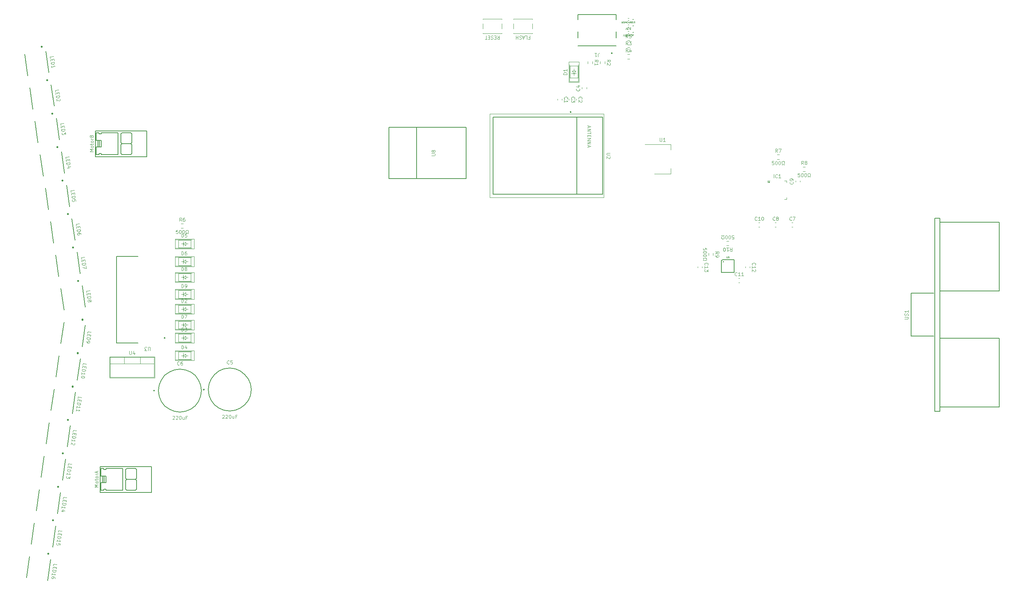
<source format=gbr>
%TF.GenerationSoftware,Flux,Pcbnew,7.0.11-7.0.11~ubuntu20.04.1*%
%TF.CreationDate,2024-08-17T13:11:20+00:00*%
%TF.ProjectId,input,696e7075-742e-46b6-9963-61645f706362,rev?*%
%TF.SameCoordinates,Original*%
%TF.FileFunction,Legend,Top*%
%TF.FilePolarity,Positive*%
%FSLAX46Y46*%
G04 Gerber Fmt 4.6, Leading zero omitted, Abs format (unit mm)*
G04 Filename: pcbrobot*
G04 Build it with Flux! Visit our site at: https://www.flux.ai (PCBNEW 7.0.11-7.0.11~ubuntu20.04.1) date 2024-08-17 13:11:20*
%MOMM*%
%LPD*%
G01*
G04 APERTURE LIST*
%ADD10C,0.095000*%
%ADD11C,0.047500*%
%ADD12C,0.095067*%
%ADD13C,0.095162*%
%ADD14C,0.095048*%
%ADD15C,0.045629*%
%ADD16C,0.045676*%
%ADD17C,0.152400*%
%ADD18C,0.120000*%
%ADD19C,0.400000*%
%ADD20C,0.127000*%
%ADD21C,0.100000*%
%ADD22C,0.050000*%
%ADD23C,0.300000*%
%ADD24C,0.200000*%
%ADD25C,0.150000*%
G04 APERTURE END LIST*
D10*
X128822073Y-5405092D02*
X129088739Y-5405092D01*
X129088739Y-4986044D02*
X129088739Y-5786044D01*
X129088739Y-5786044D02*
X128707787Y-5786044D01*
X128022073Y-4986044D02*
X128403025Y-4986044D01*
X128403025Y-4986044D02*
X128403025Y-5786044D01*
X127793502Y-5214616D02*
X127412549Y-5214616D01*
X127869692Y-4986044D02*
X127603025Y-5786044D01*
X127603025Y-5786044D02*
X127336359Y-4986044D01*
X127107788Y-5024140D02*
X126993502Y-4986044D01*
X126993502Y-4986044D02*
X126803026Y-4986044D01*
X126803026Y-4986044D02*
X126726835Y-5024140D01*
X126726835Y-5024140D02*
X126688740Y-5062235D01*
X126688740Y-5062235D02*
X126650645Y-5138425D01*
X126650645Y-5138425D02*
X126650645Y-5214616D01*
X126650645Y-5214616D02*
X126688740Y-5290806D01*
X126688740Y-5290806D02*
X126726835Y-5328901D01*
X126726835Y-5328901D02*
X126803026Y-5366997D01*
X126803026Y-5366997D02*
X126955407Y-5405092D01*
X126955407Y-5405092D02*
X127031597Y-5443187D01*
X127031597Y-5443187D02*
X127069692Y-5481282D01*
X127069692Y-5481282D02*
X127107788Y-5557473D01*
X127107788Y-5557473D02*
X127107788Y-5633663D01*
X127107788Y-5633663D02*
X127069692Y-5709854D01*
X127069692Y-5709854D02*
X127031597Y-5747949D01*
X127031597Y-5747949D02*
X126955407Y-5786044D01*
X126955407Y-5786044D02*
X126764930Y-5786044D01*
X126764930Y-5786044D02*
X126650645Y-5747949D01*
X126307787Y-4986044D02*
X126307787Y-5786044D01*
X126307787Y-5405092D02*
X125850644Y-5405092D01*
X125850644Y-4986044D02*
X125850644Y-5786044D01*
X20561376Y-112778310D02*
X20614395Y-112401065D01*
X20614395Y-112401065D02*
X21406609Y-112512404D01*
X20939233Y-113100702D02*
X20902120Y-113364773D01*
X20471245Y-113419626D02*
X20524263Y-113042382D01*
X20524263Y-113042382D02*
X21316478Y-113153720D01*
X21316478Y-113153720D02*
X21263460Y-113530965D01*
X20423529Y-113759147D02*
X21215743Y-113870486D01*
X21215743Y-113870486D02*
X21189234Y-114059108D01*
X21189234Y-114059108D02*
X21135604Y-114166980D01*
X21135604Y-114166980D02*
X21049551Y-114231825D01*
X21049551Y-114231825D02*
X20968800Y-114258946D01*
X20968800Y-114258946D02*
X20812601Y-114275463D01*
X20812601Y-114275463D02*
X20699427Y-114259558D01*
X20699427Y-114259558D02*
X20553831Y-114200626D01*
X20553831Y-114200626D02*
X20483684Y-114152298D01*
X20483684Y-114152298D02*
X20418838Y-114066245D01*
X20418838Y-114066245D02*
X20397019Y-113947770D01*
X20397019Y-113947770D02*
X20423529Y-113759147D01*
X20253870Y-114966331D02*
X20317492Y-114513637D01*
X20285681Y-114739984D02*
X21077895Y-114851323D01*
X21077895Y-114851323D02*
X20975326Y-114759968D01*
X20975326Y-114759968D02*
X20910480Y-114673916D01*
X20910480Y-114673916D02*
X20883359Y-114593165D01*
X20686580Y-115719598D02*
X20158437Y-115645373D01*
X21014885Y-115573390D02*
X20475527Y-115305240D01*
X20475527Y-115305240D02*
X20406603Y-115795659D01*
X151891467Y-5484555D02*
X151624800Y-5103602D01*
X151434324Y-5484555D02*
X151434324Y-4684555D01*
X151434324Y-4684555D02*
X151739086Y-4684555D01*
X151739086Y-4684555D02*
X151815276Y-4722650D01*
X151815276Y-4722650D02*
X151853371Y-4760745D01*
X151853371Y-4760745D02*
X151891467Y-4836936D01*
X151891467Y-4836936D02*
X151891467Y-4951221D01*
X151891467Y-4951221D02*
X151853371Y-5027412D01*
X151853371Y-5027412D02*
X151815276Y-5065507D01*
X151815276Y-5065507D02*
X151739086Y-5103602D01*
X151739086Y-5103602D02*
X151434324Y-5103602D01*
X152615276Y-4684555D02*
X152234324Y-4684555D01*
X152234324Y-4684555D02*
X152196228Y-5065507D01*
X152196228Y-5065507D02*
X152234324Y-5027412D01*
X152234324Y-5027412D02*
X152310514Y-4989317D01*
X152310514Y-4989317D02*
X152500990Y-4989317D01*
X152500990Y-4989317D02*
X152577181Y-5027412D01*
X152577181Y-5027412D02*
X152615276Y-5065507D01*
X152615276Y-5065507D02*
X152653371Y-5141698D01*
X152653371Y-5141698D02*
X152653371Y-5332174D01*
X152653371Y-5332174D02*
X152615276Y-5408364D01*
X152615276Y-5408364D02*
X152577181Y-5446460D01*
X152577181Y-5446460D02*
X152500990Y-5484555D01*
X152500990Y-5484555D02*
X152310514Y-5484555D01*
X152310514Y-5484555D02*
X152234324Y-5446460D01*
X152234324Y-5446460D02*
X152196228Y-5408364D01*
X140474135Y-19689466D02*
X140436040Y-19651370D01*
X140436040Y-19651370D02*
X140397944Y-19537085D01*
X140397944Y-19537085D02*
X140397944Y-19460894D01*
X140397944Y-19460894D02*
X140436040Y-19346608D01*
X140436040Y-19346608D02*
X140512230Y-19270418D01*
X140512230Y-19270418D02*
X140588420Y-19232323D01*
X140588420Y-19232323D02*
X140740801Y-19194227D01*
X140740801Y-19194227D02*
X140855087Y-19194227D01*
X140855087Y-19194227D02*
X141007468Y-19232323D01*
X141007468Y-19232323D02*
X141083659Y-19270418D01*
X141083659Y-19270418D02*
X141159849Y-19346608D01*
X141159849Y-19346608D02*
X141197944Y-19460894D01*
X141197944Y-19460894D02*
X141197944Y-19537085D01*
X141197944Y-19537085D02*
X141159849Y-19651370D01*
X141159849Y-19651370D02*
X141121754Y-19689466D01*
X141121754Y-19994227D02*
X141159849Y-20032323D01*
X141159849Y-20032323D02*
X141197944Y-20108513D01*
X141197944Y-20108513D02*
X141197944Y-20298989D01*
X141197944Y-20298989D02*
X141159849Y-20375180D01*
X141159849Y-20375180D02*
X141121754Y-20413275D01*
X141121754Y-20413275D02*
X141045563Y-20451370D01*
X141045563Y-20451370D02*
X140969373Y-20451370D01*
X140969373Y-20451370D02*
X140855087Y-20413275D01*
X140855087Y-20413275D02*
X140397944Y-19956132D01*
X140397944Y-19956132D02*
X140397944Y-20451370D01*
X138791535Y-19703266D02*
X138753440Y-19665170D01*
X138753440Y-19665170D02*
X138715344Y-19550885D01*
X138715344Y-19550885D02*
X138715344Y-19474694D01*
X138715344Y-19474694D02*
X138753440Y-19360408D01*
X138753440Y-19360408D02*
X138829630Y-19284218D01*
X138829630Y-19284218D02*
X138905820Y-19246123D01*
X138905820Y-19246123D02*
X139058201Y-19208027D01*
X139058201Y-19208027D02*
X139172487Y-19208027D01*
X139172487Y-19208027D02*
X139324868Y-19246123D01*
X139324868Y-19246123D02*
X139401059Y-19284218D01*
X139401059Y-19284218D02*
X139477249Y-19360408D01*
X139477249Y-19360408D02*
X139515344Y-19474694D01*
X139515344Y-19474694D02*
X139515344Y-19550885D01*
X139515344Y-19550885D02*
X139477249Y-19665170D01*
X139477249Y-19665170D02*
X139439154Y-19703266D01*
X139515344Y-19969932D02*
X139515344Y-20465170D01*
X139515344Y-20465170D02*
X139210582Y-20198504D01*
X139210582Y-20198504D02*
X139210582Y-20312789D01*
X139210582Y-20312789D02*
X139172487Y-20388980D01*
X139172487Y-20388980D02*
X139134392Y-20427075D01*
X139134392Y-20427075D02*
X139058201Y-20465170D01*
X139058201Y-20465170D02*
X138867725Y-20465170D01*
X138867725Y-20465170D02*
X138791535Y-20427075D01*
X138791535Y-20427075D02*
X138753440Y-20388980D01*
X138753440Y-20388980D02*
X138715344Y-20312789D01*
X138715344Y-20312789D02*
X138715344Y-20084218D01*
X138715344Y-20084218D02*
X138753440Y-20008027D01*
X138753440Y-20008027D02*
X138791535Y-19969932D01*
X46036361Y-93548445D02*
X46074457Y-93510350D01*
X46074457Y-93510350D02*
X46150647Y-93472255D01*
X46150647Y-93472255D02*
X46341123Y-93472255D01*
X46341123Y-93472255D02*
X46417314Y-93510350D01*
X46417314Y-93510350D02*
X46455409Y-93548445D01*
X46455409Y-93548445D02*
X46493504Y-93624636D01*
X46493504Y-93624636D02*
X46493504Y-93700826D01*
X46493504Y-93700826D02*
X46455409Y-93815112D01*
X46455409Y-93815112D02*
X45998266Y-94272255D01*
X45998266Y-94272255D02*
X46493504Y-94272255D01*
X46798266Y-93548445D02*
X46836362Y-93510350D01*
X46836362Y-93510350D02*
X46912552Y-93472255D01*
X46912552Y-93472255D02*
X47103028Y-93472255D01*
X47103028Y-93472255D02*
X47179219Y-93510350D01*
X47179219Y-93510350D02*
X47217314Y-93548445D01*
X47217314Y-93548445D02*
X47255409Y-93624636D01*
X47255409Y-93624636D02*
X47255409Y-93700826D01*
X47255409Y-93700826D02*
X47217314Y-93815112D01*
X47217314Y-93815112D02*
X46760171Y-94272255D01*
X46760171Y-94272255D02*
X47255409Y-94272255D01*
X47750648Y-93472255D02*
X47826838Y-93472255D01*
X47826838Y-93472255D02*
X47903029Y-93510350D01*
X47903029Y-93510350D02*
X47941124Y-93548445D01*
X47941124Y-93548445D02*
X47979219Y-93624636D01*
X47979219Y-93624636D02*
X48017314Y-93777017D01*
X48017314Y-93777017D02*
X48017314Y-93967493D01*
X48017314Y-93967493D02*
X47979219Y-94119874D01*
X47979219Y-94119874D02*
X47941124Y-94196064D01*
X47941124Y-94196064D02*
X47903029Y-94234160D01*
X47903029Y-94234160D02*
X47826838Y-94272255D01*
X47826838Y-94272255D02*
X47750648Y-94272255D01*
X47750648Y-94272255D02*
X47674457Y-94234160D01*
X47674457Y-94234160D02*
X47636362Y-94196064D01*
X47636362Y-94196064D02*
X47598267Y-94119874D01*
X47598267Y-94119874D02*
X47560171Y-93967493D01*
X47560171Y-93967493D02*
X47560171Y-93777017D01*
X47560171Y-93777017D02*
X47598267Y-93624636D01*
X47598267Y-93624636D02*
X47636362Y-93548445D01*
X47636362Y-93548445D02*
X47674457Y-93510350D01*
X47674457Y-93510350D02*
X47750648Y-93472255D01*
X48703029Y-93738921D02*
X48703029Y-94272255D01*
X48360172Y-93738921D02*
X48360172Y-94157969D01*
X48360172Y-94157969D02*
X48398267Y-94234160D01*
X48398267Y-94234160D02*
X48474457Y-94272255D01*
X48474457Y-94272255D02*
X48588743Y-94272255D01*
X48588743Y-94272255D02*
X48664934Y-94234160D01*
X48664934Y-94234160D02*
X48703029Y-94196064D01*
X49350648Y-93853207D02*
X49083982Y-93853207D01*
X49083982Y-94272255D02*
X49083982Y-93472255D01*
X49083982Y-93472255D02*
X49464934Y-93472255D01*
X47598267Y-81546064D02*
X47560171Y-81584160D01*
X47560171Y-81584160D02*
X47445886Y-81622255D01*
X47445886Y-81622255D02*
X47369695Y-81622255D01*
X47369695Y-81622255D02*
X47255409Y-81584160D01*
X47255409Y-81584160D02*
X47179219Y-81507969D01*
X47179219Y-81507969D02*
X47141124Y-81431779D01*
X47141124Y-81431779D02*
X47103028Y-81279398D01*
X47103028Y-81279398D02*
X47103028Y-81165112D01*
X47103028Y-81165112D02*
X47141124Y-81012731D01*
X47141124Y-81012731D02*
X47179219Y-80936540D01*
X47179219Y-80936540D02*
X47255409Y-80860350D01*
X47255409Y-80860350D02*
X47369695Y-80822255D01*
X47369695Y-80822255D02*
X47445886Y-80822255D01*
X47445886Y-80822255D02*
X47560171Y-80860350D01*
X47560171Y-80860350D02*
X47598267Y-80898445D01*
X48283981Y-80822255D02*
X48131600Y-80822255D01*
X48131600Y-80822255D02*
X48055409Y-80860350D01*
X48055409Y-80860350D02*
X48017314Y-80898445D01*
X48017314Y-80898445D02*
X47941124Y-81012731D01*
X47941124Y-81012731D02*
X47903028Y-81165112D01*
X47903028Y-81165112D02*
X47903028Y-81469874D01*
X47903028Y-81469874D02*
X47941124Y-81546064D01*
X47941124Y-81546064D02*
X47979219Y-81584160D01*
X47979219Y-81584160D02*
X48055409Y-81622255D01*
X48055409Y-81622255D02*
X48207790Y-81622255D01*
X48207790Y-81622255D02*
X48283981Y-81584160D01*
X48283981Y-81584160D02*
X48322076Y-81546064D01*
X48322076Y-81546064D02*
X48360171Y-81469874D01*
X48360171Y-81469874D02*
X48360171Y-81279398D01*
X48360171Y-81279398D02*
X48322076Y-81203207D01*
X48322076Y-81203207D02*
X48283981Y-81165112D01*
X48283981Y-81165112D02*
X48207790Y-81127017D01*
X48207790Y-81127017D02*
X48055409Y-81127017D01*
X48055409Y-81127017D02*
X47979219Y-81165112D01*
X47979219Y-81165112D02*
X47941124Y-81203207D01*
X47941124Y-81203207D02*
X47903028Y-81279398D01*
X23998976Y-89422410D02*
X24051995Y-89045165D01*
X24051995Y-89045165D02*
X24844209Y-89156504D01*
X24376833Y-89744802D02*
X24339720Y-90008873D01*
X23908845Y-90063726D02*
X23961863Y-89686482D01*
X23961863Y-89686482D02*
X24754078Y-89797820D01*
X24754078Y-89797820D02*
X24701060Y-90175065D01*
X23861129Y-90403247D02*
X24653343Y-90514586D01*
X24653343Y-90514586D02*
X24626834Y-90703208D01*
X24626834Y-90703208D02*
X24573204Y-90811080D01*
X24573204Y-90811080D02*
X24487151Y-90875925D01*
X24487151Y-90875925D02*
X24406400Y-90903046D01*
X24406400Y-90903046D02*
X24250201Y-90919563D01*
X24250201Y-90919563D02*
X24137027Y-90903658D01*
X24137027Y-90903658D02*
X23991431Y-90844726D01*
X23991431Y-90844726D02*
X23921284Y-90796398D01*
X23921284Y-90796398D02*
X23856438Y-90710345D01*
X23856438Y-90710345D02*
X23834619Y-90591870D01*
X23834619Y-90591870D02*
X23861129Y-90403247D01*
X23691470Y-91610431D02*
X23755092Y-91157737D01*
X23723281Y-91384084D02*
X24515495Y-91495423D01*
X24515495Y-91495423D02*
X24412926Y-91404068D01*
X24412926Y-91404068D02*
X24348080Y-91318016D01*
X24348080Y-91318016D02*
X24320959Y-91237265D01*
X23585433Y-92364922D02*
X23649055Y-91912228D01*
X23617244Y-92138575D02*
X24409459Y-92249913D01*
X24409459Y-92249913D02*
X24306889Y-92158559D01*
X24306889Y-92158559D02*
X24242044Y-92072506D01*
X24242044Y-92072506D02*
X24214923Y-91991755D01*
X48114124Y-67068155D02*
X48114124Y-66268155D01*
X48114124Y-66268155D02*
X48304600Y-66268155D01*
X48304600Y-66268155D02*
X48418886Y-66306250D01*
X48418886Y-66306250D02*
X48495076Y-66382440D01*
X48495076Y-66382440D02*
X48533171Y-66458631D01*
X48533171Y-66458631D02*
X48571267Y-66611012D01*
X48571267Y-66611012D02*
X48571267Y-66725298D01*
X48571267Y-66725298D02*
X48533171Y-66877679D01*
X48533171Y-66877679D02*
X48495076Y-66953869D01*
X48495076Y-66953869D02*
X48418886Y-67030060D01*
X48418886Y-67030060D02*
X48304600Y-67068155D01*
X48304600Y-67068155D02*
X48114124Y-67068155D01*
X48876028Y-66344345D02*
X48914124Y-66306250D01*
X48914124Y-66306250D02*
X48990314Y-66268155D01*
X48990314Y-66268155D02*
X49180790Y-66268155D01*
X49180790Y-66268155D02*
X49256981Y-66306250D01*
X49256981Y-66306250D02*
X49295076Y-66344345D01*
X49295076Y-66344345D02*
X49333171Y-66420536D01*
X49333171Y-66420536D02*
X49333171Y-66496726D01*
X49333171Y-66496726D02*
X49295076Y-66611012D01*
X49295076Y-66611012D02*
X48837933Y-67068155D01*
X48837933Y-67068155D02*
X49333171Y-67068155D01*
X48114124Y-67068155D02*
X48114124Y-66268155D01*
X48114124Y-66268155D02*
X48304600Y-66268155D01*
X48304600Y-66268155D02*
X48418886Y-66306250D01*
X48418886Y-66306250D02*
X48495076Y-66382440D01*
X48495076Y-66382440D02*
X48533171Y-66458631D01*
X48533171Y-66458631D02*
X48571267Y-66611012D01*
X48571267Y-66611012D02*
X48571267Y-66725298D01*
X48571267Y-66725298D02*
X48533171Y-66877679D01*
X48533171Y-66877679D02*
X48495076Y-66953869D01*
X48495076Y-66953869D02*
X48418886Y-67030060D01*
X48418886Y-67030060D02*
X48304600Y-67068155D01*
X48304600Y-67068155D02*
X48114124Y-67068155D01*
X48876028Y-66344345D02*
X48914124Y-66306250D01*
X48914124Y-66306250D02*
X48990314Y-66268155D01*
X48990314Y-66268155D02*
X49180790Y-66268155D01*
X49180790Y-66268155D02*
X49256981Y-66306250D01*
X49256981Y-66306250D02*
X49295076Y-66344345D01*
X49295076Y-66344345D02*
X49333171Y-66420536D01*
X49333171Y-66420536D02*
X49333171Y-66496726D01*
X49333171Y-66496726D02*
X49295076Y-66611012D01*
X49295076Y-66611012D02*
X48837933Y-67068155D01*
X48837933Y-67068155D02*
X49333171Y-67068155D01*
X137698355Y-13989682D02*
X136898355Y-13989682D01*
X136898355Y-13989682D02*
X136898355Y-13799206D01*
X136898355Y-13799206D02*
X136936450Y-13684920D01*
X136936450Y-13684920D02*
X137012640Y-13608730D01*
X137012640Y-13608730D02*
X137088831Y-13570635D01*
X137088831Y-13570635D02*
X137241212Y-13532539D01*
X137241212Y-13532539D02*
X137355498Y-13532539D01*
X137355498Y-13532539D02*
X137507879Y-13570635D01*
X137507879Y-13570635D02*
X137584069Y-13608730D01*
X137584069Y-13608730D02*
X137660260Y-13684920D01*
X137660260Y-13684920D02*
X137698355Y-13799206D01*
X137698355Y-13799206D02*
X137698355Y-13989682D01*
X137698355Y-12770635D02*
X137698355Y-13227778D01*
X137698355Y-12999206D02*
X136898355Y-12999206D01*
X136898355Y-12999206D02*
X137012640Y-13075397D01*
X137012640Y-13075397D02*
X137088831Y-13151587D01*
X137088831Y-13151587D02*
X137126926Y-13227778D01*
X137698355Y-13989682D02*
X136898355Y-13989682D01*
X136898355Y-13989682D02*
X136898355Y-13799206D01*
X136898355Y-13799206D02*
X136936450Y-13684920D01*
X136936450Y-13684920D02*
X137012640Y-13608730D01*
X137012640Y-13608730D02*
X137088831Y-13570635D01*
X137088831Y-13570635D02*
X137241212Y-13532539D01*
X137241212Y-13532539D02*
X137355498Y-13532539D01*
X137355498Y-13532539D02*
X137507879Y-13570635D01*
X137507879Y-13570635D02*
X137584069Y-13608730D01*
X137584069Y-13608730D02*
X137660260Y-13684920D01*
X137660260Y-13684920D02*
X137698355Y-13799206D01*
X137698355Y-13799206D02*
X137698355Y-13989682D01*
X137698355Y-12770635D02*
X137698355Y-13227778D01*
X137698355Y-12999206D02*
X136898355Y-12999206D01*
X136898355Y-12999206D02*
X137012640Y-13075397D01*
X137012640Y-13075397D02*
X137088831Y-13151587D01*
X137088831Y-13151587D02*
X137126926Y-13227778D01*
X185793148Y-38049855D02*
X185793148Y-37249855D01*
X186631243Y-37973664D02*
X186593147Y-38011760D01*
X186593147Y-38011760D02*
X186478862Y-38049855D01*
X186478862Y-38049855D02*
X186402671Y-38049855D01*
X186402671Y-38049855D02*
X186288385Y-38011760D01*
X186288385Y-38011760D02*
X186212195Y-37935569D01*
X186212195Y-37935569D02*
X186174100Y-37859379D01*
X186174100Y-37859379D02*
X186136004Y-37706998D01*
X186136004Y-37706998D02*
X186136004Y-37592712D01*
X186136004Y-37592712D02*
X186174100Y-37440331D01*
X186174100Y-37440331D02*
X186212195Y-37364140D01*
X186212195Y-37364140D02*
X186288385Y-37287950D01*
X186288385Y-37287950D02*
X186402671Y-37249855D01*
X186402671Y-37249855D02*
X186478862Y-37249855D01*
X186478862Y-37249855D02*
X186593147Y-37287950D01*
X186593147Y-37287950D02*
X186631243Y-37326045D01*
X187393147Y-38049855D02*
X186936004Y-38049855D01*
X187164576Y-38049855D02*
X187164576Y-37249855D01*
X187164576Y-37249855D02*
X187088385Y-37364140D01*
X187088385Y-37364140D02*
X187012195Y-37440331D01*
X187012195Y-37440331D02*
X186936004Y-37478426D01*
X191829628Y-37000755D02*
X191448676Y-37000755D01*
X191448676Y-37000755D02*
X191410580Y-37381707D01*
X191410580Y-37381707D02*
X191448676Y-37343612D01*
X191448676Y-37343612D02*
X191524866Y-37305517D01*
X191524866Y-37305517D02*
X191715342Y-37305517D01*
X191715342Y-37305517D02*
X191791533Y-37343612D01*
X191791533Y-37343612D02*
X191829628Y-37381707D01*
X191829628Y-37381707D02*
X191867723Y-37457898D01*
X191867723Y-37457898D02*
X191867723Y-37648374D01*
X191867723Y-37648374D02*
X191829628Y-37724564D01*
X191829628Y-37724564D02*
X191791533Y-37762660D01*
X191791533Y-37762660D02*
X191715342Y-37800755D01*
X191715342Y-37800755D02*
X191524866Y-37800755D01*
X191524866Y-37800755D02*
X191448676Y-37762660D01*
X191448676Y-37762660D02*
X191410580Y-37724564D01*
X192362962Y-37000755D02*
X192439152Y-37000755D01*
X192439152Y-37000755D02*
X192515343Y-37038850D01*
X192515343Y-37038850D02*
X192553438Y-37076945D01*
X192553438Y-37076945D02*
X192591533Y-37153136D01*
X192591533Y-37153136D02*
X192629628Y-37305517D01*
X192629628Y-37305517D02*
X192629628Y-37495993D01*
X192629628Y-37495993D02*
X192591533Y-37648374D01*
X192591533Y-37648374D02*
X192553438Y-37724564D01*
X192553438Y-37724564D02*
X192515343Y-37762660D01*
X192515343Y-37762660D02*
X192439152Y-37800755D01*
X192439152Y-37800755D02*
X192362962Y-37800755D01*
X192362962Y-37800755D02*
X192286771Y-37762660D01*
X192286771Y-37762660D02*
X192248676Y-37724564D01*
X192248676Y-37724564D02*
X192210581Y-37648374D01*
X192210581Y-37648374D02*
X192172485Y-37495993D01*
X192172485Y-37495993D02*
X192172485Y-37305517D01*
X192172485Y-37305517D02*
X192210581Y-37153136D01*
X192210581Y-37153136D02*
X192248676Y-37076945D01*
X192248676Y-37076945D02*
X192286771Y-37038850D01*
X192286771Y-37038850D02*
X192362962Y-37000755D01*
X193124867Y-37000755D02*
X193201057Y-37000755D01*
X193201057Y-37000755D02*
X193277248Y-37038850D01*
X193277248Y-37038850D02*
X193315343Y-37076945D01*
X193315343Y-37076945D02*
X193353438Y-37153136D01*
X193353438Y-37153136D02*
X193391533Y-37305517D01*
X193391533Y-37305517D02*
X193391533Y-37495993D01*
X193391533Y-37495993D02*
X193353438Y-37648374D01*
X193353438Y-37648374D02*
X193315343Y-37724564D01*
X193315343Y-37724564D02*
X193277248Y-37762660D01*
X193277248Y-37762660D02*
X193201057Y-37800755D01*
X193201057Y-37800755D02*
X193124867Y-37800755D01*
X193124867Y-37800755D02*
X193048676Y-37762660D01*
X193048676Y-37762660D02*
X193010581Y-37724564D01*
X193010581Y-37724564D02*
X192972486Y-37648374D01*
X192972486Y-37648374D02*
X192934390Y-37495993D01*
X192934390Y-37495993D02*
X192934390Y-37305517D01*
X192934390Y-37305517D02*
X192972486Y-37153136D01*
X192972486Y-37153136D02*
X193010581Y-37076945D01*
X193010581Y-37076945D02*
X193048676Y-37038850D01*
X193048676Y-37038850D02*
X193124867Y-37000755D01*
X193696295Y-37800755D02*
X193886772Y-37800755D01*
X193886772Y-37800755D02*
X193886772Y-37648374D01*
X193886772Y-37648374D02*
X193810581Y-37610279D01*
X193810581Y-37610279D02*
X193734391Y-37534088D01*
X193734391Y-37534088D02*
X193696295Y-37419802D01*
X193696295Y-37419802D02*
X193696295Y-37229326D01*
X193696295Y-37229326D02*
X193734391Y-37115040D01*
X193734391Y-37115040D02*
X193810581Y-37038850D01*
X193810581Y-37038850D02*
X193924867Y-37000755D01*
X193924867Y-37000755D02*
X194077248Y-37000755D01*
X194077248Y-37000755D02*
X194191534Y-37038850D01*
X194191534Y-37038850D02*
X194267724Y-37115040D01*
X194267724Y-37115040D02*
X194305819Y-37229326D01*
X194305819Y-37229326D02*
X194305819Y-37419802D01*
X194305819Y-37419802D02*
X194267724Y-37534088D01*
X194267724Y-37534088D02*
X194191534Y-37610279D01*
X194191534Y-37610279D02*
X194115343Y-37648374D01*
X194115343Y-37648374D02*
X194115343Y-37800755D01*
X194115343Y-37800755D02*
X194305819Y-37800755D01*
X192724867Y-34940755D02*
X192458200Y-34559802D01*
X192267724Y-34940755D02*
X192267724Y-34140755D01*
X192267724Y-34140755D02*
X192572486Y-34140755D01*
X192572486Y-34140755D02*
X192648676Y-34178850D01*
X192648676Y-34178850D02*
X192686771Y-34216945D01*
X192686771Y-34216945D02*
X192724867Y-34293136D01*
X192724867Y-34293136D02*
X192724867Y-34407421D01*
X192724867Y-34407421D02*
X192686771Y-34483612D01*
X192686771Y-34483612D02*
X192648676Y-34521707D01*
X192648676Y-34521707D02*
X192572486Y-34559802D01*
X192572486Y-34559802D02*
X192267724Y-34559802D01*
X193182009Y-34483612D02*
X193105819Y-34445517D01*
X193105819Y-34445517D02*
X193067724Y-34407421D01*
X193067724Y-34407421D02*
X193029628Y-34331231D01*
X193029628Y-34331231D02*
X193029628Y-34293136D01*
X193029628Y-34293136D02*
X193067724Y-34216945D01*
X193067724Y-34216945D02*
X193105819Y-34178850D01*
X193105819Y-34178850D02*
X193182009Y-34140755D01*
X193182009Y-34140755D02*
X193334390Y-34140755D01*
X193334390Y-34140755D02*
X193410581Y-34178850D01*
X193410581Y-34178850D02*
X193448676Y-34216945D01*
X193448676Y-34216945D02*
X193486771Y-34293136D01*
X193486771Y-34293136D02*
X193486771Y-34331231D01*
X193486771Y-34331231D02*
X193448676Y-34407421D01*
X193448676Y-34407421D02*
X193410581Y-34445517D01*
X193410581Y-34445517D02*
X193334390Y-34483612D01*
X193334390Y-34483612D02*
X193182009Y-34483612D01*
X193182009Y-34483612D02*
X193105819Y-34521707D01*
X193105819Y-34521707D02*
X193067724Y-34559802D01*
X193067724Y-34559802D02*
X193029628Y-34635993D01*
X193029628Y-34635993D02*
X193029628Y-34788374D01*
X193029628Y-34788374D02*
X193067724Y-34864564D01*
X193067724Y-34864564D02*
X193105819Y-34902660D01*
X193105819Y-34902660D02*
X193182009Y-34940755D01*
X193182009Y-34940755D02*
X193334390Y-34940755D01*
X193334390Y-34940755D02*
X193410581Y-34902660D01*
X193410581Y-34902660D02*
X193448676Y-34864564D01*
X193448676Y-34864564D02*
X193486771Y-34788374D01*
X193486771Y-34788374D02*
X193486771Y-34635993D01*
X193486771Y-34635993D02*
X193448676Y-34559802D01*
X193448676Y-34559802D02*
X193410581Y-34521707D01*
X193410581Y-34521707D02*
X193334390Y-34483612D01*
X40783116Y-78238038D02*
X40783116Y-77590419D01*
X40783116Y-77590419D02*
X40745021Y-77514229D01*
X40745021Y-77514229D02*
X40706926Y-77476134D01*
X40706926Y-77476134D02*
X40630735Y-77438038D01*
X40630735Y-77438038D02*
X40478354Y-77438038D01*
X40478354Y-77438038D02*
X40402164Y-77476134D01*
X40402164Y-77476134D02*
X40364069Y-77514229D01*
X40364069Y-77514229D02*
X40325973Y-77590419D01*
X40325973Y-77590419D02*
X40325973Y-78238038D01*
X40021212Y-78238038D02*
X39525974Y-78238038D01*
X39525974Y-78238038D02*
X39792640Y-77933276D01*
X39792640Y-77933276D02*
X39678355Y-77933276D01*
X39678355Y-77933276D02*
X39602164Y-77895181D01*
X39602164Y-77895181D02*
X39564069Y-77857086D01*
X39564069Y-77857086D02*
X39525974Y-77780895D01*
X39525974Y-77780895D02*
X39525974Y-77590419D01*
X39525974Y-77590419D02*
X39564069Y-77514229D01*
X39564069Y-77514229D02*
X39602164Y-77476134D01*
X39602164Y-77476134D02*
X39678355Y-77438038D01*
X39678355Y-77438038D02*
X39906926Y-77438038D01*
X39906926Y-77438038D02*
X39983117Y-77476134D01*
X39983117Y-77476134D02*
X40021212Y-77514229D01*
X48114124Y-59667355D02*
X48114124Y-58867355D01*
X48114124Y-58867355D02*
X48304600Y-58867355D01*
X48304600Y-58867355D02*
X48418886Y-58905450D01*
X48418886Y-58905450D02*
X48495076Y-58981640D01*
X48495076Y-58981640D02*
X48533171Y-59057831D01*
X48533171Y-59057831D02*
X48571267Y-59210212D01*
X48571267Y-59210212D02*
X48571267Y-59324498D01*
X48571267Y-59324498D02*
X48533171Y-59476879D01*
X48533171Y-59476879D02*
X48495076Y-59553069D01*
X48495076Y-59553069D02*
X48418886Y-59629260D01*
X48418886Y-59629260D02*
X48304600Y-59667355D01*
X48304600Y-59667355D02*
X48114124Y-59667355D01*
X49028409Y-59210212D02*
X48952219Y-59172117D01*
X48952219Y-59172117D02*
X48914124Y-59134021D01*
X48914124Y-59134021D02*
X48876028Y-59057831D01*
X48876028Y-59057831D02*
X48876028Y-59019736D01*
X48876028Y-59019736D02*
X48914124Y-58943545D01*
X48914124Y-58943545D02*
X48952219Y-58905450D01*
X48952219Y-58905450D02*
X49028409Y-58867355D01*
X49028409Y-58867355D02*
X49180790Y-58867355D01*
X49180790Y-58867355D02*
X49256981Y-58905450D01*
X49256981Y-58905450D02*
X49295076Y-58943545D01*
X49295076Y-58943545D02*
X49333171Y-59019736D01*
X49333171Y-59019736D02*
X49333171Y-59057831D01*
X49333171Y-59057831D02*
X49295076Y-59134021D01*
X49295076Y-59134021D02*
X49256981Y-59172117D01*
X49256981Y-59172117D02*
X49180790Y-59210212D01*
X49180790Y-59210212D02*
X49028409Y-59210212D01*
X49028409Y-59210212D02*
X48952219Y-59248307D01*
X48952219Y-59248307D02*
X48914124Y-59286402D01*
X48914124Y-59286402D02*
X48876028Y-59362593D01*
X48876028Y-59362593D02*
X48876028Y-59514974D01*
X48876028Y-59514974D02*
X48914124Y-59591164D01*
X48914124Y-59591164D02*
X48952219Y-59629260D01*
X48952219Y-59629260D02*
X49028409Y-59667355D01*
X49028409Y-59667355D02*
X49180790Y-59667355D01*
X49180790Y-59667355D02*
X49256981Y-59629260D01*
X49256981Y-59629260D02*
X49295076Y-59591164D01*
X49295076Y-59591164D02*
X49333171Y-59514974D01*
X49333171Y-59514974D02*
X49333171Y-59362593D01*
X49333171Y-59362593D02*
X49295076Y-59286402D01*
X49295076Y-59286402D02*
X49256981Y-59248307D01*
X49256981Y-59248307D02*
X49180790Y-59210212D01*
X48114124Y-59667355D02*
X48114124Y-58867355D01*
X48114124Y-58867355D02*
X48304600Y-58867355D01*
X48304600Y-58867355D02*
X48418886Y-58905450D01*
X48418886Y-58905450D02*
X48495076Y-58981640D01*
X48495076Y-58981640D02*
X48533171Y-59057831D01*
X48533171Y-59057831D02*
X48571267Y-59210212D01*
X48571267Y-59210212D02*
X48571267Y-59324498D01*
X48571267Y-59324498D02*
X48533171Y-59476879D01*
X48533171Y-59476879D02*
X48495076Y-59553069D01*
X48495076Y-59553069D02*
X48418886Y-59629260D01*
X48418886Y-59629260D02*
X48304600Y-59667355D01*
X48304600Y-59667355D02*
X48114124Y-59667355D01*
X49028409Y-59210212D02*
X48952219Y-59172117D01*
X48952219Y-59172117D02*
X48914124Y-59134021D01*
X48914124Y-59134021D02*
X48876028Y-59057831D01*
X48876028Y-59057831D02*
X48876028Y-59019736D01*
X48876028Y-59019736D02*
X48914124Y-58943545D01*
X48914124Y-58943545D02*
X48952219Y-58905450D01*
X48952219Y-58905450D02*
X49028409Y-58867355D01*
X49028409Y-58867355D02*
X49180790Y-58867355D01*
X49180790Y-58867355D02*
X49256981Y-58905450D01*
X49256981Y-58905450D02*
X49295076Y-58943545D01*
X49295076Y-58943545D02*
X49333171Y-59019736D01*
X49333171Y-59019736D02*
X49333171Y-59057831D01*
X49333171Y-59057831D02*
X49295076Y-59134021D01*
X49295076Y-59134021D02*
X49256981Y-59172117D01*
X49256981Y-59172117D02*
X49180790Y-59210212D01*
X49180790Y-59210212D02*
X49028409Y-59210212D01*
X49028409Y-59210212D02*
X48952219Y-59248307D01*
X48952219Y-59248307D02*
X48914124Y-59286402D01*
X48914124Y-59286402D02*
X48876028Y-59362593D01*
X48876028Y-59362593D02*
X48876028Y-59514974D01*
X48876028Y-59514974D02*
X48914124Y-59591164D01*
X48914124Y-59591164D02*
X48952219Y-59629260D01*
X48952219Y-59629260D02*
X49028409Y-59667355D01*
X49028409Y-59667355D02*
X49180790Y-59667355D01*
X49180790Y-59667355D02*
X49256981Y-59629260D01*
X49256981Y-59629260D02*
X49295076Y-59591164D01*
X49295076Y-59591164D02*
X49333171Y-59514974D01*
X49333171Y-59514974D02*
X49333171Y-59362593D01*
X49333171Y-59362593D02*
X49295076Y-59286402D01*
X49295076Y-59286402D02*
X49256981Y-59248307D01*
X49256981Y-59248307D02*
X49180790Y-59210212D01*
X151891467Y-8745855D02*
X151624800Y-8364902D01*
X151434324Y-8745855D02*
X151434324Y-7945855D01*
X151434324Y-7945855D02*
X151739086Y-7945855D01*
X151739086Y-7945855D02*
X151815276Y-7983950D01*
X151815276Y-7983950D02*
X151853371Y-8022045D01*
X151853371Y-8022045D02*
X151891467Y-8098236D01*
X151891467Y-8098236D02*
X151891467Y-8212521D01*
X151891467Y-8212521D02*
X151853371Y-8288712D01*
X151853371Y-8288712D02*
X151815276Y-8326807D01*
X151815276Y-8326807D02*
X151739086Y-8364902D01*
X151739086Y-8364902D02*
X151434324Y-8364902D01*
X152577181Y-8212521D02*
X152577181Y-8745855D01*
X152386705Y-7907760D02*
X152196228Y-8479188D01*
X152196228Y-8479188D02*
X152691467Y-8479188D01*
X26037283Y-64783879D02*
X25984264Y-64406634D01*
X25984264Y-64406634D02*
X26776479Y-64295296D01*
X26489365Y-64989631D02*
X26526478Y-65253702D01*
X26127414Y-65425196D02*
X26074396Y-65047951D01*
X26074396Y-65047951D02*
X26866610Y-64936612D01*
X26866610Y-64936612D02*
X26919628Y-65313857D01*
X26175131Y-65764717D02*
X26967345Y-65653378D01*
X26967345Y-65653378D02*
X26993854Y-65842001D01*
X26993854Y-65842001D02*
X26972035Y-65960476D01*
X26972035Y-65960476D02*
X26907190Y-66046529D01*
X26907190Y-66046529D02*
X26837043Y-66094857D01*
X26837043Y-66094857D02*
X26691446Y-66153789D01*
X26691446Y-66153789D02*
X26578273Y-66169694D01*
X26578273Y-66169694D02*
X26422073Y-66153177D01*
X26422073Y-66153177D02*
X26341322Y-66126056D01*
X26341322Y-66126056D02*
X26255270Y-66061211D01*
X26255270Y-66061211D02*
X26201640Y-65953339D01*
X26201640Y-65953339D02*
X26175131Y-65764717D01*
X26755068Y-66606483D02*
X26782189Y-66525732D01*
X26782189Y-66525732D02*
X26814612Y-66482705D01*
X26814612Y-66482705D02*
X26884759Y-66434377D01*
X26884759Y-66434377D02*
X26922484Y-66429075D01*
X26922484Y-66429075D02*
X27003234Y-66456196D01*
X27003234Y-66456196D02*
X27046261Y-66488619D01*
X27046261Y-66488619D02*
X27094589Y-66558766D01*
X27094589Y-66558766D02*
X27115796Y-66709664D01*
X27115796Y-66709664D02*
X27088675Y-66790415D01*
X27088675Y-66790415D02*
X27056253Y-66833441D01*
X27056253Y-66833441D02*
X26986106Y-66881769D01*
X26986106Y-66881769D02*
X26948381Y-66887071D01*
X26948381Y-66887071D02*
X26867630Y-66859950D01*
X26867630Y-66859950D02*
X26824604Y-66827528D01*
X26824604Y-66827528D02*
X26776276Y-66757381D01*
X26776276Y-66757381D02*
X26755068Y-66606483D01*
X26755068Y-66606483D02*
X26706740Y-66536335D01*
X26706740Y-66536335D02*
X26663714Y-66503913D01*
X26663714Y-66503913D02*
X26582963Y-66476792D01*
X26582963Y-66476792D02*
X26432065Y-66497999D01*
X26432065Y-66497999D02*
X26361918Y-66546327D01*
X26361918Y-66546327D02*
X26329495Y-66589354D01*
X26329495Y-66589354D02*
X26302374Y-66670105D01*
X26302374Y-66670105D02*
X26323582Y-66821003D01*
X26323582Y-66821003D02*
X26371910Y-66891150D01*
X26371910Y-66891150D02*
X26414936Y-66923572D01*
X26414936Y-66923572D02*
X26495687Y-66950693D01*
X26495687Y-66950693D02*
X26646585Y-66929486D01*
X26646585Y-66929486D02*
X26716732Y-66881158D01*
X26716732Y-66881158D02*
X26749155Y-66838131D01*
X26749155Y-66838131D02*
X26776276Y-66757381D01*
X25144876Y-81637210D02*
X25197895Y-81259965D01*
X25197895Y-81259965D02*
X25990109Y-81371304D01*
X25522733Y-81959602D02*
X25485620Y-82223673D01*
X25054745Y-82278526D02*
X25107763Y-81901282D01*
X25107763Y-81901282D02*
X25899978Y-82012620D01*
X25899978Y-82012620D02*
X25846960Y-82389865D01*
X25007029Y-82618047D02*
X25799243Y-82729386D01*
X25799243Y-82729386D02*
X25772734Y-82918008D01*
X25772734Y-82918008D02*
X25719104Y-83025880D01*
X25719104Y-83025880D02*
X25633051Y-83090725D01*
X25633051Y-83090725D02*
X25552300Y-83117846D01*
X25552300Y-83117846D02*
X25396101Y-83134363D01*
X25396101Y-83134363D02*
X25282927Y-83118458D01*
X25282927Y-83118458D02*
X25137331Y-83059526D01*
X25137331Y-83059526D02*
X25067184Y-83011198D01*
X25067184Y-83011198D02*
X25002338Y-82925145D01*
X25002338Y-82925145D02*
X24980519Y-82806670D01*
X24980519Y-82806670D02*
X25007029Y-82618047D01*
X24837370Y-83825231D02*
X24900992Y-83372537D01*
X24869181Y-83598884D02*
X25661395Y-83710223D01*
X25661395Y-83710223D02*
X25558826Y-83618868D01*
X25558826Y-83618868D02*
X25493980Y-83532816D01*
X25493980Y-83532816D02*
X25466859Y-83452065D01*
X25560661Y-84426989D02*
X25550057Y-84502438D01*
X25550057Y-84502438D02*
X25501729Y-84572585D01*
X25501729Y-84572585D02*
X25458702Y-84605007D01*
X25458702Y-84605007D02*
X25377952Y-84632128D01*
X25377952Y-84632128D02*
X25221752Y-84648645D01*
X25221752Y-84648645D02*
X25033129Y-84622136D01*
X25033129Y-84622136D02*
X24887533Y-84563204D01*
X24887533Y-84563204D02*
X24817386Y-84514876D01*
X24817386Y-84514876D02*
X24784963Y-84471850D01*
X24784963Y-84471850D02*
X24757842Y-84391099D01*
X24757842Y-84391099D02*
X24768446Y-84315650D01*
X24768446Y-84315650D02*
X24816774Y-84245503D01*
X24816774Y-84245503D02*
X24859801Y-84213080D01*
X24859801Y-84213080D02*
X24940551Y-84185959D01*
X24940551Y-84185959D02*
X25096751Y-84169442D01*
X25096751Y-84169442D02*
X25285374Y-84195951D01*
X25285374Y-84195951D02*
X25430970Y-84254883D01*
X25430970Y-84254883D02*
X25501117Y-84303211D01*
X25501117Y-84303211D02*
X25533540Y-84346238D01*
X25533540Y-84346238D02*
X25560661Y-84426989D01*
X23625883Y-49202279D02*
X23572864Y-48825034D01*
X23572864Y-48825034D02*
X24365079Y-48713696D01*
X24077965Y-49408031D02*
X24115078Y-49672102D01*
X23716014Y-49843596D02*
X23662996Y-49466351D01*
X23662996Y-49466351D02*
X24455210Y-49355012D01*
X24455210Y-49355012D02*
X24508228Y-49732257D01*
X23763731Y-50183117D02*
X24555945Y-50071778D01*
X24555945Y-50071778D02*
X24582454Y-50260401D01*
X24582454Y-50260401D02*
X24560635Y-50378876D01*
X24560635Y-50378876D02*
X24495790Y-50464929D01*
X24495790Y-50464929D02*
X24425643Y-50513257D01*
X24425643Y-50513257D02*
X24280046Y-50572189D01*
X24280046Y-50572189D02*
X24166873Y-50588094D01*
X24166873Y-50588094D02*
X24010673Y-50571577D01*
X24010673Y-50571577D02*
X23929922Y-50544456D01*
X23929922Y-50544456D02*
X23843870Y-50479611D01*
X23843870Y-50479611D02*
X23790240Y-50371739D01*
X23790240Y-50371739D02*
X23763731Y-50183117D01*
X24715000Y-51203513D02*
X24693793Y-51052615D01*
X24693793Y-51052615D02*
X24645464Y-50982468D01*
X24645464Y-50982468D02*
X24602438Y-50950045D01*
X24602438Y-50950045D02*
X24478661Y-50890502D01*
X24478661Y-50890502D02*
X24322461Y-50873985D01*
X24322461Y-50873985D02*
X24020665Y-50916399D01*
X24020665Y-50916399D02*
X23950518Y-50964727D01*
X23950518Y-50964727D02*
X23918095Y-51007754D01*
X23918095Y-51007754D02*
X23890974Y-51088505D01*
X23890974Y-51088505D02*
X23912182Y-51239403D01*
X23912182Y-51239403D02*
X23960510Y-51309550D01*
X23960510Y-51309550D02*
X24003536Y-51341972D01*
X24003536Y-51341972D02*
X24084287Y-51369093D01*
X24084287Y-51369093D02*
X24272910Y-51342584D01*
X24272910Y-51342584D02*
X24343057Y-51294256D01*
X24343057Y-51294256D02*
X24375479Y-51251230D01*
X24375479Y-51251230D02*
X24402600Y-51170479D01*
X24402600Y-51170479D02*
X24381393Y-51019581D01*
X24381393Y-51019581D02*
X24333065Y-50949434D01*
X24333065Y-50949434D02*
X24290038Y-50917011D01*
X24290038Y-50917011D02*
X24209288Y-50889890D01*
X189965767Y-47875164D02*
X189927671Y-47913260D01*
X189927671Y-47913260D02*
X189813386Y-47951355D01*
X189813386Y-47951355D02*
X189737195Y-47951355D01*
X189737195Y-47951355D02*
X189622909Y-47913260D01*
X189622909Y-47913260D02*
X189546719Y-47837069D01*
X189546719Y-47837069D02*
X189508624Y-47760879D01*
X189508624Y-47760879D02*
X189470528Y-47608498D01*
X189470528Y-47608498D02*
X189470528Y-47494212D01*
X189470528Y-47494212D02*
X189508624Y-47341831D01*
X189508624Y-47341831D02*
X189546719Y-47265640D01*
X189546719Y-47265640D02*
X189622909Y-47189450D01*
X189622909Y-47189450D02*
X189737195Y-47151355D01*
X189737195Y-47151355D02*
X189813386Y-47151355D01*
X189813386Y-47151355D02*
X189927671Y-47189450D01*
X189927671Y-47189450D02*
X189965767Y-47227545D01*
X190232433Y-47151355D02*
X190765767Y-47151355D01*
X190765767Y-47151355D02*
X190422909Y-47951355D01*
X48114124Y-63608355D02*
X48114124Y-62808355D01*
X48114124Y-62808355D02*
X48304600Y-62808355D01*
X48304600Y-62808355D02*
X48418886Y-62846450D01*
X48418886Y-62846450D02*
X48495076Y-62922640D01*
X48495076Y-62922640D02*
X48533171Y-62998831D01*
X48533171Y-62998831D02*
X48571267Y-63151212D01*
X48571267Y-63151212D02*
X48571267Y-63265498D01*
X48571267Y-63265498D02*
X48533171Y-63417879D01*
X48533171Y-63417879D02*
X48495076Y-63494069D01*
X48495076Y-63494069D02*
X48418886Y-63570260D01*
X48418886Y-63570260D02*
X48304600Y-63608355D01*
X48304600Y-63608355D02*
X48114124Y-63608355D01*
X48952219Y-63608355D02*
X49104600Y-63608355D01*
X49104600Y-63608355D02*
X49180790Y-63570260D01*
X49180790Y-63570260D02*
X49218886Y-63532164D01*
X49218886Y-63532164D02*
X49295076Y-63417879D01*
X49295076Y-63417879D02*
X49333171Y-63265498D01*
X49333171Y-63265498D02*
X49333171Y-62960736D01*
X49333171Y-62960736D02*
X49295076Y-62884545D01*
X49295076Y-62884545D02*
X49256981Y-62846450D01*
X49256981Y-62846450D02*
X49180790Y-62808355D01*
X49180790Y-62808355D02*
X49028409Y-62808355D01*
X49028409Y-62808355D02*
X48952219Y-62846450D01*
X48952219Y-62846450D02*
X48914124Y-62884545D01*
X48914124Y-62884545D02*
X48876028Y-62960736D01*
X48876028Y-62960736D02*
X48876028Y-63151212D01*
X48876028Y-63151212D02*
X48914124Y-63227402D01*
X48914124Y-63227402D02*
X48952219Y-63265498D01*
X48952219Y-63265498D02*
X49028409Y-63303593D01*
X49028409Y-63303593D02*
X49180790Y-63303593D01*
X49180790Y-63303593D02*
X49256981Y-63265498D01*
X49256981Y-63265498D02*
X49295076Y-63227402D01*
X49295076Y-63227402D02*
X49333171Y-63151212D01*
X48114124Y-63608355D02*
X48114124Y-62808355D01*
X48114124Y-62808355D02*
X48304600Y-62808355D01*
X48304600Y-62808355D02*
X48418886Y-62846450D01*
X48418886Y-62846450D02*
X48495076Y-62922640D01*
X48495076Y-62922640D02*
X48533171Y-62998831D01*
X48533171Y-62998831D02*
X48571267Y-63151212D01*
X48571267Y-63151212D02*
X48571267Y-63265498D01*
X48571267Y-63265498D02*
X48533171Y-63417879D01*
X48533171Y-63417879D02*
X48495076Y-63494069D01*
X48495076Y-63494069D02*
X48418886Y-63570260D01*
X48418886Y-63570260D02*
X48304600Y-63608355D01*
X48304600Y-63608355D02*
X48114124Y-63608355D01*
X48952219Y-63608355D02*
X49104600Y-63608355D01*
X49104600Y-63608355D02*
X49180790Y-63570260D01*
X49180790Y-63570260D02*
X49218886Y-63532164D01*
X49218886Y-63532164D02*
X49295076Y-63417879D01*
X49295076Y-63417879D02*
X49333171Y-63265498D01*
X49333171Y-63265498D02*
X49333171Y-62960736D01*
X49333171Y-62960736D02*
X49295076Y-62884545D01*
X49295076Y-62884545D02*
X49256981Y-62846450D01*
X49256981Y-62846450D02*
X49180790Y-62808355D01*
X49180790Y-62808355D02*
X49028409Y-62808355D01*
X49028409Y-62808355D02*
X48952219Y-62846450D01*
X48952219Y-62846450D02*
X48914124Y-62884545D01*
X48914124Y-62884545D02*
X48876028Y-62960736D01*
X48876028Y-62960736D02*
X48876028Y-63151212D01*
X48876028Y-63151212D02*
X48914124Y-63227402D01*
X48914124Y-63227402D02*
X48952219Y-63265498D01*
X48952219Y-63265498D02*
X49028409Y-63303593D01*
X49028409Y-63303593D02*
X49180790Y-63303593D01*
X49180790Y-63303593D02*
X49256981Y-63265498D01*
X49256981Y-63265498D02*
X49295076Y-63227402D01*
X49295076Y-63227402D02*
X49333171Y-63151212D01*
X186079267Y-47875164D02*
X186041171Y-47913260D01*
X186041171Y-47913260D02*
X185926886Y-47951355D01*
X185926886Y-47951355D02*
X185850695Y-47951355D01*
X185850695Y-47951355D02*
X185736409Y-47913260D01*
X185736409Y-47913260D02*
X185660219Y-47837069D01*
X185660219Y-47837069D02*
X185622124Y-47760879D01*
X185622124Y-47760879D02*
X185584028Y-47608498D01*
X185584028Y-47608498D02*
X185584028Y-47494212D01*
X185584028Y-47494212D02*
X185622124Y-47341831D01*
X185622124Y-47341831D02*
X185660219Y-47265640D01*
X185660219Y-47265640D02*
X185736409Y-47189450D01*
X185736409Y-47189450D02*
X185850695Y-47151355D01*
X185850695Y-47151355D02*
X185926886Y-47151355D01*
X185926886Y-47151355D02*
X186041171Y-47189450D01*
X186041171Y-47189450D02*
X186079267Y-47227545D01*
X186536409Y-47494212D02*
X186460219Y-47456117D01*
X186460219Y-47456117D02*
X186422124Y-47418021D01*
X186422124Y-47418021D02*
X186384028Y-47341831D01*
X186384028Y-47341831D02*
X186384028Y-47303736D01*
X186384028Y-47303736D02*
X186422124Y-47227545D01*
X186422124Y-47227545D02*
X186460219Y-47189450D01*
X186460219Y-47189450D02*
X186536409Y-47151355D01*
X186536409Y-47151355D02*
X186688790Y-47151355D01*
X186688790Y-47151355D02*
X186764981Y-47189450D01*
X186764981Y-47189450D02*
X186803076Y-47227545D01*
X186803076Y-47227545D02*
X186841171Y-47303736D01*
X186841171Y-47303736D02*
X186841171Y-47341831D01*
X186841171Y-47341831D02*
X186803076Y-47418021D01*
X186803076Y-47418021D02*
X186764981Y-47456117D01*
X186764981Y-47456117D02*
X186688790Y-47494212D01*
X186688790Y-47494212D02*
X186536409Y-47494212D01*
X186536409Y-47494212D02*
X186460219Y-47532307D01*
X186460219Y-47532307D02*
X186422124Y-47570402D01*
X186422124Y-47570402D02*
X186384028Y-47646593D01*
X186384028Y-47646593D02*
X186384028Y-47798974D01*
X186384028Y-47798974D02*
X186422124Y-47875164D01*
X186422124Y-47875164D02*
X186460219Y-47913260D01*
X186460219Y-47913260D02*
X186536409Y-47951355D01*
X186536409Y-47951355D02*
X186688790Y-47951355D01*
X186688790Y-47951355D02*
X186764981Y-47913260D01*
X186764981Y-47913260D02*
X186803076Y-47875164D01*
X186803076Y-47875164D02*
X186841171Y-47798974D01*
X186841171Y-47798974D02*
X186841171Y-47646593D01*
X186841171Y-47646593D02*
X186803076Y-47570402D01*
X186803076Y-47570402D02*
X186764981Y-47532307D01*
X186764981Y-47532307D02*
X186688790Y-47494212D01*
X18269576Y-128348810D02*
X18322595Y-127971565D01*
X18322595Y-127971565D02*
X19114809Y-128082904D01*
X18647433Y-128671202D02*
X18610320Y-128935273D01*
X18179445Y-128990126D02*
X18232463Y-128612882D01*
X18232463Y-128612882D02*
X19024678Y-128724220D01*
X19024678Y-128724220D02*
X18971660Y-129101465D01*
X18131729Y-129329647D02*
X18923943Y-129440986D01*
X18923943Y-129440986D02*
X18897434Y-129629608D01*
X18897434Y-129629608D02*
X18843804Y-129737480D01*
X18843804Y-129737480D02*
X18757751Y-129802325D01*
X18757751Y-129802325D02*
X18677000Y-129829446D01*
X18677000Y-129829446D02*
X18520801Y-129845963D01*
X18520801Y-129845963D02*
X18407627Y-129830058D01*
X18407627Y-129830058D02*
X18262031Y-129771126D01*
X18262031Y-129771126D02*
X18191884Y-129722798D01*
X18191884Y-129722798D02*
X18127038Y-129636745D01*
X18127038Y-129636745D02*
X18105219Y-129518270D01*
X18105219Y-129518270D02*
X18131729Y-129329647D01*
X17962070Y-130536831D02*
X18025692Y-130084137D01*
X17993881Y-130310484D02*
X18786095Y-130421823D01*
X18786095Y-130421823D02*
X18683526Y-130330468D01*
X18683526Y-130330468D02*
X18618680Y-130244416D01*
X18618680Y-130244416D02*
X18591559Y-130163665D01*
X18658851Y-131327211D02*
X18680059Y-131176313D01*
X18680059Y-131176313D02*
X18652938Y-131095562D01*
X18652938Y-131095562D02*
X18620515Y-131052536D01*
X18620515Y-131052536D02*
X18517945Y-130961181D01*
X18517945Y-130961181D02*
X18372349Y-130902250D01*
X18372349Y-130902250D02*
X18070553Y-130859835D01*
X18070553Y-130859835D02*
X17989802Y-130886956D01*
X17989802Y-130886956D02*
X17946776Y-130919378D01*
X17946776Y-130919378D02*
X17898448Y-130989526D01*
X17898448Y-130989526D02*
X17877241Y-131140424D01*
X17877241Y-131140424D02*
X17904361Y-131221174D01*
X17904361Y-131221174D02*
X17936784Y-131264201D01*
X17936784Y-131264201D02*
X18006931Y-131312529D01*
X18006931Y-131312529D02*
X18195554Y-131339038D01*
X18195554Y-131339038D02*
X18276305Y-131311917D01*
X18276305Y-131311917D02*
X18319331Y-131279495D01*
X18319331Y-131279495D02*
X18367659Y-131209347D01*
X18367659Y-131209347D02*
X18388866Y-131058449D01*
X18388866Y-131058449D02*
X18361746Y-130977699D01*
X18361746Y-130977699D02*
X18329323Y-130934672D01*
X18329323Y-130934672D02*
X18259176Y-130886344D01*
X48114124Y-70750955D02*
X48114124Y-69950955D01*
X48114124Y-69950955D02*
X48304600Y-69950955D01*
X48304600Y-69950955D02*
X48418886Y-69989050D01*
X48418886Y-69989050D02*
X48495076Y-70065240D01*
X48495076Y-70065240D02*
X48533171Y-70141431D01*
X48533171Y-70141431D02*
X48571267Y-70293812D01*
X48571267Y-70293812D02*
X48571267Y-70408098D01*
X48571267Y-70408098D02*
X48533171Y-70560479D01*
X48533171Y-70560479D02*
X48495076Y-70636669D01*
X48495076Y-70636669D02*
X48418886Y-70712860D01*
X48418886Y-70712860D02*
X48304600Y-70750955D01*
X48304600Y-70750955D02*
X48114124Y-70750955D01*
X48837933Y-69950955D02*
X49371267Y-69950955D01*
X49371267Y-69950955D02*
X49028409Y-70750955D01*
X48114124Y-70750955D02*
X48114124Y-69950955D01*
X48114124Y-69950955D02*
X48304600Y-69950955D01*
X48304600Y-69950955D02*
X48418886Y-69989050D01*
X48418886Y-69989050D02*
X48495076Y-70065240D01*
X48495076Y-70065240D02*
X48533171Y-70141431D01*
X48533171Y-70141431D02*
X48571267Y-70293812D01*
X48571267Y-70293812D02*
X48571267Y-70408098D01*
X48571267Y-70408098D02*
X48533171Y-70560479D01*
X48533171Y-70560479D02*
X48495076Y-70636669D01*
X48495076Y-70636669D02*
X48418886Y-70712860D01*
X48418886Y-70712860D02*
X48304600Y-70750955D01*
X48304600Y-70750955D02*
X48114124Y-70750955D01*
X48837933Y-69950955D02*
X49371267Y-69950955D01*
X49371267Y-69950955D02*
X49028409Y-70750955D01*
X21214583Y-33620679D02*
X21161564Y-33243434D01*
X21161564Y-33243434D02*
X21953779Y-33132096D01*
X21666665Y-33826431D02*
X21703778Y-34090502D01*
X21304714Y-34261996D02*
X21251696Y-33884751D01*
X21251696Y-33884751D02*
X22043910Y-33773412D01*
X22043910Y-33773412D02*
X22096928Y-34150657D01*
X21352431Y-34601517D02*
X22144645Y-34490178D01*
X22144645Y-34490178D02*
X22171154Y-34678801D01*
X22171154Y-34678801D02*
X22149335Y-34797276D01*
X22149335Y-34797276D02*
X22084490Y-34883329D01*
X22084490Y-34883329D02*
X22014343Y-34931657D01*
X22014343Y-34931657D02*
X21868746Y-34990589D01*
X21868746Y-34990589D02*
X21755573Y-35006494D01*
X21755573Y-35006494D02*
X21599373Y-34989977D01*
X21599373Y-34989977D02*
X21518622Y-34962856D01*
X21518622Y-34962856D02*
X21432570Y-34898011D01*
X21432570Y-34898011D02*
X21378940Y-34790139D01*
X21378940Y-34790139D02*
X21352431Y-34601517D01*
X22039628Y-35659026D02*
X21511485Y-35733252D01*
X22314915Y-35427989D02*
X21722539Y-35318894D01*
X21722539Y-35318894D02*
X21791462Y-35809312D01*
X24831583Y-56993079D02*
X24778564Y-56615834D01*
X24778564Y-56615834D02*
X25570779Y-56504496D01*
X25283665Y-57198831D02*
X25320778Y-57462902D01*
X24921714Y-57634396D02*
X24868696Y-57257151D01*
X24868696Y-57257151D02*
X25660910Y-57145812D01*
X25660910Y-57145812D02*
X25713928Y-57523057D01*
X24969431Y-57973917D02*
X25761645Y-57862578D01*
X25761645Y-57862578D02*
X25788154Y-58051201D01*
X25788154Y-58051201D02*
X25766335Y-58169676D01*
X25766335Y-58169676D02*
X25701490Y-58255729D01*
X25701490Y-58255729D02*
X25631343Y-58304057D01*
X25631343Y-58304057D02*
X25485746Y-58362989D01*
X25485746Y-58362989D02*
X25372573Y-58378894D01*
X25372573Y-58378894D02*
X25216373Y-58362377D01*
X25216373Y-58362377D02*
X25135622Y-58335256D01*
X25135622Y-58335256D02*
X25049570Y-58270411D01*
X25049570Y-58270411D02*
X24995940Y-58162539D01*
X24995940Y-58162539D02*
X24969431Y-57973917D01*
X25862380Y-58579344D02*
X25936605Y-59107487D01*
X25936605Y-59107487D02*
X25096674Y-58879305D01*
X190260064Y-39013737D02*
X190298160Y-39051833D01*
X190298160Y-39051833D02*
X190336255Y-39166118D01*
X190336255Y-39166118D02*
X190336255Y-39242309D01*
X190336255Y-39242309D02*
X190298160Y-39356595D01*
X190298160Y-39356595D02*
X190221969Y-39432785D01*
X190221969Y-39432785D02*
X190145779Y-39470880D01*
X190145779Y-39470880D02*
X189993398Y-39508976D01*
X189993398Y-39508976D02*
X189879112Y-39508976D01*
X189879112Y-39508976D02*
X189726731Y-39470880D01*
X189726731Y-39470880D02*
X189650540Y-39432785D01*
X189650540Y-39432785D02*
X189574350Y-39356595D01*
X189574350Y-39356595D02*
X189536255Y-39242309D01*
X189536255Y-39242309D02*
X189536255Y-39166118D01*
X189536255Y-39166118D02*
X189574350Y-39051833D01*
X189574350Y-39051833D02*
X189612445Y-39013737D01*
X190336255Y-38632785D02*
X190336255Y-38480404D01*
X190336255Y-38480404D02*
X190298160Y-38404214D01*
X190298160Y-38404214D02*
X190260064Y-38366118D01*
X190260064Y-38366118D02*
X190145779Y-38289928D01*
X190145779Y-38289928D02*
X189993398Y-38251833D01*
X189993398Y-38251833D02*
X189688636Y-38251833D01*
X189688636Y-38251833D02*
X189612445Y-38289928D01*
X189612445Y-38289928D02*
X189574350Y-38328023D01*
X189574350Y-38328023D02*
X189536255Y-38404214D01*
X189536255Y-38404214D02*
X189536255Y-38556595D01*
X189536255Y-38556595D02*
X189574350Y-38632785D01*
X189574350Y-38632785D02*
X189612445Y-38670880D01*
X189612445Y-38670880D02*
X189688636Y-38708976D01*
X189688636Y-38708976D02*
X189879112Y-38708976D01*
X189879112Y-38708976D02*
X189955302Y-38670880D01*
X189955302Y-38670880D02*
X189993398Y-38632785D01*
X189993398Y-38632785D02*
X190031493Y-38556595D01*
X190031493Y-38556595D02*
X190031493Y-38404214D01*
X190031493Y-38404214D02*
X189993398Y-38328023D01*
X189993398Y-38328023D02*
X189955302Y-38289928D01*
X189955302Y-38289928D02*
X189879112Y-38251833D01*
D11*
X153495707Y-2015722D02*
X153495707Y-1691912D01*
X153495707Y-1691912D02*
X153476660Y-1653817D01*
X153476660Y-1653817D02*
X153457612Y-1634770D01*
X153457612Y-1634770D02*
X153419517Y-1615722D01*
X153419517Y-1615722D02*
X153343326Y-1615722D01*
X153343326Y-1615722D02*
X153305231Y-1634770D01*
X153305231Y-1634770D02*
X153286184Y-1653817D01*
X153286184Y-1653817D02*
X153267136Y-1691912D01*
X153267136Y-1691912D02*
X153267136Y-2015722D01*
X153095707Y-1634770D02*
X153038564Y-1615722D01*
X153038564Y-1615722D02*
X152943326Y-1615722D01*
X152943326Y-1615722D02*
X152905231Y-1634770D01*
X152905231Y-1634770D02*
X152886183Y-1653817D01*
X152886183Y-1653817D02*
X152867136Y-1691912D01*
X152867136Y-1691912D02*
X152867136Y-1730008D01*
X152867136Y-1730008D02*
X152886183Y-1768103D01*
X152886183Y-1768103D02*
X152905231Y-1787150D01*
X152905231Y-1787150D02*
X152943326Y-1806198D01*
X152943326Y-1806198D02*
X153019517Y-1825246D01*
X153019517Y-1825246D02*
X153057612Y-1844293D01*
X153057612Y-1844293D02*
X153076659Y-1863341D01*
X153076659Y-1863341D02*
X153095707Y-1901436D01*
X153095707Y-1901436D02*
X153095707Y-1939531D01*
X153095707Y-1939531D02*
X153076659Y-1977627D01*
X153076659Y-1977627D02*
X153057612Y-1996674D01*
X153057612Y-1996674D02*
X153019517Y-2015722D01*
X153019517Y-2015722D02*
X152924278Y-2015722D01*
X152924278Y-2015722D02*
X152867136Y-1996674D01*
X152562374Y-1825246D02*
X152505231Y-1806198D01*
X152505231Y-1806198D02*
X152486184Y-1787150D01*
X152486184Y-1787150D02*
X152467136Y-1749055D01*
X152467136Y-1749055D02*
X152467136Y-1691912D01*
X152467136Y-1691912D02*
X152486184Y-1653817D01*
X152486184Y-1653817D02*
X152505231Y-1634770D01*
X152505231Y-1634770D02*
X152543326Y-1615722D01*
X152543326Y-1615722D02*
X152695707Y-1615722D01*
X152695707Y-1615722D02*
X152695707Y-2015722D01*
X152695707Y-2015722D02*
X152562374Y-2015722D01*
X152562374Y-2015722D02*
X152524279Y-1996674D01*
X152524279Y-1996674D02*
X152505231Y-1977627D01*
X152505231Y-1977627D02*
X152486184Y-1939531D01*
X152486184Y-1939531D02*
X152486184Y-1901436D01*
X152486184Y-1901436D02*
X152505231Y-1863341D01*
X152505231Y-1863341D02*
X152524279Y-1844293D01*
X152524279Y-1844293D02*
X152562374Y-1825246D01*
X152562374Y-1825246D02*
X152695707Y-1825246D01*
X152295707Y-1615722D02*
X152295707Y-2015722D01*
X152295707Y-2015722D02*
X152143326Y-2015722D01*
X152143326Y-2015722D02*
X152105231Y-1996674D01*
X152105231Y-1996674D02*
X152086184Y-1977627D01*
X152086184Y-1977627D02*
X152067136Y-1939531D01*
X152067136Y-1939531D02*
X152067136Y-1882389D01*
X152067136Y-1882389D02*
X152086184Y-1844293D01*
X152086184Y-1844293D02*
X152105231Y-1825246D01*
X152105231Y-1825246D02*
X152143326Y-1806198D01*
X152143326Y-1806198D02*
X152295707Y-1806198D01*
X151819517Y-2015722D02*
X151743326Y-2015722D01*
X151743326Y-2015722D02*
X151705231Y-1996674D01*
X151705231Y-1996674D02*
X151667136Y-1958579D01*
X151667136Y-1958579D02*
X151648088Y-1882389D01*
X151648088Y-1882389D02*
X151648088Y-1749055D01*
X151648088Y-1749055D02*
X151667136Y-1672865D01*
X151667136Y-1672865D02*
X151705231Y-1634770D01*
X151705231Y-1634770D02*
X151743326Y-1615722D01*
X151743326Y-1615722D02*
X151819517Y-1615722D01*
X151819517Y-1615722D02*
X151857612Y-1634770D01*
X151857612Y-1634770D02*
X151895707Y-1672865D01*
X151895707Y-1672865D02*
X151914755Y-1749055D01*
X151914755Y-1749055D02*
X151914755Y-1882389D01*
X151914755Y-1882389D02*
X151895707Y-1958579D01*
X151895707Y-1958579D02*
X151857612Y-1996674D01*
X151857612Y-1996674D02*
X151819517Y-2015722D01*
X151514755Y-2015722D02*
X151419517Y-1615722D01*
X151419517Y-1615722D02*
X151343326Y-1901436D01*
X151343326Y-1901436D02*
X151267136Y-1615722D01*
X151267136Y-1615722D02*
X151171898Y-2015722D01*
X151019516Y-1825246D02*
X150886183Y-1825246D01*
X150829040Y-1615722D02*
X151019516Y-1615722D01*
X151019516Y-1615722D02*
X151019516Y-2015722D01*
X151019516Y-2015722D02*
X150829040Y-2015722D01*
X150429040Y-1615722D02*
X150562373Y-1806198D01*
X150657611Y-1615722D02*
X150657611Y-2015722D01*
X150657611Y-2015722D02*
X150505230Y-2015722D01*
X150505230Y-2015722D02*
X150467135Y-1996674D01*
X150467135Y-1996674D02*
X150448088Y-1977627D01*
X150448088Y-1977627D02*
X150429040Y-1939531D01*
X150429040Y-1939531D02*
X150429040Y-1882389D01*
X150429040Y-1882389D02*
X150448088Y-1844293D01*
X150448088Y-1844293D02*
X150467135Y-1825246D01*
X150467135Y-1825246D02*
X150505230Y-1806198D01*
X150505230Y-1806198D02*
X150657611Y-1806198D01*
D10*
X140611164Y-17288437D02*
X140649260Y-17326533D01*
X140649260Y-17326533D02*
X140687355Y-17440818D01*
X140687355Y-17440818D02*
X140687355Y-17517009D01*
X140687355Y-17517009D02*
X140649260Y-17631295D01*
X140649260Y-17631295D02*
X140573069Y-17707485D01*
X140573069Y-17707485D02*
X140496879Y-17745580D01*
X140496879Y-17745580D02*
X140344498Y-17783676D01*
X140344498Y-17783676D02*
X140230212Y-17783676D01*
X140230212Y-17783676D02*
X140077831Y-17745580D01*
X140077831Y-17745580D02*
X140001640Y-17707485D01*
X140001640Y-17707485D02*
X139925450Y-17631295D01*
X139925450Y-17631295D02*
X139887355Y-17517009D01*
X139887355Y-17517009D02*
X139887355Y-17440818D01*
X139887355Y-17440818D02*
X139925450Y-17326533D01*
X139925450Y-17326533D02*
X139963545Y-17288437D01*
X140154021Y-16602723D02*
X140687355Y-16602723D01*
X139849260Y-16793199D02*
X140420688Y-16983676D01*
X140420688Y-16983676D02*
X140420688Y-16488437D01*
X169798235Y-58337713D02*
X169760140Y-58299617D01*
X169760140Y-58299617D02*
X169722044Y-58185332D01*
X169722044Y-58185332D02*
X169722044Y-58109141D01*
X169722044Y-58109141D02*
X169760140Y-57994855D01*
X169760140Y-57994855D02*
X169836330Y-57918665D01*
X169836330Y-57918665D02*
X169912520Y-57880570D01*
X169912520Y-57880570D02*
X170064901Y-57842474D01*
X170064901Y-57842474D02*
X170179187Y-57842474D01*
X170179187Y-57842474D02*
X170331568Y-57880570D01*
X170331568Y-57880570D02*
X170407759Y-57918665D01*
X170407759Y-57918665D02*
X170483949Y-57994855D01*
X170483949Y-57994855D02*
X170522044Y-58109141D01*
X170522044Y-58109141D02*
X170522044Y-58185332D01*
X170522044Y-58185332D02*
X170483949Y-58299617D01*
X170483949Y-58299617D02*
X170445854Y-58337713D01*
X169722044Y-59099617D02*
X169722044Y-58642474D01*
X169722044Y-58871046D02*
X170522044Y-58871046D01*
X170522044Y-58871046D02*
X170407759Y-58794855D01*
X170407759Y-58794855D02*
X170331568Y-58718665D01*
X170331568Y-58718665D02*
X170293473Y-58642474D01*
X170522044Y-59366284D02*
X170522044Y-59861522D01*
X170522044Y-59861522D02*
X170217282Y-59594856D01*
X170217282Y-59594856D02*
X170217282Y-59709141D01*
X170217282Y-59709141D02*
X170179187Y-59785332D01*
X170179187Y-59785332D02*
X170141092Y-59823427D01*
X170141092Y-59823427D02*
X170064901Y-59861522D01*
X170064901Y-59861522D02*
X169874425Y-59861522D01*
X169874425Y-59861522D02*
X169798235Y-59823427D01*
X169798235Y-59823427D02*
X169760140Y-59785332D01*
X169760140Y-59785332D02*
X169722044Y-59709141D01*
X169722044Y-59709141D02*
X169722044Y-59480570D01*
X169722044Y-59480570D02*
X169760140Y-59404379D01*
X169760140Y-59404379D02*
X169798235Y-59366284D01*
D12*
D13*
X28693976Y-110009840D02*
X27892616Y-110009840D01*
X27892616Y-110009840D02*
X28465016Y-109742720D01*
X28465016Y-109742720D02*
X27892616Y-109475600D01*
X27892616Y-109475600D02*
X28693976Y-109475600D01*
X28693976Y-108979520D02*
X28655816Y-109055840D01*
X28655816Y-109055840D02*
X28617656Y-109094000D01*
X28617656Y-109094000D02*
X28541336Y-109132160D01*
X28541336Y-109132160D02*
X28312376Y-109132160D01*
X28312376Y-109132160D02*
X28236056Y-109094000D01*
X28236056Y-109094000D02*
X28197896Y-109055840D01*
X28197896Y-109055840D02*
X28159736Y-108979520D01*
X28159736Y-108979520D02*
X28159736Y-108865040D01*
X28159736Y-108865040D02*
X28197896Y-108788720D01*
X28197896Y-108788720D02*
X28236056Y-108750560D01*
X28236056Y-108750560D02*
X28312376Y-108712400D01*
X28312376Y-108712400D02*
X28541336Y-108712400D01*
X28541336Y-108712400D02*
X28617656Y-108750560D01*
X28617656Y-108750560D02*
X28655816Y-108788720D01*
X28655816Y-108788720D02*
X28693976Y-108865040D01*
X28693976Y-108865040D02*
X28693976Y-108979520D01*
X28159736Y-108483440D02*
X28159736Y-108178160D01*
X27892616Y-108368960D02*
X28579496Y-108368960D01*
X28579496Y-108368960D02*
X28655816Y-108330800D01*
X28655816Y-108330800D02*
X28693976Y-108254480D01*
X28693976Y-108254480D02*
X28693976Y-108178160D01*
X28693976Y-107796560D02*
X28655816Y-107872880D01*
X28655816Y-107872880D02*
X28617656Y-107911040D01*
X28617656Y-107911040D02*
X28541336Y-107949200D01*
X28541336Y-107949200D02*
X28312376Y-107949200D01*
X28312376Y-107949200D02*
X28236056Y-107911040D01*
X28236056Y-107911040D02*
X28197896Y-107872880D01*
X28197896Y-107872880D02*
X28159736Y-107796560D01*
X28159736Y-107796560D02*
X28159736Y-107682080D01*
X28159736Y-107682080D02*
X28197896Y-107605760D01*
X28197896Y-107605760D02*
X28236056Y-107567600D01*
X28236056Y-107567600D02*
X28312376Y-107529440D01*
X28312376Y-107529440D02*
X28541336Y-107529440D01*
X28541336Y-107529440D02*
X28617656Y-107567600D01*
X28617656Y-107567600D02*
X28655816Y-107605760D01*
X28655816Y-107605760D02*
X28693976Y-107682080D01*
X28693976Y-107682080D02*
X28693976Y-107796560D01*
X28693976Y-107186000D02*
X28159736Y-107186000D01*
X28312376Y-107186000D02*
X28236056Y-107147840D01*
X28236056Y-107147840D02*
X28197896Y-107109680D01*
X28197896Y-107109680D02*
X28159736Y-107033360D01*
X28159736Y-107033360D02*
X28159736Y-106957040D01*
X28465016Y-106728080D02*
X28465016Y-106346480D01*
X28693976Y-106804400D02*
X27892616Y-106537280D01*
X27892616Y-106537280D02*
X28693976Y-106270160D01*
D10*
X151891467Y-7110855D02*
X151624800Y-6729902D01*
X151434324Y-7110855D02*
X151434324Y-6310855D01*
X151434324Y-6310855D02*
X151739086Y-6310855D01*
X151739086Y-6310855D02*
X151815276Y-6348950D01*
X151815276Y-6348950D02*
X151853371Y-6387045D01*
X151853371Y-6387045D02*
X151891467Y-6463236D01*
X151891467Y-6463236D02*
X151891467Y-6577521D01*
X151891467Y-6577521D02*
X151853371Y-6653712D01*
X151853371Y-6653712D02*
X151815276Y-6691807D01*
X151815276Y-6691807D02*
X151739086Y-6729902D01*
X151739086Y-6729902D02*
X151434324Y-6729902D01*
X152158133Y-6310855D02*
X152653371Y-6310855D01*
X152653371Y-6310855D02*
X152386705Y-6615617D01*
X152386705Y-6615617D02*
X152500990Y-6615617D01*
X152500990Y-6615617D02*
X152577181Y-6653712D01*
X152577181Y-6653712D02*
X152615276Y-6691807D01*
X152615276Y-6691807D02*
X152653371Y-6767998D01*
X152653371Y-6767998D02*
X152653371Y-6958474D01*
X152653371Y-6958474D02*
X152615276Y-7034664D01*
X152615276Y-7034664D02*
X152577181Y-7072760D01*
X152577181Y-7072760D02*
X152500990Y-7110855D01*
X152500990Y-7110855D02*
X152272419Y-7110855D01*
X152272419Y-7110855D02*
X152196228Y-7072760D01*
X152196228Y-7072760D02*
X152158133Y-7034664D01*
X147037344Y-11071566D02*
X147418297Y-10804899D01*
X147037344Y-10614423D02*
X147837344Y-10614423D01*
X147837344Y-10614423D02*
X147837344Y-10919185D01*
X147837344Y-10919185D02*
X147799249Y-10995375D01*
X147799249Y-10995375D02*
X147761154Y-11033470D01*
X147761154Y-11033470D02*
X147684963Y-11071566D01*
X147684963Y-11071566D02*
X147570678Y-11071566D01*
X147570678Y-11071566D02*
X147494487Y-11033470D01*
X147494487Y-11033470D02*
X147456392Y-10995375D01*
X147456392Y-10995375D02*
X147418297Y-10919185D01*
X147418297Y-10919185D02*
X147418297Y-10614423D01*
X147761154Y-11376327D02*
X147799249Y-11414423D01*
X147799249Y-11414423D02*
X147837344Y-11490613D01*
X147837344Y-11490613D02*
X147837344Y-11681089D01*
X147837344Y-11681089D02*
X147799249Y-11757280D01*
X147799249Y-11757280D02*
X147761154Y-11795375D01*
X147761154Y-11795375D02*
X147684963Y-11833470D01*
X147684963Y-11833470D02*
X147608773Y-11833470D01*
X147608773Y-11833470D02*
X147494487Y-11795375D01*
X147494487Y-11795375D02*
X147037344Y-11338232D01*
X147037344Y-11338232D02*
X147037344Y-11833470D01*
D11*
X152562373Y-3524122D02*
X152314754Y-3524122D01*
X152314754Y-3524122D02*
X152448087Y-3371741D01*
X152448087Y-3371741D02*
X152390944Y-3371741D01*
X152390944Y-3371741D02*
X152352849Y-3352693D01*
X152352849Y-3352693D02*
X152333801Y-3333646D01*
X152333801Y-3333646D02*
X152314754Y-3295550D01*
X152314754Y-3295550D02*
X152314754Y-3200312D01*
X152314754Y-3200312D02*
X152333801Y-3162217D01*
X152333801Y-3162217D02*
X152352849Y-3143170D01*
X152352849Y-3143170D02*
X152390944Y-3124122D01*
X152390944Y-3124122D02*
X152505230Y-3124122D01*
X152505230Y-3124122D02*
X152543325Y-3143170D01*
X152543325Y-3143170D02*
X152562373Y-3162217D01*
X152143325Y-3162217D02*
X152124278Y-3143170D01*
X152124278Y-3143170D02*
X152143325Y-3124122D01*
X152143325Y-3124122D02*
X152162373Y-3143170D01*
X152162373Y-3143170D02*
X152143325Y-3162217D01*
X152143325Y-3162217D02*
X152143325Y-3124122D01*
X151990945Y-3524122D02*
X151743326Y-3524122D01*
X151743326Y-3524122D02*
X151876659Y-3371741D01*
X151876659Y-3371741D02*
X151819516Y-3371741D01*
X151819516Y-3371741D02*
X151781421Y-3352693D01*
X151781421Y-3352693D02*
X151762373Y-3333646D01*
X151762373Y-3333646D02*
X151743326Y-3295550D01*
X151743326Y-3295550D02*
X151743326Y-3200312D01*
X151743326Y-3200312D02*
X151762373Y-3162217D01*
X151762373Y-3162217D02*
X151781421Y-3143170D01*
X151781421Y-3143170D02*
X151819516Y-3124122D01*
X151819516Y-3124122D02*
X151933802Y-3124122D01*
X151933802Y-3124122D02*
X151971897Y-3143170D01*
X151971897Y-3143170D02*
X151990945Y-3162217D01*
X151629040Y-3524122D02*
X151495707Y-3124122D01*
X151495707Y-3124122D02*
X151362374Y-3524122D01*
D10*
X170164644Y-54823229D02*
X170164644Y-54442277D01*
X170164644Y-54442277D02*
X169783692Y-54404181D01*
X169783692Y-54404181D02*
X169821787Y-54442277D01*
X169821787Y-54442277D02*
X169859882Y-54518467D01*
X169859882Y-54518467D02*
X169859882Y-54708943D01*
X169859882Y-54708943D02*
X169821787Y-54785134D01*
X169821787Y-54785134D02*
X169783692Y-54823229D01*
X169783692Y-54823229D02*
X169707501Y-54861324D01*
X169707501Y-54861324D02*
X169517025Y-54861324D01*
X169517025Y-54861324D02*
X169440835Y-54823229D01*
X169440835Y-54823229D02*
X169402740Y-54785134D01*
X169402740Y-54785134D02*
X169364644Y-54708943D01*
X169364644Y-54708943D02*
X169364644Y-54518467D01*
X169364644Y-54518467D02*
X169402740Y-54442277D01*
X169402740Y-54442277D02*
X169440835Y-54404181D01*
X170164644Y-55356563D02*
X170164644Y-55432753D01*
X170164644Y-55432753D02*
X170126549Y-55508944D01*
X170126549Y-55508944D02*
X170088454Y-55547039D01*
X170088454Y-55547039D02*
X170012263Y-55585134D01*
X170012263Y-55585134D02*
X169859882Y-55623229D01*
X169859882Y-55623229D02*
X169669406Y-55623229D01*
X169669406Y-55623229D02*
X169517025Y-55585134D01*
X169517025Y-55585134D02*
X169440835Y-55547039D01*
X169440835Y-55547039D02*
X169402740Y-55508944D01*
X169402740Y-55508944D02*
X169364644Y-55432753D01*
X169364644Y-55432753D02*
X169364644Y-55356563D01*
X169364644Y-55356563D02*
X169402740Y-55280372D01*
X169402740Y-55280372D02*
X169440835Y-55242277D01*
X169440835Y-55242277D02*
X169517025Y-55204182D01*
X169517025Y-55204182D02*
X169669406Y-55166086D01*
X169669406Y-55166086D02*
X169859882Y-55166086D01*
X169859882Y-55166086D02*
X170012263Y-55204182D01*
X170012263Y-55204182D02*
X170088454Y-55242277D01*
X170088454Y-55242277D02*
X170126549Y-55280372D01*
X170126549Y-55280372D02*
X170164644Y-55356563D01*
X170164644Y-56118468D02*
X170164644Y-56194658D01*
X170164644Y-56194658D02*
X170126549Y-56270849D01*
X170126549Y-56270849D02*
X170088454Y-56308944D01*
X170088454Y-56308944D02*
X170012263Y-56347039D01*
X170012263Y-56347039D02*
X169859882Y-56385134D01*
X169859882Y-56385134D02*
X169669406Y-56385134D01*
X169669406Y-56385134D02*
X169517025Y-56347039D01*
X169517025Y-56347039D02*
X169440835Y-56308944D01*
X169440835Y-56308944D02*
X169402740Y-56270849D01*
X169402740Y-56270849D02*
X169364644Y-56194658D01*
X169364644Y-56194658D02*
X169364644Y-56118468D01*
X169364644Y-56118468D02*
X169402740Y-56042277D01*
X169402740Y-56042277D02*
X169440835Y-56004182D01*
X169440835Y-56004182D02*
X169517025Y-55966087D01*
X169517025Y-55966087D02*
X169669406Y-55927991D01*
X169669406Y-55927991D02*
X169859882Y-55927991D01*
X169859882Y-55927991D02*
X170012263Y-55966087D01*
X170012263Y-55966087D02*
X170088454Y-56004182D01*
X170088454Y-56004182D02*
X170126549Y-56042277D01*
X170126549Y-56042277D02*
X170164644Y-56118468D01*
X169364644Y-56689896D02*
X169364644Y-56880373D01*
X169364644Y-56880373D02*
X169517025Y-56880373D01*
X169517025Y-56880373D02*
X169555120Y-56804182D01*
X169555120Y-56804182D02*
X169631311Y-56727992D01*
X169631311Y-56727992D02*
X169745597Y-56689896D01*
X169745597Y-56689896D02*
X169936073Y-56689896D01*
X169936073Y-56689896D02*
X170050359Y-56727992D01*
X170050359Y-56727992D02*
X170126549Y-56804182D01*
X170126549Y-56804182D02*
X170164644Y-56918468D01*
X170164644Y-56918468D02*
X170164644Y-57070849D01*
X170164644Y-57070849D02*
X170126549Y-57185135D01*
X170126549Y-57185135D02*
X170050359Y-57261325D01*
X170050359Y-57261325D02*
X169936073Y-57299420D01*
X169936073Y-57299420D02*
X169745597Y-57299420D01*
X169745597Y-57299420D02*
X169631311Y-57261325D01*
X169631311Y-57261325D02*
X169555120Y-57185135D01*
X169555120Y-57185135D02*
X169517025Y-57108944D01*
X169517025Y-57108944D02*
X169364644Y-57108944D01*
X169364644Y-57108944D02*
X169364644Y-57299420D01*
X172224644Y-55718466D02*
X172605597Y-55451799D01*
X172224644Y-55261323D02*
X173024644Y-55261323D01*
X173024644Y-55261323D02*
X173024644Y-55566085D01*
X173024644Y-55566085D02*
X172986549Y-55642275D01*
X172986549Y-55642275D02*
X172948454Y-55680370D01*
X172948454Y-55680370D02*
X172872263Y-55718466D01*
X172872263Y-55718466D02*
X172757978Y-55718466D01*
X172757978Y-55718466D02*
X172681787Y-55680370D01*
X172681787Y-55680370D02*
X172643692Y-55642275D01*
X172643692Y-55642275D02*
X172605597Y-55566085D01*
X172605597Y-55566085D02*
X172605597Y-55261323D01*
X172224644Y-56099418D02*
X172224644Y-56251799D01*
X172224644Y-56251799D02*
X172262740Y-56327989D01*
X172262740Y-56327989D02*
X172300835Y-56366085D01*
X172300835Y-56366085D02*
X172415120Y-56442275D01*
X172415120Y-56442275D02*
X172567501Y-56480370D01*
X172567501Y-56480370D02*
X172872263Y-56480370D01*
X172872263Y-56480370D02*
X172948454Y-56442275D01*
X172948454Y-56442275D02*
X172986549Y-56404180D01*
X172986549Y-56404180D02*
X173024644Y-56327989D01*
X173024644Y-56327989D02*
X173024644Y-56175608D01*
X173024644Y-56175608D02*
X172986549Y-56099418D01*
X172986549Y-56099418D02*
X172948454Y-56061323D01*
X172948454Y-56061323D02*
X172872263Y-56023227D01*
X172872263Y-56023227D02*
X172681787Y-56023227D01*
X172681787Y-56023227D02*
X172605597Y-56061323D01*
X172605597Y-56061323D02*
X172567501Y-56099418D01*
X172567501Y-56099418D02*
X172529406Y-56175608D01*
X172529406Y-56175608D02*
X172529406Y-56327989D01*
X172529406Y-56327989D02*
X172567501Y-56404180D01*
X172567501Y-56404180D02*
X172605597Y-56442275D01*
X172605597Y-56442275D02*
X172681787Y-56480370D01*
X57604261Y-93317745D02*
X57642357Y-93279650D01*
X57642357Y-93279650D02*
X57718547Y-93241555D01*
X57718547Y-93241555D02*
X57909023Y-93241555D01*
X57909023Y-93241555D02*
X57985214Y-93279650D01*
X57985214Y-93279650D02*
X58023309Y-93317745D01*
X58023309Y-93317745D02*
X58061404Y-93393936D01*
X58061404Y-93393936D02*
X58061404Y-93470126D01*
X58061404Y-93470126D02*
X58023309Y-93584412D01*
X58023309Y-93584412D02*
X57566166Y-94041555D01*
X57566166Y-94041555D02*
X58061404Y-94041555D01*
X58366166Y-93317745D02*
X58404262Y-93279650D01*
X58404262Y-93279650D02*
X58480452Y-93241555D01*
X58480452Y-93241555D02*
X58670928Y-93241555D01*
X58670928Y-93241555D02*
X58747119Y-93279650D01*
X58747119Y-93279650D02*
X58785214Y-93317745D01*
X58785214Y-93317745D02*
X58823309Y-93393936D01*
X58823309Y-93393936D02*
X58823309Y-93470126D01*
X58823309Y-93470126D02*
X58785214Y-93584412D01*
X58785214Y-93584412D02*
X58328071Y-94041555D01*
X58328071Y-94041555D02*
X58823309Y-94041555D01*
X59318548Y-93241555D02*
X59394738Y-93241555D01*
X59394738Y-93241555D02*
X59470929Y-93279650D01*
X59470929Y-93279650D02*
X59509024Y-93317745D01*
X59509024Y-93317745D02*
X59547119Y-93393936D01*
X59547119Y-93393936D02*
X59585214Y-93546317D01*
X59585214Y-93546317D02*
X59585214Y-93736793D01*
X59585214Y-93736793D02*
X59547119Y-93889174D01*
X59547119Y-93889174D02*
X59509024Y-93965364D01*
X59509024Y-93965364D02*
X59470929Y-94003460D01*
X59470929Y-94003460D02*
X59394738Y-94041555D01*
X59394738Y-94041555D02*
X59318548Y-94041555D01*
X59318548Y-94041555D02*
X59242357Y-94003460D01*
X59242357Y-94003460D02*
X59204262Y-93965364D01*
X59204262Y-93965364D02*
X59166167Y-93889174D01*
X59166167Y-93889174D02*
X59128071Y-93736793D01*
X59128071Y-93736793D02*
X59128071Y-93546317D01*
X59128071Y-93546317D02*
X59166167Y-93393936D01*
X59166167Y-93393936D02*
X59204262Y-93317745D01*
X59204262Y-93317745D02*
X59242357Y-93279650D01*
X59242357Y-93279650D02*
X59318548Y-93241555D01*
X60270929Y-93508221D02*
X60270929Y-94041555D01*
X59928072Y-93508221D02*
X59928072Y-93927269D01*
X59928072Y-93927269D02*
X59966167Y-94003460D01*
X59966167Y-94003460D02*
X60042357Y-94041555D01*
X60042357Y-94041555D02*
X60156643Y-94041555D01*
X60156643Y-94041555D02*
X60232834Y-94003460D01*
X60232834Y-94003460D02*
X60270929Y-93965364D01*
X60918548Y-93622507D02*
X60651882Y-93622507D01*
X60651882Y-94041555D02*
X60651882Y-93241555D01*
X60651882Y-93241555D02*
X61032834Y-93241555D01*
X59166167Y-81315364D02*
X59128071Y-81353460D01*
X59128071Y-81353460D02*
X59013786Y-81391555D01*
X59013786Y-81391555D02*
X58937595Y-81391555D01*
X58937595Y-81391555D02*
X58823309Y-81353460D01*
X58823309Y-81353460D02*
X58747119Y-81277269D01*
X58747119Y-81277269D02*
X58709024Y-81201079D01*
X58709024Y-81201079D02*
X58670928Y-81048698D01*
X58670928Y-81048698D02*
X58670928Y-80934412D01*
X58670928Y-80934412D02*
X58709024Y-80782031D01*
X58709024Y-80782031D02*
X58747119Y-80705840D01*
X58747119Y-80705840D02*
X58823309Y-80629650D01*
X58823309Y-80629650D02*
X58937595Y-80591555D01*
X58937595Y-80591555D02*
X59013786Y-80591555D01*
X59013786Y-80591555D02*
X59128071Y-80629650D01*
X59128071Y-80629650D02*
X59166167Y-80667745D01*
X59889976Y-80591555D02*
X59509024Y-80591555D01*
X59509024Y-80591555D02*
X59470928Y-80972507D01*
X59470928Y-80972507D02*
X59509024Y-80934412D01*
X59509024Y-80934412D02*
X59585214Y-80896317D01*
X59585214Y-80896317D02*
X59775690Y-80896317D01*
X59775690Y-80896317D02*
X59851881Y-80934412D01*
X59851881Y-80934412D02*
X59889976Y-80972507D01*
X59889976Y-80972507D02*
X59928071Y-81048698D01*
X59928071Y-81048698D02*
X59928071Y-81239174D01*
X59928071Y-81239174D02*
X59889976Y-81315364D01*
X59889976Y-81315364D02*
X59851881Y-81353460D01*
X59851881Y-81353460D02*
X59775690Y-81391555D01*
X59775690Y-81391555D02*
X59585214Y-81391555D01*
X59585214Y-81391555D02*
X59509024Y-81353460D01*
X59509024Y-81353460D02*
X59470928Y-81315364D01*
X177234114Y-60773064D02*
X177196018Y-60811160D01*
X177196018Y-60811160D02*
X177081733Y-60849255D01*
X177081733Y-60849255D02*
X177005542Y-60849255D01*
X177005542Y-60849255D02*
X176891256Y-60811160D01*
X176891256Y-60811160D02*
X176815066Y-60734969D01*
X176815066Y-60734969D02*
X176776971Y-60658779D01*
X176776971Y-60658779D02*
X176738875Y-60506398D01*
X176738875Y-60506398D02*
X176738875Y-60392112D01*
X176738875Y-60392112D02*
X176776971Y-60239731D01*
X176776971Y-60239731D02*
X176815066Y-60163540D01*
X176815066Y-60163540D02*
X176891256Y-60087350D01*
X176891256Y-60087350D02*
X177005542Y-60049255D01*
X177005542Y-60049255D02*
X177081733Y-60049255D01*
X177081733Y-60049255D02*
X177196018Y-60087350D01*
X177196018Y-60087350D02*
X177234114Y-60125445D01*
X177996018Y-60849255D02*
X177538875Y-60849255D01*
X177767447Y-60849255D02*
X177767447Y-60049255D01*
X177767447Y-60049255D02*
X177691256Y-60163540D01*
X177691256Y-60163540D02*
X177615066Y-60239731D01*
X177615066Y-60239731D02*
X177538875Y-60277826D01*
X178757923Y-60849255D02*
X178300780Y-60849255D01*
X178529352Y-60849255D02*
X178529352Y-60049255D01*
X178529352Y-60049255D02*
X178453161Y-60163540D01*
X178453161Y-60163540D02*
X178376971Y-60239731D01*
X178376971Y-60239731D02*
X178300780Y-60277826D01*
X22853076Y-97207710D02*
X22906095Y-96830465D01*
X22906095Y-96830465D02*
X23698309Y-96941804D01*
X23230933Y-97530102D02*
X23193820Y-97794173D01*
X22762945Y-97849026D02*
X22815963Y-97471782D01*
X22815963Y-97471782D02*
X23608178Y-97583120D01*
X23608178Y-97583120D02*
X23555160Y-97960365D01*
X22715229Y-98188547D02*
X23507443Y-98299886D01*
X23507443Y-98299886D02*
X23480934Y-98488508D01*
X23480934Y-98488508D02*
X23427304Y-98596380D01*
X23427304Y-98596380D02*
X23341251Y-98661225D01*
X23341251Y-98661225D02*
X23260500Y-98688346D01*
X23260500Y-98688346D02*
X23104301Y-98704863D01*
X23104301Y-98704863D02*
X22991127Y-98688958D01*
X22991127Y-98688958D02*
X22845531Y-98630026D01*
X22845531Y-98630026D02*
X22775384Y-98581698D01*
X22775384Y-98581698D02*
X22710538Y-98495645D01*
X22710538Y-98495645D02*
X22688719Y-98377170D01*
X22688719Y-98377170D02*
X22715229Y-98188547D01*
X22545570Y-99395731D02*
X22609192Y-98943037D01*
X22577381Y-99169384D02*
X23369595Y-99280723D01*
X23369595Y-99280723D02*
X23267026Y-99189368D01*
X23267026Y-99189368D02*
X23202180Y-99103316D01*
X23202180Y-99103316D02*
X23175059Y-99022565D01*
X23219921Y-99798262D02*
X23252343Y-99841289D01*
X23252343Y-99841289D02*
X23279464Y-99922040D01*
X23279464Y-99922040D02*
X23252955Y-100110662D01*
X23252955Y-100110662D02*
X23204627Y-100180809D01*
X23204627Y-100180809D02*
X23161601Y-100213232D01*
X23161601Y-100213232D02*
X23080850Y-100240353D01*
X23080850Y-100240353D02*
X23005401Y-100229749D01*
X23005401Y-100229749D02*
X22897529Y-100176119D01*
X22897529Y-100176119D02*
X22508457Y-99659803D01*
X22508457Y-99659803D02*
X22439533Y-100150222D01*
X137159135Y-19703266D02*
X137121040Y-19665170D01*
X137121040Y-19665170D02*
X137082944Y-19550885D01*
X137082944Y-19550885D02*
X137082944Y-19474694D01*
X137082944Y-19474694D02*
X137121040Y-19360408D01*
X137121040Y-19360408D02*
X137197230Y-19284218D01*
X137197230Y-19284218D02*
X137273420Y-19246123D01*
X137273420Y-19246123D02*
X137425801Y-19208027D01*
X137425801Y-19208027D02*
X137540087Y-19208027D01*
X137540087Y-19208027D02*
X137692468Y-19246123D01*
X137692468Y-19246123D02*
X137768659Y-19284218D01*
X137768659Y-19284218D02*
X137844849Y-19360408D01*
X137844849Y-19360408D02*
X137882944Y-19474694D01*
X137882944Y-19474694D02*
X137882944Y-19550885D01*
X137882944Y-19550885D02*
X137844849Y-19665170D01*
X137844849Y-19665170D02*
X137806754Y-19703266D01*
X137082944Y-20465170D02*
X137082944Y-20008027D01*
X137082944Y-20236599D02*
X137882944Y-20236599D01*
X137882944Y-20236599D02*
X137768659Y-20160408D01*
X137768659Y-20160408D02*
X137692468Y-20084218D01*
X137692468Y-20084218D02*
X137654373Y-20008027D01*
X17597483Y-10248279D02*
X17544464Y-9871034D01*
X17544464Y-9871034D02*
X18336679Y-9759696D01*
X18049565Y-10454031D02*
X18086678Y-10718102D01*
X17687614Y-10889596D02*
X17634596Y-10512351D01*
X17634596Y-10512351D02*
X18426810Y-10401012D01*
X18426810Y-10401012D02*
X18479828Y-10778257D01*
X17735331Y-11229117D02*
X18527545Y-11117778D01*
X18527545Y-11117778D02*
X18554054Y-11306401D01*
X18554054Y-11306401D02*
X18532235Y-11424876D01*
X18532235Y-11424876D02*
X18467390Y-11510929D01*
X18467390Y-11510929D02*
X18397243Y-11559257D01*
X18397243Y-11559257D02*
X18251646Y-11618189D01*
X18251646Y-11618189D02*
X18138473Y-11634094D01*
X18138473Y-11634094D02*
X17982273Y-11617577D01*
X17982273Y-11617577D02*
X17901522Y-11590456D01*
X17901522Y-11590456D02*
X17815470Y-11525611D01*
X17815470Y-11525611D02*
X17761840Y-11417739D01*
X17761840Y-11417739D02*
X17735331Y-11229117D01*
X17904989Y-12436301D02*
X17841367Y-11983607D01*
X17873178Y-12209954D02*
X18665393Y-12098615D01*
X18665393Y-12098615D02*
X18541615Y-12039072D01*
X18541615Y-12039072D02*
X18455563Y-11974226D01*
X18455563Y-11974226D02*
X18407235Y-11904079D01*
D12*
D13*
X27588976Y-31922380D02*
X26787616Y-31922380D01*
X26787616Y-31922380D02*
X27360016Y-31655260D01*
X27360016Y-31655260D02*
X26787616Y-31388140D01*
X26787616Y-31388140D02*
X27588976Y-31388140D01*
X27588976Y-30892060D02*
X27550816Y-30968380D01*
X27550816Y-30968380D02*
X27512656Y-31006540D01*
X27512656Y-31006540D02*
X27436336Y-31044700D01*
X27436336Y-31044700D02*
X27207376Y-31044700D01*
X27207376Y-31044700D02*
X27131056Y-31006540D01*
X27131056Y-31006540D02*
X27092896Y-30968380D01*
X27092896Y-30968380D02*
X27054736Y-30892060D01*
X27054736Y-30892060D02*
X27054736Y-30777580D01*
X27054736Y-30777580D02*
X27092896Y-30701260D01*
X27092896Y-30701260D02*
X27131056Y-30663100D01*
X27131056Y-30663100D02*
X27207376Y-30624940D01*
X27207376Y-30624940D02*
X27436336Y-30624940D01*
X27436336Y-30624940D02*
X27512656Y-30663100D01*
X27512656Y-30663100D02*
X27550816Y-30701260D01*
X27550816Y-30701260D02*
X27588976Y-30777580D01*
X27588976Y-30777580D02*
X27588976Y-30892060D01*
X27054736Y-30395980D02*
X27054736Y-30090700D01*
X26787616Y-30281500D02*
X27474496Y-30281500D01*
X27474496Y-30281500D02*
X27550816Y-30243340D01*
X27550816Y-30243340D02*
X27588976Y-30167020D01*
X27588976Y-30167020D02*
X27588976Y-30090700D01*
X27588976Y-29709100D02*
X27550816Y-29785420D01*
X27550816Y-29785420D02*
X27512656Y-29823580D01*
X27512656Y-29823580D02*
X27436336Y-29861740D01*
X27436336Y-29861740D02*
X27207376Y-29861740D01*
X27207376Y-29861740D02*
X27131056Y-29823580D01*
X27131056Y-29823580D02*
X27092896Y-29785420D01*
X27092896Y-29785420D02*
X27054736Y-29709100D01*
X27054736Y-29709100D02*
X27054736Y-29594620D01*
X27054736Y-29594620D02*
X27092896Y-29518300D01*
X27092896Y-29518300D02*
X27131056Y-29480140D01*
X27131056Y-29480140D02*
X27207376Y-29441980D01*
X27207376Y-29441980D02*
X27436336Y-29441980D01*
X27436336Y-29441980D02*
X27512656Y-29480140D01*
X27512656Y-29480140D02*
X27550816Y-29518300D01*
X27550816Y-29518300D02*
X27588976Y-29594620D01*
X27588976Y-29594620D02*
X27588976Y-29709100D01*
X27588976Y-29098540D02*
X27054736Y-29098540D01*
X27207376Y-29098540D02*
X27131056Y-29060380D01*
X27131056Y-29060380D02*
X27092896Y-29022220D01*
X27092896Y-29022220D02*
X27054736Y-28945900D01*
X27054736Y-28945900D02*
X27054736Y-28869580D01*
X27169216Y-28335340D02*
X27207376Y-28220860D01*
X27207376Y-28220860D02*
X27245536Y-28182700D01*
X27245536Y-28182700D02*
X27321856Y-28144540D01*
X27321856Y-28144540D02*
X27436336Y-28144540D01*
X27436336Y-28144540D02*
X27512656Y-28182700D01*
X27512656Y-28182700D02*
X27550816Y-28220860D01*
X27550816Y-28220860D02*
X27588976Y-28297180D01*
X27588976Y-28297180D02*
X27588976Y-28602460D01*
X27588976Y-28602460D02*
X26787616Y-28602460D01*
X26787616Y-28602460D02*
X26787616Y-28335340D01*
X26787616Y-28335340D02*
X26825776Y-28259020D01*
X26825776Y-28259020D02*
X26863936Y-28220860D01*
X26863936Y-28220860D02*
X26940256Y-28182700D01*
X26940256Y-28182700D02*
X27016576Y-28182700D01*
X27016576Y-28182700D02*
X27092896Y-28220860D01*
X27092896Y-28220860D02*
X27131056Y-28259020D01*
X27131056Y-28259020D02*
X27169216Y-28335340D01*
X27169216Y-28335340D02*
X27169216Y-28602460D01*
D10*
X144162344Y-11071566D02*
X144543297Y-10804899D01*
X144162344Y-10614423D02*
X144962344Y-10614423D01*
X144962344Y-10614423D02*
X144962344Y-10919185D01*
X144962344Y-10919185D02*
X144924249Y-10995375D01*
X144924249Y-10995375D02*
X144886154Y-11033470D01*
X144886154Y-11033470D02*
X144809963Y-11071566D01*
X144809963Y-11071566D02*
X144695678Y-11071566D01*
X144695678Y-11071566D02*
X144619487Y-11033470D01*
X144619487Y-11033470D02*
X144581392Y-10995375D01*
X144581392Y-10995375D02*
X144543297Y-10919185D01*
X144543297Y-10919185D02*
X144543297Y-10614423D01*
X144162344Y-11833470D02*
X144162344Y-11376327D01*
X144162344Y-11604899D02*
X144962344Y-11604899D01*
X144962344Y-11604899D02*
X144848059Y-11528708D01*
X144848059Y-11528708D02*
X144771868Y-11452518D01*
X144771868Y-11452518D02*
X144733773Y-11376327D01*
X48114124Y-77892955D02*
X48114124Y-77092955D01*
X48114124Y-77092955D02*
X48304600Y-77092955D01*
X48304600Y-77092955D02*
X48418886Y-77131050D01*
X48418886Y-77131050D02*
X48495076Y-77207240D01*
X48495076Y-77207240D02*
X48533171Y-77283431D01*
X48533171Y-77283431D02*
X48571267Y-77435812D01*
X48571267Y-77435812D02*
X48571267Y-77550098D01*
X48571267Y-77550098D02*
X48533171Y-77702479D01*
X48533171Y-77702479D02*
X48495076Y-77778669D01*
X48495076Y-77778669D02*
X48418886Y-77854860D01*
X48418886Y-77854860D02*
X48304600Y-77892955D01*
X48304600Y-77892955D02*
X48114124Y-77892955D01*
X49256981Y-77359621D02*
X49256981Y-77892955D01*
X49066505Y-77054860D02*
X48876028Y-77626288D01*
X48876028Y-77626288D02*
X49371267Y-77626288D01*
X48114124Y-77892955D02*
X48114124Y-77092955D01*
X48114124Y-77092955D02*
X48304600Y-77092955D01*
X48304600Y-77092955D02*
X48418886Y-77131050D01*
X48418886Y-77131050D02*
X48495076Y-77207240D01*
X48495076Y-77207240D02*
X48533171Y-77283431D01*
X48533171Y-77283431D02*
X48571267Y-77435812D01*
X48571267Y-77435812D02*
X48571267Y-77550098D01*
X48571267Y-77550098D02*
X48533171Y-77702479D01*
X48533171Y-77702479D02*
X48495076Y-77778669D01*
X48495076Y-77778669D02*
X48418886Y-77854860D01*
X48418886Y-77854860D02*
X48304600Y-77892955D01*
X48304600Y-77892955D02*
X48114124Y-77892955D01*
X49256981Y-77359621D02*
X49256981Y-77892955D01*
X49066505Y-77054860D02*
X48876028Y-77626288D01*
X48876028Y-77626288D02*
X49371267Y-77626288D01*
D11*
X153105230Y-4746708D02*
X152914754Y-4746708D01*
X153143325Y-4632422D02*
X153009992Y-5032422D01*
X153009992Y-5032422D02*
X152876659Y-4632422D01*
X152514754Y-4670517D02*
X152533802Y-4651470D01*
X152533802Y-4651470D02*
X152590944Y-4632422D01*
X152590944Y-4632422D02*
X152629040Y-4632422D01*
X152629040Y-4632422D02*
X152686183Y-4651470D01*
X152686183Y-4651470D02*
X152724278Y-4689565D01*
X152724278Y-4689565D02*
X152743325Y-4727660D01*
X152743325Y-4727660D02*
X152762373Y-4803850D01*
X152762373Y-4803850D02*
X152762373Y-4860993D01*
X152762373Y-4860993D02*
X152743325Y-4937184D01*
X152743325Y-4937184D02*
X152724278Y-4975279D01*
X152724278Y-4975279D02*
X152686183Y-5013374D01*
X152686183Y-5013374D02*
X152629040Y-5032422D01*
X152629040Y-5032422D02*
X152590944Y-5032422D01*
X152590944Y-5032422D02*
X152533802Y-5013374D01*
X152533802Y-5013374D02*
X152514754Y-4994327D01*
X152400468Y-5032422D02*
X152171897Y-5032422D01*
X152286183Y-4632422D02*
X152286183Y-5032422D01*
X152038563Y-4632422D02*
X152038563Y-5032422D01*
X151905230Y-5032422D02*
X151771897Y-4632422D01*
X151771897Y-4632422D02*
X151638564Y-5032422D01*
X151505230Y-4632422D02*
X151505230Y-5032422D01*
X151371897Y-5032422D02*
X151143326Y-5032422D01*
X151257612Y-4632422D02*
X151257612Y-5032422D01*
X150933802Y-4822898D02*
X150933802Y-4632422D01*
X151067135Y-5032422D02*
X150933802Y-4822898D01*
X150933802Y-4822898D02*
X150800469Y-5032422D01*
D10*
X48114124Y-51875155D02*
X48114124Y-51075155D01*
X48114124Y-51075155D02*
X48304600Y-51075155D01*
X48304600Y-51075155D02*
X48418886Y-51113250D01*
X48418886Y-51113250D02*
X48495076Y-51189440D01*
X48495076Y-51189440D02*
X48533171Y-51265631D01*
X48533171Y-51265631D02*
X48571267Y-51418012D01*
X48571267Y-51418012D02*
X48571267Y-51532298D01*
X48571267Y-51532298D02*
X48533171Y-51684679D01*
X48533171Y-51684679D02*
X48495076Y-51760869D01*
X48495076Y-51760869D02*
X48418886Y-51837060D01*
X48418886Y-51837060D02*
X48304600Y-51875155D01*
X48304600Y-51875155D02*
X48114124Y-51875155D01*
X49295076Y-51075155D02*
X48914124Y-51075155D01*
X48914124Y-51075155D02*
X48876028Y-51456107D01*
X48876028Y-51456107D02*
X48914124Y-51418012D01*
X48914124Y-51418012D02*
X48990314Y-51379917D01*
X48990314Y-51379917D02*
X49180790Y-51379917D01*
X49180790Y-51379917D02*
X49256981Y-51418012D01*
X49256981Y-51418012D02*
X49295076Y-51456107D01*
X49295076Y-51456107D02*
X49333171Y-51532298D01*
X49333171Y-51532298D02*
X49333171Y-51722774D01*
X49333171Y-51722774D02*
X49295076Y-51798964D01*
X49295076Y-51798964D02*
X49256981Y-51837060D01*
X49256981Y-51837060D02*
X49180790Y-51875155D01*
X49180790Y-51875155D02*
X48990314Y-51875155D01*
X48990314Y-51875155D02*
X48914124Y-51837060D01*
X48914124Y-51837060D02*
X48876028Y-51798964D01*
X48114124Y-51875155D02*
X48114124Y-51075155D01*
X48114124Y-51075155D02*
X48304600Y-51075155D01*
X48304600Y-51075155D02*
X48418886Y-51113250D01*
X48418886Y-51113250D02*
X48495076Y-51189440D01*
X48495076Y-51189440D02*
X48533171Y-51265631D01*
X48533171Y-51265631D02*
X48571267Y-51418012D01*
X48571267Y-51418012D02*
X48571267Y-51532298D01*
X48571267Y-51532298D02*
X48533171Y-51684679D01*
X48533171Y-51684679D02*
X48495076Y-51760869D01*
X48495076Y-51760869D02*
X48418886Y-51837060D01*
X48418886Y-51837060D02*
X48304600Y-51875155D01*
X48304600Y-51875155D02*
X48114124Y-51875155D01*
X49295076Y-51075155D02*
X48914124Y-51075155D01*
X48914124Y-51075155D02*
X48876028Y-51456107D01*
X48876028Y-51456107D02*
X48914124Y-51418012D01*
X48914124Y-51418012D02*
X48990314Y-51379917D01*
X48990314Y-51379917D02*
X49180790Y-51379917D01*
X49180790Y-51379917D02*
X49256981Y-51418012D01*
X49256981Y-51418012D02*
X49295076Y-51456107D01*
X49295076Y-51456107D02*
X49333171Y-51532298D01*
X49333171Y-51532298D02*
X49333171Y-51722774D01*
X49333171Y-51722774D02*
X49295076Y-51798964D01*
X49295076Y-51798964D02*
X49256981Y-51837060D01*
X49256981Y-51837060D02*
X49180790Y-51875155D01*
X49180790Y-51875155D02*
X48990314Y-51875155D01*
X48990314Y-51875155D02*
X48914124Y-51837060D01*
X48914124Y-51837060D02*
X48876028Y-51798964D01*
X185795528Y-34169955D02*
X185414576Y-34169955D01*
X185414576Y-34169955D02*
X185376480Y-34550907D01*
X185376480Y-34550907D02*
X185414576Y-34512812D01*
X185414576Y-34512812D02*
X185490766Y-34474717D01*
X185490766Y-34474717D02*
X185681242Y-34474717D01*
X185681242Y-34474717D02*
X185757433Y-34512812D01*
X185757433Y-34512812D02*
X185795528Y-34550907D01*
X185795528Y-34550907D02*
X185833623Y-34627098D01*
X185833623Y-34627098D02*
X185833623Y-34817574D01*
X185833623Y-34817574D02*
X185795528Y-34893764D01*
X185795528Y-34893764D02*
X185757433Y-34931860D01*
X185757433Y-34931860D02*
X185681242Y-34969955D01*
X185681242Y-34969955D02*
X185490766Y-34969955D01*
X185490766Y-34969955D02*
X185414576Y-34931860D01*
X185414576Y-34931860D02*
X185376480Y-34893764D01*
X186328862Y-34169955D02*
X186405052Y-34169955D01*
X186405052Y-34169955D02*
X186481243Y-34208050D01*
X186481243Y-34208050D02*
X186519338Y-34246145D01*
X186519338Y-34246145D02*
X186557433Y-34322336D01*
X186557433Y-34322336D02*
X186595528Y-34474717D01*
X186595528Y-34474717D02*
X186595528Y-34665193D01*
X186595528Y-34665193D02*
X186557433Y-34817574D01*
X186557433Y-34817574D02*
X186519338Y-34893764D01*
X186519338Y-34893764D02*
X186481243Y-34931860D01*
X186481243Y-34931860D02*
X186405052Y-34969955D01*
X186405052Y-34969955D02*
X186328862Y-34969955D01*
X186328862Y-34969955D02*
X186252671Y-34931860D01*
X186252671Y-34931860D02*
X186214576Y-34893764D01*
X186214576Y-34893764D02*
X186176481Y-34817574D01*
X186176481Y-34817574D02*
X186138385Y-34665193D01*
X186138385Y-34665193D02*
X186138385Y-34474717D01*
X186138385Y-34474717D02*
X186176481Y-34322336D01*
X186176481Y-34322336D02*
X186214576Y-34246145D01*
X186214576Y-34246145D02*
X186252671Y-34208050D01*
X186252671Y-34208050D02*
X186328862Y-34169955D01*
X187090767Y-34169955D02*
X187166957Y-34169955D01*
X187166957Y-34169955D02*
X187243148Y-34208050D01*
X187243148Y-34208050D02*
X187281243Y-34246145D01*
X187281243Y-34246145D02*
X187319338Y-34322336D01*
X187319338Y-34322336D02*
X187357433Y-34474717D01*
X187357433Y-34474717D02*
X187357433Y-34665193D01*
X187357433Y-34665193D02*
X187319338Y-34817574D01*
X187319338Y-34817574D02*
X187281243Y-34893764D01*
X187281243Y-34893764D02*
X187243148Y-34931860D01*
X187243148Y-34931860D02*
X187166957Y-34969955D01*
X187166957Y-34969955D02*
X187090767Y-34969955D01*
X187090767Y-34969955D02*
X187014576Y-34931860D01*
X187014576Y-34931860D02*
X186976481Y-34893764D01*
X186976481Y-34893764D02*
X186938386Y-34817574D01*
X186938386Y-34817574D02*
X186900290Y-34665193D01*
X186900290Y-34665193D02*
X186900290Y-34474717D01*
X186900290Y-34474717D02*
X186938386Y-34322336D01*
X186938386Y-34322336D02*
X186976481Y-34246145D01*
X186976481Y-34246145D02*
X187014576Y-34208050D01*
X187014576Y-34208050D02*
X187090767Y-34169955D01*
X187662195Y-34969955D02*
X187852672Y-34969955D01*
X187852672Y-34969955D02*
X187852672Y-34817574D01*
X187852672Y-34817574D02*
X187776481Y-34779479D01*
X187776481Y-34779479D02*
X187700291Y-34703288D01*
X187700291Y-34703288D02*
X187662195Y-34589002D01*
X187662195Y-34589002D02*
X187662195Y-34398526D01*
X187662195Y-34398526D02*
X187700291Y-34284240D01*
X187700291Y-34284240D02*
X187776481Y-34208050D01*
X187776481Y-34208050D02*
X187890767Y-34169955D01*
X187890767Y-34169955D02*
X188043148Y-34169955D01*
X188043148Y-34169955D02*
X188157434Y-34208050D01*
X188157434Y-34208050D02*
X188233624Y-34284240D01*
X188233624Y-34284240D02*
X188271719Y-34398526D01*
X188271719Y-34398526D02*
X188271719Y-34589002D01*
X188271719Y-34589002D02*
X188233624Y-34703288D01*
X188233624Y-34703288D02*
X188157434Y-34779479D01*
X188157434Y-34779479D02*
X188081243Y-34817574D01*
X188081243Y-34817574D02*
X188081243Y-34969955D01*
X188081243Y-34969955D02*
X188271719Y-34969955D01*
X186690767Y-32109955D02*
X186424100Y-31729002D01*
X186233624Y-32109955D02*
X186233624Y-31309955D01*
X186233624Y-31309955D02*
X186538386Y-31309955D01*
X186538386Y-31309955D02*
X186614576Y-31348050D01*
X186614576Y-31348050D02*
X186652671Y-31386145D01*
X186652671Y-31386145D02*
X186690767Y-31462336D01*
X186690767Y-31462336D02*
X186690767Y-31576621D01*
X186690767Y-31576621D02*
X186652671Y-31652812D01*
X186652671Y-31652812D02*
X186614576Y-31690907D01*
X186614576Y-31690907D02*
X186538386Y-31729002D01*
X186538386Y-31729002D02*
X186233624Y-31729002D01*
X186957433Y-31309955D02*
X187490767Y-31309955D01*
X187490767Y-31309955D02*
X187147909Y-32109955D01*
D14*
X216248037Y-70913379D02*
X216895980Y-70913379D01*
X216895980Y-70913379D02*
X216972208Y-70875265D01*
X216972208Y-70875265D02*
X217010323Y-70837151D01*
X217010323Y-70837151D02*
X217048437Y-70760922D01*
X217048437Y-70760922D02*
X217048437Y-70608465D01*
X217048437Y-70608465D02*
X217010323Y-70532236D01*
X217010323Y-70532236D02*
X216972208Y-70494122D01*
X216972208Y-70494122D02*
X216895980Y-70456008D01*
X216895980Y-70456008D02*
X216248037Y-70456008D01*
X217010323Y-70112979D02*
X217048437Y-69998637D01*
X217048437Y-69998637D02*
X217048437Y-69808065D01*
X217048437Y-69808065D02*
X217010323Y-69731837D01*
X217010323Y-69731837D02*
X216972208Y-69693722D01*
X216972208Y-69693722D02*
X216895980Y-69655608D01*
X216895980Y-69655608D02*
X216819751Y-69655608D01*
X216819751Y-69655608D02*
X216743523Y-69693722D01*
X216743523Y-69693722D02*
X216705408Y-69731837D01*
X216705408Y-69731837D02*
X216667294Y-69808065D01*
X216667294Y-69808065D02*
X216629180Y-69960522D01*
X216629180Y-69960522D02*
X216591065Y-70036751D01*
X216591065Y-70036751D02*
X216552951Y-70074865D01*
X216552951Y-70074865D02*
X216476723Y-70112979D01*
X216476723Y-70112979D02*
X216400494Y-70112979D01*
X216400494Y-70112979D02*
X216324265Y-70074865D01*
X216324265Y-70074865D02*
X216286151Y-70036751D01*
X216286151Y-70036751D02*
X216248037Y-69960522D01*
X216248037Y-69960522D02*
X216248037Y-69769951D01*
X216248037Y-69769951D02*
X216286151Y-69655608D01*
X217048437Y-68893322D02*
X217048437Y-69350693D01*
X217048437Y-69122008D02*
X216248037Y-69122008D01*
X216248037Y-69122008D02*
X216362380Y-69198236D01*
X216362380Y-69198236D02*
X216438608Y-69274465D01*
X216438608Y-69274465D02*
X216476723Y-69350693D01*
D10*
X18803183Y-18039079D02*
X18750164Y-17661834D01*
X18750164Y-17661834D02*
X19542379Y-17550496D01*
X19255265Y-18244831D02*
X19292378Y-18508902D01*
X18893314Y-18680396D02*
X18840296Y-18303151D01*
X18840296Y-18303151D02*
X19632510Y-18191812D01*
X19632510Y-18191812D02*
X19685528Y-18569057D01*
X18941031Y-19019917D02*
X19733245Y-18908578D01*
X19733245Y-18908578D02*
X19759754Y-19097201D01*
X19759754Y-19097201D02*
X19737935Y-19215676D01*
X19737935Y-19215676D02*
X19673090Y-19301729D01*
X19673090Y-19301729D02*
X19602943Y-19350057D01*
X19602943Y-19350057D02*
X19457346Y-19408989D01*
X19457346Y-19408989D02*
X19344173Y-19424894D01*
X19344173Y-19424894D02*
X19187973Y-19408377D01*
X19187973Y-19408377D02*
X19107222Y-19381256D01*
X19107222Y-19381256D02*
X19021170Y-19316411D01*
X19021170Y-19316411D02*
X18967540Y-19208539D01*
X18967540Y-19208539D02*
X18941031Y-19019917D01*
X19763833Y-19673672D02*
X19806859Y-19706094D01*
X19806859Y-19706094D02*
X19855187Y-19776242D01*
X19855187Y-19776242D02*
X19881696Y-19964864D01*
X19881696Y-19964864D02*
X19854575Y-20045615D01*
X19854575Y-20045615D02*
X19822153Y-20088641D01*
X19822153Y-20088641D02*
X19752006Y-20136969D01*
X19752006Y-20136969D02*
X19676557Y-20147573D01*
X19676557Y-20147573D02*
X19558081Y-20125754D01*
X19558081Y-20125754D02*
X19041765Y-19736682D01*
X19041765Y-19736682D02*
X19110689Y-20227101D01*
X106258355Y-32867419D02*
X106905974Y-32867419D01*
X106905974Y-32867419D02*
X106982164Y-32829324D01*
X106982164Y-32829324D02*
X107020260Y-32791229D01*
X107020260Y-32791229D02*
X107058355Y-32715038D01*
X107058355Y-32715038D02*
X107058355Y-32562657D01*
X107058355Y-32562657D02*
X107020260Y-32486467D01*
X107020260Y-32486467D02*
X106982164Y-32448372D01*
X106982164Y-32448372D02*
X106905974Y-32410276D01*
X106905974Y-32410276D02*
X106258355Y-32410276D01*
X106601212Y-31915039D02*
X106563117Y-31991229D01*
X106563117Y-31991229D02*
X106525021Y-32029324D01*
X106525021Y-32029324D02*
X106448831Y-32067420D01*
X106448831Y-32067420D02*
X106410736Y-32067420D01*
X106410736Y-32067420D02*
X106334545Y-32029324D01*
X106334545Y-32029324D02*
X106296450Y-31991229D01*
X106296450Y-31991229D02*
X106258355Y-31915039D01*
X106258355Y-31915039D02*
X106258355Y-31762658D01*
X106258355Y-31762658D02*
X106296450Y-31686467D01*
X106296450Y-31686467D02*
X106334545Y-31648372D01*
X106334545Y-31648372D02*
X106410736Y-31610277D01*
X106410736Y-31610277D02*
X106448831Y-31610277D01*
X106448831Y-31610277D02*
X106525021Y-31648372D01*
X106525021Y-31648372D02*
X106563117Y-31686467D01*
X106563117Y-31686467D02*
X106601212Y-31762658D01*
X106601212Y-31762658D02*
X106601212Y-31915039D01*
X106601212Y-31915039D02*
X106639307Y-31991229D01*
X106639307Y-31991229D02*
X106677402Y-32029324D01*
X106677402Y-32029324D02*
X106753593Y-32067420D01*
X106753593Y-32067420D02*
X106905974Y-32067420D01*
X106905974Y-32067420D02*
X106982164Y-32029324D01*
X106982164Y-32029324D02*
X107020260Y-31991229D01*
X107020260Y-31991229D02*
X107058355Y-31915039D01*
X107058355Y-31915039D02*
X107058355Y-31762658D01*
X107058355Y-31762658D02*
X107020260Y-31686467D01*
X107020260Y-31686467D02*
X106982164Y-31648372D01*
X106982164Y-31648372D02*
X106905974Y-31610277D01*
X106905974Y-31610277D02*
X106753593Y-31610277D01*
X106753593Y-31610277D02*
X106677402Y-31648372D01*
X106677402Y-31648372D02*
X106639307Y-31686467D01*
X106639307Y-31686467D02*
X106601212Y-31762658D01*
X176109875Y-52275844D02*
X176490827Y-52275844D01*
X176490827Y-52275844D02*
X176528923Y-51894892D01*
X176528923Y-51894892D02*
X176490827Y-51932987D01*
X176490827Y-51932987D02*
X176414637Y-51971082D01*
X176414637Y-51971082D02*
X176224161Y-51971082D01*
X176224161Y-51971082D02*
X176147970Y-51932987D01*
X176147970Y-51932987D02*
X176109875Y-51894892D01*
X176109875Y-51894892D02*
X176071780Y-51818701D01*
X176071780Y-51818701D02*
X176071780Y-51628225D01*
X176071780Y-51628225D02*
X176109875Y-51552035D01*
X176109875Y-51552035D02*
X176147970Y-51513940D01*
X176147970Y-51513940D02*
X176224161Y-51475844D01*
X176224161Y-51475844D02*
X176414637Y-51475844D01*
X176414637Y-51475844D02*
X176490827Y-51513940D01*
X176490827Y-51513940D02*
X176528923Y-51552035D01*
X175576541Y-52275844D02*
X175500351Y-52275844D01*
X175500351Y-52275844D02*
X175424160Y-52237749D01*
X175424160Y-52237749D02*
X175386065Y-52199654D01*
X175386065Y-52199654D02*
X175347970Y-52123463D01*
X175347970Y-52123463D02*
X175309875Y-51971082D01*
X175309875Y-51971082D02*
X175309875Y-51780606D01*
X175309875Y-51780606D02*
X175347970Y-51628225D01*
X175347970Y-51628225D02*
X175386065Y-51552035D01*
X175386065Y-51552035D02*
X175424160Y-51513940D01*
X175424160Y-51513940D02*
X175500351Y-51475844D01*
X175500351Y-51475844D02*
X175576541Y-51475844D01*
X175576541Y-51475844D02*
X175652732Y-51513940D01*
X175652732Y-51513940D02*
X175690827Y-51552035D01*
X175690827Y-51552035D02*
X175728922Y-51628225D01*
X175728922Y-51628225D02*
X175767018Y-51780606D01*
X175767018Y-51780606D02*
X175767018Y-51971082D01*
X175767018Y-51971082D02*
X175728922Y-52123463D01*
X175728922Y-52123463D02*
X175690827Y-52199654D01*
X175690827Y-52199654D02*
X175652732Y-52237749D01*
X175652732Y-52237749D02*
X175576541Y-52275844D01*
X174814636Y-52275844D02*
X174738446Y-52275844D01*
X174738446Y-52275844D02*
X174662255Y-52237749D01*
X174662255Y-52237749D02*
X174624160Y-52199654D01*
X174624160Y-52199654D02*
X174586065Y-52123463D01*
X174586065Y-52123463D02*
X174547970Y-51971082D01*
X174547970Y-51971082D02*
X174547970Y-51780606D01*
X174547970Y-51780606D02*
X174586065Y-51628225D01*
X174586065Y-51628225D02*
X174624160Y-51552035D01*
X174624160Y-51552035D02*
X174662255Y-51513940D01*
X174662255Y-51513940D02*
X174738446Y-51475844D01*
X174738446Y-51475844D02*
X174814636Y-51475844D01*
X174814636Y-51475844D02*
X174890827Y-51513940D01*
X174890827Y-51513940D02*
X174928922Y-51552035D01*
X174928922Y-51552035D02*
X174967017Y-51628225D01*
X174967017Y-51628225D02*
X175005113Y-51780606D01*
X175005113Y-51780606D02*
X175005113Y-51971082D01*
X175005113Y-51971082D02*
X174967017Y-52123463D01*
X174967017Y-52123463D02*
X174928922Y-52199654D01*
X174928922Y-52199654D02*
X174890827Y-52237749D01*
X174890827Y-52237749D02*
X174814636Y-52275844D01*
X174243208Y-51475844D02*
X174052731Y-51475844D01*
X174052731Y-51475844D02*
X174052731Y-51628225D01*
X174052731Y-51628225D02*
X174128922Y-51666320D01*
X174128922Y-51666320D02*
X174205112Y-51742511D01*
X174205112Y-51742511D02*
X174243208Y-51856797D01*
X174243208Y-51856797D02*
X174243208Y-52047273D01*
X174243208Y-52047273D02*
X174205112Y-52161559D01*
X174205112Y-52161559D02*
X174128922Y-52237749D01*
X174128922Y-52237749D02*
X174014636Y-52275844D01*
X174014636Y-52275844D02*
X173862255Y-52275844D01*
X173862255Y-52275844D02*
X173747969Y-52237749D01*
X173747969Y-52237749D02*
X173671779Y-52161559D01*
X173671779Y-52161559D02*
X173633684Y-52047273D01*
X173633684Y-52047273D02*
X173633684Y-51856797D01*
X173633684Y-51856797D02*
X173671779Y-51742511D01*
X173671779Y-51742511D02*
X173747969Y-51666320D01*
X173747969Y-51666320D02*
X173824160Y-51628225D01*
X173824160Y-51628225D02*
X173824160Y-51475844D01*
X173824160Y-51475844D02*
X173633684Y-51475844D01*
X175595581Y-54335844D02*
X175862248Y-54716797D01*
X176052724Y-54335844D02*
X176052724Y-55135844D01*
X176052724Y-55135844D02*
X175747962Y-55135844D01*
X175747962Y-55135844D02*
X175671772Y-55097749D01*
X175671772Y-55097749D02*
X175633677Y-55059654D01*
X175633677Y-55059654D02*
X175595581Y-54983463D01*
X175595581Y-54983463D02*
X175595581Y-54869178D01*
X175595581Y-54869178D02*
X175633677Y-54792987D01*
X175633677Y-54792987D02*
X175671772Y-54754892D01*
X175671772Y-54754892D02*
X175747962Y-54716797D01*
X175747962Y-54716797D02*
X176052724Y-54716797D01*
X174833677Y-54335844D02*
X175290820Y-54335844D01*
X175062248Y-54335844D02*
X175062248Y-55135844D01*
X175062248Y-55135844D02*
X175138439Y-55021559D01*
X175138439Y-55021559D02*
X175214629Y-54945368D01*
X175214629Y-54945368D02*
X175290820Y-54907273D01*
X174338438Y-55135844D02*
X174262248Y-55135844D01*
X174262248Y-55135844D02*
X174186057Y-55097749D01*
X174186057Y-55097749D02*
X174147962Y-55059654D01*
X174147962Y-55059654D02*
X174109867Y-54983463D01*
X174109867Y-54983463D02*
X174071772Y-54831082D01*
X174071772Y-54831082D02*
X174071772Y-54640606D01*
X174071772Y-54640606D02*
X174109867Y-54488225D01*
X174109867Y-54488225D02*
X174147962Y-54412035D01*
X174147962Y-54412035D02*
X174186057Y-54373940D01*
X174186057Y-54373940D02*
X174262248Y-54335844D01*
X174262248Y-54335844D02*
X174338438Y-54335844D01*
X174338438Y-54335844D02*
X174414629Y-54373940D01*
X174414629Y-54373940D02*
X174452724Y-54412035D01*
X174452724Y-54412035D02*
X174490819Y-54488225D01*
X174490819Y-54488225D02*
X174528915Y-54640606D01*
X174528915Y-54640606D02*
X174528915Y-54831082D01*
X174528915Y-54831082D02*
X174490819Y-54983463D01*
X174490819Y-54983463D02*
X174452724Y-55059654D01*
X174452724Y-55059654D02*
X174414629Y-55097749D01*
X174414629Y-55097749D02*
X174338438Y-55135844D01*
X142661511Y-25948447D02*
X142661511Y-26329400D01*
X142432939Y-25872257D02*
X143232939Y-26138924D01*
X143232939Y-26138924D02*
X142432939Y-26405590D01*
X142432939Y-26672257D02*
X143232939Y-26672257D01*
X143232939Y-26672257D02*
X142432939Y-27129400D01*
X142432939Y-27129400D02*
X143232939Y-27129400D01*
X143232939Y-27396066D02*
X143232939Y-27853209D01*
X142432939Y-27624637D02*
X143232939Y-27624637D01*
X142851987Y-28119876D02*
X142851987Y-28386542D01*
X142432939Y-28500828D02*
X142432939Y-28119876D01*
X142432939Y-28119876D02*
X143232939Y-28119876D01*
X143232939Y-28119876D02*
X143232939Y-28500828D01*
X142432939Y-28843686D02*
X143232939Y-28843686D01*
X143232939Y-28843686D02*
X142432939Y-29300829D01*
X142432939Y-29300829D02*
X143232939Y-29300829D01*
X142432939Y-29681781D02*
X143232939Y-29681781D01*
X143232939Y-29681781D02*
X142432939Y-30138924D01*
X142432939Y-30138924D02*
X143232939Y-30138924D01*
X142661511Y-30481780D02*
X142661511Y-30862733D01*
X142432939Y-30405590D02*
X143232939Y-30672257D01*
X143232939Y-30672257D02*
X142432939Y-30938923D01*
X147757944Y-32296062D02*
X147110325Y-32296062D01*
X147110325Y-32296062D02*
X147034135Y-32334157D01*
X147034135Y-32334157D02*
X146996040Y-32372252D01*
X146996040Y-32372252D02*
X146957944Y-32448443D01*
X146957944Y-32448443D02*
X146957944Y-32600824D01*
X146957944Y-32600824D02*
X146996040Y-32677014D01*
X146996040Y-32677014D02*
X147034135Y-32715109D01*
X147034135Y-32715109D02*
X147110325Y-32753205D01*
X147110325Y-32753205D02*
X147757944Y-32753205D01*
X147681754Y-33096061D02*
X147719849Y-33134157D01*
X147719849Y-33134157D02*
X147757944Y-33210347D01*
X147757944Y-33210347D02*
X147757944Y-33400823D01*
X147757944Y-33400823D02*
X147719849Y-33477014D01*
X147719849Y-33477014D02*
X147681754Y-33515109D01*
X147681754Y-33515109D02*
X147605563Y-33553204D01*
X147605563Y-33553204D02*
X147529373Y-33553204D01*
X147529373Y-33553204D02*
X147415087Y-33515109D01*
X147415087Y-33515109D02*
X146957944Y-33057966D01*
X146957944Y-33057966D02*
X146957944Y-33553204D01*
X48114124Y-73768355D02*
X48114124Y-72968355D01*
X48114124Y-72968355D02*
X48304600Y-72968355D01*
X48304600Y-72968355D02*
X48418886Y-73006450D01*
X48418886Y-73006450D02*
X48495076Y-73082640D01*
X48495076Y-73082640D02*
X48533171Y-73158831D01*
X48533171Y-73158831D02*
X48571267Y-73311212D01*
X48571267Y-73311212D02*
X48571267Y-73425498D01*
X48571267Y-73425498D02*
X48533171Y-73577879D01*
X48533171Y-73577879D02*
X48495076Y-73654069D01*
X48495076Y-73654069D02*
X48418886Y-73730260D01*
X48418886Y-73730260D02*
X48304600Y-73768355D01*
X48304600Y-73768355D02*
X48114124Y-73768355D01*
X48837933Y-72968355D02*
X49333171Y-72968355D01*
X49333171Y-72968355D02*
X49066505Y-73273117D01*
X49066505Y-73273117D02*
X49180790Y-73273117D01*
X49180790Y-73273117D02*
X49256981Y-73311212D01*
X49256981Y-73311212D02*
X49295076Y-73349307D01*
X49295076Y-73349307D02*
X49333171Y-73425498D01*
X49333171Y-73425498D02*
X49333171Y-73615974D01*
X49333171Y-73615974D02*
X49295076Y-73692164D01*
X49295076Y-73692164D02*
X49256981Y-73730260D01*
X49256981Y-73730260D02*
X49180790Y-73768355D01*
X49180790Y-73768355D02*
X48952219Y-73768355D01*
X48952219Y-73768355D02*
X48876028Y-73730260D01*
X48876028Y-73730260D02*
X48837933Y-73692164D01*
X48114124Y-73768355D02*
X48114124Y-72968355D01*
X48114124Y-72968355D02*
X48304600Y-72968355D01*
X48304600Y-72968355D02*
X48418886Y-73006450D01*
X48418886Y-73006450D02*
X48495076Y-73082640D01*
X48495076Y-73082640D02*
X48533171Y-73158831D01*
X48533171Y-73158831D02*
X48571267Y-73311212D01*
X48571267Y-73311212D02*
X48571267Y-73425498D01*
X48571267Y-73425498D02*
X48533171Y-73577879D01*
X48533171Y-73577879D02*
X48495076Y-73654069D01*
X48495076Y-73654069D02*
X48418886Y-73730260D01*
X48418886Y-73730260D02*
X48304600Y-73768355D01*
X48304600Y-73768355D02*
X48114124Y-73768355D01*
X48837933Y-72968355D02*
X49333171Y-72968355D01*
X49333171Y-72968355D02*
X49066505Y-73273117D01*
X49066505Y-73273117D02*
X49180790Y-73273117D01*
X49180790Y-73273117D02*
X49256981Y-73311212D01*
X49256981Y-73311212D02*
X49295076Y-73349307D01*
X49295076Y-73349307D02*
X49333171Y-73425498D01*
X49333171Y-73425498D02*
X49333171Y-73615974D01*
X49333171Y-73615974D02*
X49295076Y-73692164D01*
X49295076Y-73692164D02*
X49256981Y-73730260D01*
X49256981Y-73730260D02*
X49180790Y-73768355D01*
X49180790Y-73768355D02*
X48952219Y-73768355D01*
X48952219Y-73768355D02*
X48876028Y-73730260D01*
X48876028Y-73730260D02*
X48837933Y-73692164D01*
X181883714Y-47875164D02*
X181845618Y-47913260D01*
X181845618Y-47913260D02*
X181731333Y-47951355D01*
X181731333Y-47951355D02*
X181655142Y-47951355D01*
X181655142Y-47951355D02*
X181540856Y-47913260D01*
X181540856Y-47913260D02*
X181464666Y-47837069D01*
X181464666Y-47837069D02*
X181426571Y-47760879D01*
X181426571Y-47760879D02*
X181388475Y-47608498D01*
X181388475Y-47608498D02*
X181388475Y-47494212D01*
X181388475Y-47494212D02*
X181426571Y-47341831D01*
X181426571Y-47341831D02*
X181464666Y-47265640D01*
X181464666Y-47265640D02*
X181540856Y-47189450D01*
X181540856Y-47189450D02*
X181655142Y-47151355D01*
X181655142Y-47151355D02*
X181731333Y-47151355D01*
X181731333Y-47151355D02*
X181845618Y-47189450D01*
X181845618Y-47189450D02*
X181883714Y-47227545D01*
X182645618Y-47951355D02*
X182188475Y-47951355D01*
X182417047Y-47951355D02*
X182417047Y-47151355D01*
X182417047Y-47151355D02*
X182340856Y-47265640D01*
X182340856Y-47265640D02*
X182264666Y-47341831D01*
X182264666Y-47341831D02*
X182188475Y-47379926D01*
X183140857Y-47151355D02*
X183217047Y-47151355D01*
X183217047Y-47151355D02*
X183293238Y-47189450D01*
X183293238Y-47189450D02*
X183331333Y-47227545D01*
X183331333Y-47227545D02*
X183369428Y-47303736D01*
X183369428Y-47303736D02*
X183407523Y-47456117D01*
X183407523Y-47456117D02*
X183407523Y-47646593D01*
X183407523Y-47646593D02*
X183369428Y-47798974D01*
X183369428Y-47798974D02*
X183331333Y-47875164D01*
X183331333Y-47875164D02*
X183293238Y-47913260D01*
X183293238Y-47913260D02*
X183217047Y-47951355D01*
X183217047Y-47951355D02*
X183140857Y-47951355D01*
X183140857Y-47951355D02*
X183064666Y-47913260D01*
X183064666Y-47913260D02*
X183026571Y-47875164D01*
X183026571Y-47875164D02*
X182988476Y-47798974D01*
X182988476Y-47798974D02*
X182950380Y-47646593D01*
X182950380Y-47646593D02*
X182950380Y-47456117D01*
X182950380Y-47456117D02*
X182988476Y-47303736D01*
X182988476Y-47303736D02*
X183026571Y-47227545D01*
X183026571Y-47227545D02*
X183064666Y-47189450D01*
X183064666Y-47189450D02*
X183140857Y-47151355D01*
X21707276Y-104993010D02*
X21760295Y-104615765D01*
X21760295Y-104615765D02*
X22552509Y-104727104D01*
X22085133Y-105315402D02*
X22048020Y-105579473D01*
X21617145Y-105634326D02*
X21670163Y-105257082D01*
X21670163Y-105257082D02*
X22462378Y-105368420D01*
X22462378Y-105368420D02*
X22409360Y-105745665D01*
X21569429Y-105973847D02*
X22361643Y-106085186D01*
X22361643Y-106085186D02*
X22335134Y-106273808D01*
X22335134Y-106273808D02*
X22281504Y-106381680D01*
X22281504Y-106381680D02*
X22195451Y-106446525D01*
X22195451Y-106446525D02*
X22114700Y-106473646D01*
X22114700Y-106473646D02*
X21958501Y-106490163D01*
X21958501Y-106490163D02*
X21845327Y-106474258D01*
X21845327Y-106474258D02*
X21699731Y-106415326D01*
X21699731Y-106415326D02*
X21629584Y-106366998D01*
X21629584Y-106366998D02*
X21564738Y-106280945D01*
X21564738Y-106280945D02*
X21542919Y-106162470D01*
X21542919Y-106162470D02*
X21569429Y-105973847D01*
X21399770Y-107181031D02*
X21463392Y-106728337D01*
X21431581Y-106954684D02*
X22223795Y-107066023D01*
X22223795Y-107066023D02*
X22121226Y-106974668D01*
X22121226Y-106974668D02*
X22056380Y-106888616D01*
X22056380Y-106888616D02*
X22029259Y-106807865D01*
X22154872Y-107556442D02*
X22085948Y-108046860D01*
X22085948Y-108046860D02*
X21821265Y-107740374D01*
X21821265Y-107740374D02*
X21805359Y-107853547D01*
X21805359Y-107853547D02*
X21757031Y-107923695D01*
X21757031Y-107923695D02*
X21714005Y-107956117D01*
X21714005Y-107956117D02*
X21633254Y-107983238D01*
X21633254Y-107983238D02*
X21444631Y-107956729D01*
X21444631Y-107956729D02*
X21374484Y-107908401D01*
X21374484Y-107908401D02*
X21342061Y-107865374D01*
X21342061Y-107865374D02*
X21314941Y-107784624D01*
X21314941Y-107784624D02*
X21346752Y-107558277D01*
X21346752Y-107558277D02*
X21395080Y-107488129D01*
X21395080Y-107488129D02*
X21438106Y-107455707D01*
X36000476Y-78395655D02*
X36000476Y-79043274D01*
X36000476Y-79043274D02*
X36038571Y-79119464D01*
X36038571Y-79119464D02*
X36076666Y-79157560D01*
X36076666Y-79157560D02*
X36152857Y-79195655D01*
X36152857Y-79195655D02*
X36305238Y-79195655D01*
X36305238Y-79195655D02*
X36381428Y-79157560D01*
X36381428Y-79157560D02*
X36419523Y-79119464D01*
X36419523Y-79119464D02*
X36457619Y-79043274D01*
X36457619Y-79043274D02*
X36457619Y-78395655D01*
X37181428Y-78662321D02*
X37181428Y-79195655D01*
X36990952Y-78357560D02*
X36800475Y-78928988D01*
X36800475Y-78928988D02*
X37295714Y-78928988D01*
X36000476Y-78395655D02*
X36000476Y-79043274D01*
X36000476Y-79043274D02*
X36038571Y-79119464D01*
X36038571Y-79119464D02*
X36076666Y-79157560D01*
X36076666Y-79157560D02*
X36152857Y-79195655D01*
X36152857Y-79195655D02*
X36305238Y-79195655D01*
X36305238Y-79195655D02*
X36381428Y-79157560D01*
X36381428Y-79157560D02*
X36419523Y-79119464D01*
X36419523Y-79119464D02*
X36457619Y-79043274D01*
X36457619Y-79043274D02*
X36457619Y-78395655D01*
X37181428Y-78662321D02*
X37181428Y-79195655D01*
X36990952Y-78357560D02*
X36800475Y-78928988D01*
X36800475Y-78928988D02*
X37295714Y-78928988D01*
X48114124Y-55988355D02*
X48114124Y-55188355D01*
X48114124Y-55188355D02*
X48304600Y-55188355D01*
X48304600Y-55188355D02*
X48418886Y-55226450D01*
X48418886Y-55226450D02*
X48495076Y-55302640D01*
X48495076Y-55302640D02*
X48533171Y-55378831D01*
X48533171Y-55378831D02*
X48571267Y-55531212D01*
X48571267Y-55531212D02*
X48571267Y-55645498D01*
X48571267Y-55645498D02*
X48533171Y-55797879D01*
X48533171Y-55797879D02*
X48495076Y-55874069D01*
X48495076Y-55874069D02*
X48418886Y-55950260D01*
X48418886Y-55950260D02*
X48304600Y-55988355D01*
X48304600Y-55988355D02*
X48114124Y-55988355D01*
X49256981Y-55188355D02*
X49104600Y-55188355D01*
X49104600Y-55188355D02*
X49028409Y-55226450D01*
X49028409Y-55226450D02*
X48990314Y-55264545D01*
X48990314Y-55264545D02*
X48914124Y-55378831D01*
X48914124Y-55378831D02*
X48876028Y-55531212D01*
X48876028Y-55531212D02*
X48876028Y-55835974D01*
X48876028Y-55835974D02*
X48914124Y-55912164D01*
X48914124Y-55912164D02*
X48952219Y-55950260D01*
X48952219Y-55950260D02*
X49028409Y-55988355D01*
X49028409Y-55988355D02*
X49180790Y-55988355D01*
X49180790Y-55988355D02*
X49256981Y-55950260D01*
X49256981Y-55950260D02*
X49295076Y-55912164D01*
X49295076Y-55912164D02*
X49333171Y-55835974D01*
X49333171Y-55835974D02*
X49333171Y-55645498D01*
X49333171Y-55645498D02*
X49295076Y-55569307D01*
X49295076Y-55569307D02*
X49256981Y-55531212D01*
X49256981Y-55531212D02*
X49180790Y-55493117D01*
X49180790Y-55493117D02*
X49028409Y-55493117D01*
X49028409Y-55493117D02*
X48952219Y-55531212D01*
X48952219Y-55531212D02*
X48914124Y-55569307D01*
X48914124Y-55569307D02*
X48876028Y-55645498D01*
X48114124Y-55988355D02*
X48114124Y-55188355D01*
X48114124Y-55188355D02*
X48304600Y-55188355D01*
X48304600Y-55188355D02*
X48418886Y-55226450D01*
X48418886Y-55226450D02*
X48495076Y-55302640D01*
X48495076Y-55302640D02*
X48533171Y-55378831D01*
X48533171Y-55378831D02*
X48571267Y-55531212D01*
X48571267Y-55531212D02*
X48571267Y-55645498D01*
X48571267Y-55645498D02*
X48533171Y-55797879D01*
X48533171Y-55797879D02*
X48495076Y-55874069D01*
X48495076Y-55874069D02*
X48418886Y-55950260D01*
X48418886Y-55950260D02*
X48304600Y-55988355D01*
X48304600Y-55988355D02*
X48114124Y-55988355D01*
X49256981Y-55188355D02*
X49104600Y-55188355D01*
X49104600Y-55188355D02*
X49028409Y-55226450D01*
X49028409Y-55226450D02*
X48990314Y-55264545D01*
X48990314Y-55264545D02*
X48914124Y-55378831D01*
X48914124Y-55378831D02*
X48876028Y-55531212D01*
X48876028Y-55531212D02*
X48876028Y-55835974D01*
X48876028Y-55835974D02*
X48914124Y-55912164D01*
X48914124Y-55912164D02*
X48952219Y-55950260D01*
X48952219Y-55950260D02*
X49028409Y-55988355D01*
X49028409Y-55988355D02*
X49180790Y-55988355D01*
X49180790Y-55988355D02*
X49256981Y-55950260D01*
X49256981Y-55950260D02*
X49295076Y-55912164D01*
X49295076Y-55912164D02*
X49333171Y-55835974D01*
X49333171Y-55835974D02*
X49333171Y-55645498D01*
X49333171Y-55645498D02*
X49295076Y-55569307D01*
X49295076Y-55569307D02*
X49256981Y-55531212D01*
X49256981Y-55531212D02*
X49180790Y-55493117D01*
X49180790Y-55493117D02*
X49028409Y-55493117D01*
X49028409Y-55493117D02*
X48952219Y-55531212D01*
X48952219Y-55531212D02*
X48914124Y-55569307D01*
X48914124Y-55569307D02*
X48876028Y-55645498D01*
X26237758Y-74229155D02*
X26290776Y-73851910D01*
X26290776Y-73851910D02*
X27082991Y-73963248D01*
X26615615Y-74551546D02*
X26578502Y-74815618D01*
X26147627Y-74870471D02*
X26200645Y-74493226D01*
X26200645Y-74493226D02*
X26992860Y-74604565D01*
X26992860Y-74604565D02*
X26939841Y-74981810D01*
X26099910Y-75209992D02*
X26892125Y-75321331D01*
X26892125Y-75321331D02*
X26865616Y-75509953D01*
X26865616Y-75509953D02*
X26811986Y-75617825D01*
X26811986Y-75617825D02*
X26725933Y-75682670D01*
X26725933Y-75682670D02*
X26645182Y-75709791D01*
X26645182Y-75709791D02*
X26488982Y-75726308D01*
X26488982Y-75726308D02*
X26375809Y-75710403D01*
X26375809Y-75710403D02*
X26230213Y-75651471D01*
X26230213Y-75651471D02*
X26160066Y-75603143D01*
X26160066Y-75603143D02*
X26095220Y-75517090D01*
X26095220Y-75517090D02*
X26073401Y-75398615D01*
X26073401Y-75398615D02*
X26099910Y-75209992D01*
X25983270Y-76039931D02*
X25962063Y-76190829D01*
X25962063Y-76190829D02*
X25989184Y-76271580D01*
X25989184Y-76271580D02*
X26021606Y-76314606D01*
X26021606Y-76314606D02*
X26124176Y-76405961D01*
X26124176Y-76405961D02*
X26269772Y-76464892D01*
X26269772Y-76464892D02*
X26571568Y-76507307D01*
X26571568Y-76507307D02*
X26652319Y-76480186D01*
X26652319Y-76480186D02*
X26695345Y-76447764D01*
X26695345Y-76447764D02*
X26743673Y-76377616D01*
X26743673Y-76377616D02*
X26764881Y-76226718D01*
X26764881Y-76226718D02*
X26737760Y-76145968D01*
X26737760Y-76145968D02*
X26705337Y-76102941D01*
X26705337Y-76102941D02*
X26635190Y-76054613D01*
X26635190Y-76054613D02*
X26446568Y-76028104D01*
X26446568Y-76028104D02*
X26365817Y-76055225D01*
X26365817Y-76055225D02*
X26322791Y-76087647D01*
X26322791Y-76087647D02*
X26274462Y-76157795D01*
X26274462Y-76157795D02*
X26253255Y-76308693D01*
X26253255Y-76308693D02*
X26280376Y-76389443D01*
X26280376Y-76389443D02*
X26312799Y-76432470D01*
X26312799Y-76432470D02*
X26382946Y-76480798D01*
X180851035Y-58337713D02*
X180812940Y-58299617D01*
X180812940Y-58299617D02*
X180774844Y-58185332D01*
X180774844Y-58185332D02*
X180774844Y-58109141D01*
X180774844Y-58109141D02*
X180812940Y-57994855D01*
X180812940Y-57994855D02*
X180889130Y-57918665D01*
X180889130Y-57918665D02*
X180965320Y-57880570D01*
X180965320Y-57880570D02*
X181117701Y-57842474D01*
X181117701Y-57842474D02*
X181231987Y-57842474D01*
X181231987Y-57842474D02*
X181384368Y-57880570D01*
X181384368Y-57880570D02*
X181460559Y-57918665D01*
X181460559Y-57918665D02*
X181536749Y-57994855D01*
X181536749Y-57994855D02*
X181574844Y-58109141D01*
X181574844Y-58109141D02*
X181574844Y-58185332D01*
X181574844Y-58185332D02*
X181536749Y-58299617D01*
X181536749Y-58299617D02*
X181498654Y-58337713D01*
X180774844Y-59099617D02*
X180774844Y-58642474D01*
X180774844Y-58871046D02*
X181574844Y-58871046D01*
X181574844Y-58871046D02*
X181460559Y-58794855D01*
X181460559Y-58794855D02*
X181384368Y-58718665D01*
X181384368Y-58718665D02*
X181346273Y-58642474D01*
X181498654Y-59404379D02*
X181536749Y-59442475D01*
X181536749Y-59442475D02*
X181574844Y-59518665D01*
X181574844Y-59518665D02*
X181574844Y-59709141D01*
X181574844Y-59709141D02*
X181536749Y-59785332D01*
X181536749Y-59785332D02*
X181498654Y-59823427D01*
X181498654Y-59823427D02*
X181422463Y-59861522D01*
X181422463Y-59861522D02*
X181346273Y-59861522D01*
X181346273Y-59861522D02*
X181231987Y-59823427D01*
X181231987Y-59823427D02*
X180774844Y-59366284D01*
X180774844Y-59366284D02*
X180774844Y-59861522D01*
X159322076Y-28770755D02*
X159322076Y-29418374D01*
X159322076Y-29418374D02*
X159360171Y-29494564D01*
X159360171Y-29494564D02*
X159398266Y-29532660D01*
X159398266Y-29532660D02*
X159474457Y-29570755D01*
X159474457Y-29570755D02*
X159626838Y-29570755D01*
X159626838Y-29570755D02*
X159703028Y-29532660D01*
X159703028Y-29532660D02*
X159741123Y-29494564D01*
X159741123Y-29494564D02*
X159779219Y-29418374D01*
X159779219Y-29418374D02*
X159779219Y-28770755D01*
X160579218Y-29570755D02*
X160122075Y-29570755D01*
X160350647Y-29570755D02*
X160350647Y-28770755D01*
X160350647Y-28770755D02*
X160274456Y-28885040D01*
X160274456Y-28885040D02*
X160198266Y-28961231D01*
X160198266Y-28961231D02*
X160122075Y-28999326D01*
X19415476Y-120563510D02*
X19468495Y-120186265D01*
X19468495Y-120186265D02*
X20260709Y-120297604D01*
X19793333Y-120885902D02*
X19756220Y-121149973D01*
X19325345Y-121204826D02*
X19378363Y-120827582D01*
X19378363Y-120827582D02*
X20170578Y-120938920D01*
X20170578Y-120938920D02*
X20117560Y-121316165D01*
X19277629Y-121544347D02*
X20069843Y-121655686D01*
X20069843Y-121655686D02*
X20043334Y-121844308D01*
X20043334Y-121844308D02*
X19989704Y-121952180D01*
X19989704Y-121952180D02*
X19903651Y-122017025D01*
X19903651Y-122017025D02*
X19822900Y-122044146D01*
X19822900Y-122044146D02*
X19666701Y-122060663D01*
X19666701Y-122060663D02*
X19553527Y-122044758D01*
X19553527Y-122044758D02*
X19407931Y-121985826D01*
X19407931Y-121985826D02*
X19337784Y-121937498D01*
X19337784Y-121937498D02*
X19272938Y-121851445D01*
X19272938Y-121851445D02*
X19251119Y-121732970D01*
X19251119Y-121732970D02*
X19277629Y-121544347D01*
X19107970Y-122751531D02*
X19171592Y-122298837D01*
X19139781Y-122525184D02*
X19931995Y-122636523D01*
X19931995Y-122636523D02*
X19829426Y-122545168D01*
X19829426Y-122545168D02*
X19764580Y-122459116D01*
X19764580Y-122459116D02*
X19737459Y-122378365D01*
X19799450Y-123579636D02*
X19852468Y-123202391D01*
X19852468Y-123202391D02*
X19480525Y-123111648D01*
X19480525Y-123111648D02*
X19512947Y-123154674D01*
X19512947Y-123154674D02*
X19540068Y-123235425D01*
X19540068Y-123235425D02*
X19513559Y-123424047D01*
X19513559Y-123424047D02*
X19465231Y-123494195D01*
X19465231Y-123494195D02*
X19422205Y-123526617D01*
X19422205Y-123526617D02*
X19341454Y-123553738D01*
X19341454Y-123553738D02*
X19152831Y-123527229D01*
X19152831Y-123527229D02*
X19082684Y-123478901D01*
X19082684Y-123478901D02*
X19050261Y-123435874D01*
X19050261Y-123435874D02*
X19023141Y-123355124D01*
X19023141Y-123355124D02*
X19049650Y-123166501D01*
X19049650Y-123166501D02*
X19097978Y-123096354D01*
X19097978Y-123096354D02*
X19141004Y-123063931D01*
X121561097Y-4986044D02*
X121827764Y-5366997D01*
X122018240Y-4986044D02*
X122018240Y-5786044D01*
X122018240Y-5786044D02*
X121713478Y-5786044D01*
X121713478Y-5786044D02*
X121637288Y-5747949D01*
X121637288Y-5747949D02*
X121599193Y-5709854D01*
X121599193Y-5709854D02*
X121561097Y-5633663D01*
X121561097Y-5633663D02*
X121561097Y-5519378D01*
X121561097Y-5519378D02*
X121599193Y-5443187D01*
X121599193Y-5443187D02*
X121637288Y-5405092D01*
X121637288Y-5405092D02*
X121713478Y-5366997D01*
X121713478Y-5366997D02*
X122018240Y-5366997D01*
X121218240Y-5405092D02*
X120951574Y-5405092D01*
X120837288Y-4986044D02*
X121218240Y-4986044D01*
X121218240Y-4986044D02*
X121218240Y-5786044D01*
X121218240Y-5786044D02*
X120837288Y-5786044D01*
X120532526Y-5024140D02*
X120418240Y-4986044D01*
X120418240Y-4986044D02*
X120227764Y-4986044D01*
X120227764Y-4986044D02*
X120151573Y-5024140D01*
X120151573Y-5024140D02*
X120113478Y-5062235D01*
X120113478Y-5062235D02*
X120075383Y-5138425D01*
X120075383Y-5138425D02*
X120075383Y-5214616D01*
X120075383Y-5214616D02*
X120113478Y-5290806D01*
X120113478Y-5290806D02*
X120151573Y-5328901D01*
X120151573Y-5328901D02*
X120227764Y-5366997D01*
X120227764Y-5366997D02*
X120380145Y-5405092D01*
X120380145Y-5405092D02*
X120456335Y-5443187D01*
X120456335Y-5443187D02*
X120494430Y-5481282D01*
X120494430Y-5481282D02*
X120532526Y-5557473D01*
X120532526Y-5557473D02*
X120532526Y-5633663D01*
X120532526Y-5633663D02*
X120494430Y-5709854D01*
X120494430Y-5709854D02*
X120456335Y-5747949D01*
X120456335Y-5747949D02*
X120380145Y-5786044D01*
X120380145Y-5786044D02*
X120189668Y-5786044D01*
X120189668Y-5786044D02*
X120075383Y-5747949D01*
X119732525Y-5405092D02*
X119465859Y-5405092D01*
X119351573Y-4986044D02*
X119732525Y-4986044D01*
X119732525Y-4986044D02*
X119732525Y-5786044D01*
X119732525Y-5786044D02*
X119351573Y-5786044D01*
X119123001Y-5786044D02*
X118665858Y-5786044D01*
X118894430Y-4986044D02*
X118894430Y-5786044D01*
D15*
D16*
X174834140Y-56334826D02*
X174834140Y-56646201D01*
X174834140Y-56646201D02*
X174852457Y-56682833D01*
X174852457Y-56682833D02*
X174870773Y-56701150D01*
X174870773Y-56701150D02*
X174907405Y-56719466D01*
X174907405Y-56719466D02*
X174980670Y-56719466D01*
X174980670Y-56719466D02*
X175017302Y-56701150D01*
X175017302Y-56701150D02*
X175035619Y-56682833D01*
X175035619Y-56682833D02*
X175053935Y-56646201D01*
X175053935Y-56646201D02*
X175053935Y-56334826D01*
X175420258Y-56334826D02*
X175237096Y-56334826D01*
X175237096Y-56334826D02*
X175218780Y-56517988D01*
X175218780Y-56517988D02*
X175237096Y-56499671D01*
X175237096Y-56499671D02*
X175273729Y-56481355D01*
X175273729Y-56481355D02*
X175365310Y-56481355D01*
X175365310Y-56481355D02*
X175401942Y-56499671D01*
X175401942Y-56499671D02*
X175420258Y-56517988D01*
X175420258Y-56517988D02*
X175438575Y-56554620D01*
X175438575Y-56554620D02*
X175438575Y-56646201D01*
X175438575Y-56646201D02*
X175420258Y-56682833D01*
X175420258Y-56682833D02*
X175401942Y-56701150D01*
X175401942Y-56701150D02*
X175365310Y-56719466D01*
X175365310Y-56719466D02*
X175273729Y-56719466D01*
X175273729Y-56719466D02*
X175237096Y-56701150D01*
X175237096Y-56701150D02*
X175218780Y-56682833D01*
D10*
X22420183Y-41411479D02*
X22367164Y-41034234D01*
X22367164Y-41034234D02*
X23159379Y-40922896D01*
X22872265Y-41617231D02*
X22909378Y-41881302D01*
X22510314Y-42052796D02*
X22457296Y-41675551D01*
X22457296Y-41675551D02*
X23249510Y-41564212D01*
X23249510Y-41564212D02*
X23302528Y-41941457D01*
X22558031Y-42392317D02*
X23350245Y-42280978D01*
X23350245Y-42280978D02*
X23376754Y-42469601D01*
X23376754Y-42469601D02*
X23354935Y-42588076D01*
X23354935Y-42588076D02*
X23290090Y-42674129D01*
X23290090Y-42674129D02*
X23219943Y-42722457D01*
X23219943Y-42722457D02*
X23074346Y-42781389D01*
X23074346Y-42781389D02*
X22961173Y-42797294D01*
X22961173Y-42797294D02*
X22804973Y-42780777D01*
X22804973Y-42780777D02*
X22724222Y-42753656D01*
X22724222Y-42753656D02*
X22638170Y-42688811D01*
X22638170Y-42688811D02*
X22584540Y-42580939D01*
X22584540Y-42580939D02*
X22558031Y-42392317D01*
X23514602Y-43450438D02*
X23461583Y-43073193D01*
X23461583Y-43073193D02*
X23079037Y-43088486D01*
X23079037Y-43088486D02*
X23122063Y-43120909D01*
X23122063Y-43120909D02*
X23170391Y-43191056D01*
X23170391Y-43191056D02*
X23196900Y-43379679D01*
X23196900Y-43379679D02*
X23169779Y-43460430D01*
X23169779Y-43460430D02*
X23137357Y-43503456D01*
X23137357Y-43503456D02*
X23067210Y-43551784D01*
X23067210Y-43551784D02*
X22878587Y-43578293D01*
X22878587Y-43578293D02*
X22797836Y-43551172D01*
X22797836Y-43551172D02*
X22754810Y-43518750D01*
X22754810Y-43518750D02*
X22706482Y-43448603D01*
X22706482Y-43448603D02*
X22679973Y-43259980D01*
X22679973Y-43259980D02*
X22707094Y-43179229D01*
X22707094Y-43179229D02*
X22739516Y-43136203D01*
X144963748Y-9851944D02*
X144963748Y-9280516D01*
X144963748Y-9280516D02*
X145001843Y-9166230D01*
X145001843Y-9166230D02*
X145078034Y-9090040D01*
X145078034Y-9090040D02*
X145192319Y-9051944D01*
X145192319Y-9051944D02*
X145268510Y-9051944D01*
X144163748Y-9051944D02*
X144620891Y-9051944D01*
X144392319Y-9051944D02*
X144392319Y-9851944D01*
X144392319Y-9851944D02*
X144468510Y-9737659D01*
X144468510Y-9737659D02*
X144544700Y-9661468D01*
X144544700Y-9661468D02*
X144620891Y-9623373D01*
X47228028Y-50218255D02*
X46847076Y-50218255D01*
X46847076Y-50218255D02*
X46808980Y-50599207D01*
X46808980Y-50599207D02*
X46847076Y-50561112D01*
X46847076Y-50561112D02*
X46923266Y-50523017D01*
X46923266Y-50523017D02*
X47113742Y-50523017D01*
X47113742Y-50523017D02*
X47189933Y-50561112D01*
X47189933Y-50561112D02*
X47228028Y-50599207D01*
X47228028Y-50599207D02*
X47266123Y-50675398D01*
X47266123Y-50675398D02*
X47266123Y-50865874D01*
X47266123Y-50865874D02*
X47228028Y-50942064D01*
X47228028Y-50942064D02*
X47189933Y-50980160D01*
X47189933Y-50980160D02*
X47113742Y-51018255D01*
X47113742Y-51018255D02*
X46923266Y-51018255D01*
X46923266Y-51018255D02*
X46847076Y-50980160D01*
X46847076Y-50980160D02*
X46808980Y-50942064D01*
X47761362Y-50218255D02*
X47837552Y-50218255D01*
X47837552Y-50218255D02*
X47913743Y-50256350D01*
X47913743Y-50256350D02*
X47951838Y-50294445D01*
X47951838Y-50294445D02*
X47989933Y-50370636D01*
X47989933Y-50370636D02*
X48028028Y-50523017D01*
X48028028Y-50523017D02*
X48028028Y-50713493D01*
X48028028Y-50713493D02*
X47989933Y-50865874D01*
X47989933Y-50865874D02*
X47951838Y-50942064D01*
X47951838Y-50942064D02*
X47913743Y-50980160D01*
X47913743Y-50980160D02*
X47837552Y-51018255D01*
X47837552Y-51018255D02*
X47761362Y-51018255D01*
X47761362Y-51018255D02*
X47685171Y-50980160D01*
X47685171Y-50980160D02*
X47647076Y-50942064D01*
X47647076Y-50942064D02*
X47608981Y-50865874D01*
X47608981Y-50865874D02*
X47570885Y-50713493D01*
X47570885Y-50713493D02*
X47570885Y-50523017D01*
X47570885Y-50523017D02*
X47608981Y-50370636D01*
X47608981Y-50370636D02*
X47647076Y-50294445D01*
X47647076Y-50294445D02*
X47685171Y-50256350D01*
X47685171Y-50256350D02*
X47761362Y-50218255D01*
X48523267Y-50218255D02*
X48599457Y-50218255D01*
X48599457Y-50218255D02*
X48675648Y-50256350D01*
X48675648Y-50256350D02*
X48713743Y-50294445D01*
X48713743Y-50294445D02*
X48751838Y-50370636D01*
X48751838Y-50370636D02*
X48789933Y-50523017D01*
X48789933Y-50523017D02*
X48789933Y-50713493D01*
X48789933Y-50713493D02*
X48751838Y-50865874D01*
X48751838Y-50865874D02*
X48713743Y-50942064D01*
X48713743Y-50942064D02*
X48675648Y-50980160D01*
X48675648Y-50980160D02*
X48599457Y-51018255D01*
X48599457Y-51018255D02*
X48523267Y-51018255D01*
X48523267Y-51018255D02*
X48447076Y-50980160D01*
X48447076Y-50980160D02*
X48408981Y-50942064D01*
X48408981Y-50942064D02*
X48370886Y-50865874D01*
X48370886Y-50865874D02*
X48332790Y-50713493D01*
X48332790Y-50713493D02*
X48332790Y-50523017D01*
X48332790Y-50523017D02*
X48370886Y-50370636D01*
X48370886Y-50370636D02*
X48408981Y-50294445D01*
X48408981Y-50294445D02*
X48447076Y-50256350D01*
X48447076Y-50256350D02*
X48523267Y-50218255D01*
X49094695Y-51018255D02*
X49285172Y-51018255D01*
X49285172Y-51018255D02*
X49285172Y-50865874D01*
X49285172Y-50865874D02*
X49208981Y-50827779D01*
X49208981Y-50827779D02*
X49132791Y-50751588D01*
X49132791Y-50751588D02*
X49094695Y-50637302D01*
X49094695Y-50637302D02*
X49094695Y-50446826D01*
X49094695Y-50446826D02*
X49132791Y-50332540D01*
X49132791Y-50332540D02*
X49208981Y-50256350D01*
X49208981Y-50256350D02*
X49323267Y-50218255D01*
X49323267Y-50218255D02*
X49475648Y-50218255D01*
X49475648Y-50218255D02*
X49589934Y-50256350D01*
X49589934Y-50256350D02*
X49666124Y-50332540D01*
X49666124Y-50332540D02*
X49704219Y-50446826D01*
X49704219Y-50446826D02*
X49704219Y-50637302D01*
X49704219Y-50637302D02*
X49666124Y-50751588D01*
X49666124Y-50751588D02*
X49589934Y-50827779D01*
X49589934Y-50827779D02*
X49513743Y-50865874D01*
X49513743Y-50865874D02*
X49513743Y-51018255D01*
X49513743Y-51018255D02*
X49704219Y-51018255D01*
X48123267Y-48158255D02*
X47856600Y-47777302D01*
X47666124Y-48158255D02*
X47666124Y-47358255D01*
X47666124Y-47358255D02*
X47970886Y-47358255D01*
X47970886Y-47358255D02*
X48047076Y-47396350D01*
X48047076Y-47396350D02*
X48085171Y-47434445D01*
X48085171Y-47434445D02*
X48123267Y-47510636D01*
X48123267Y-47510636D02*
X48123267Y-47624921D01*
X48123267Y-47624921D02*
X48085171Y-47701112D01*
X48085171Y-47701112D02*
X48047076Y-47739207D01*
X48047076Y-47739207D02*
X47970886Y-47777302D01*
X47970886Y-47777302D02*
X47666124Y-47777302D01*
X48808981Y-47358255D02*
X48656600Y-47358255D01*
X48656600Y-47358255D02*
X48580409Y-47396350D01*
X48580409Y-47396350D02*
X48542314Y-47434445D01*
X48542314Y-47434445D02*
X48466124Y-47548731D01*
X48466124Y-47548731D02*
X48428028Y-47701112D01*
X48428028Y-47701112D02*
X48428028Y-48005874D01*
X48428028Y-48005874D02*
X48466124Y-48082064D01*
X48466124Y-48082064D02*
X48504219Y-48120160D01*
X48504219Y-48120160D02*
X48580409Y-48158255D01*
X48580409Y-48158255D02*
X48732790Y-48158255D01*
X48732790Y-48158255D02*
X48808981Y-48120160D01*
X48808981Y-48120160D02*
X48847076Y-48082064D01*
X48847076Y-48082064D02*
X48885171Y-48005874D01*
X48885171Y-48005874D02*
X48885171Y-47815398D01*
X48885171Y-47815398D02*
X48847076Y-47739207D01*
X48847076Y-47739207D02*
X48808981Y-47701112D01*
X48808981Y-47701112D02*
X48732790Y-47663017D01*
X48732790Y-47663017D02*
X48580409Y-47663017D01*
X48580409Y-47663017D02*
X48504219Y-47701112D01*
X48504219Y-47701112D02*
X48466124Y-47739207D01*
X48466124Y-47739207D02*
X48428028Y-47815398D01*
X20008883Y-25829879D02*
X19955864Y-25452634D01*
X19955864Y-25452634D02*
X20748079Y-25341296D01*
X20460965Y-26035631D02*
X20498078Y-26299702D01*
X20099014Y-26471196D02*
X20045996Y-26093951D01*
X20045996Y-26093951D02*
X20838210Y-25982612D01*
X20838210Y-25982612D02*
X20891228Y-26359857D01*
X20146731Y-26810717D02*
X20938945Y-26699378D01*
X20938945Y-26699378D02*
X20965454Y-26888001D01*
X20965454Y-26888001D02*
X20943635Y-27006476D01*
X20943635Y-27006476D02*
X20878790Y-27092529D01*
X20878790Y-27092529D02*
X20808643Y-27140857D01*
X20808643Y-27140857D02*
X20663046Y-27199789D01*
X20663046Y-27199789D02*
X20549873Y-27215694D01*
X20549873Y-27215694D02*
X20393673Y-27199177D01*
X20393673Y-27199177D02*
X20312922Y-27172056D01*
X20312922Y-27172056D02*
X20226870Y-27107211D01*
X20226870Y-27107211D02*
X20173240Y-26999339D01*
X20173240Y-26999339D02*
X20146731Y-26810717D01*
X21039680Y-27416144D02*
X21108604Y-27906562D01*
X21108604Y-27906562D02*
X20769695Y-27684905D01*
X20769695Y-27684905D02*
X20785600Y-27798079D01*
X20785600Y-27798079D02*
X20758479Y-27878830D01*
X20758479Y-27878830D02*
X20726057Y-27921856D01*
X20726057Y-27921856D02*
X20655910Y-27970184D01*
X20655910Y-27970184D02*
X20467287Y-27996693D01*
X20467287Y-27996693D02*
X20386536Y-27969572D01*
X20386536Y-27969572D02*
X20343510Y-27937150D01*
X20343510Y-27937150D02*
X20295182Y-27867003D01*
X20295182Y-27867003D02*
X20263371Y-27640656D01*
X20263371Y-27640656D02*
X20290492Y-27559905D01*
X20290492Y-27559905D02*
X20322914Y-27516878D01*
D17*
%TO.C,*%
X41881600Y-87592100D02*
G75*
G03*
X41581600Y-87592100I-150000J0D01*
G01*
X41581600Y-87592100D02*
G75*
G03*
X41881600Y-87592100I150000J0D01*
G01*
X53449500Y-87361400D02*
G75*
G03*
X53149500Y-87361400I-150000J0D01*
G01*
X53149500Y-87361400D02*
G75*
G03*
X53449500Y-87361400I150000J0D01*
G01*
D18*
X125269696Y-4331194D02*
X125269695Y-4451194D01*
X125269702Y-2181194D02*
X125269698Y-3321194D01*
X125269705Y-1051194D02*
X125269704Y-1171194D01*
X129669705Y-1051206D02*
X125269705Y-1051194D01*
X129669704Y-1171206D02*
X129669705Y-1051206D01*
X129669698Y-3321206D02*
X129669702Y-2181206D01*
X129669695Y-4451206D02*
X129669696Y-4331206D01*
X125269695Y-4451194D02*
X129669695Y-4451206D01*
D19*
X19340189Y-109972230D02*
X19342972Y-109952425D01*
D20*
X14346491Y-115541430D02*
X15042370Y-110590091D01*
X19297830Y-116237309D02*
X19993709Y-111285970D01*
D18*
X151787500Y-6026900D02*
X152262100Y-6026900D01*
X151787500Y-7071900D02*
X152262100Y-7071900D01*
X139843100Y-19682199D02*
X139843100Y-19963399D01*
X138823100Y-19682201D02*
X138823100Y-19963401D01*
X138160500Y-19695999D02*
X138160500Y-19977199D01*
X137140500Y-19696001D02*
X137140500Y-19977201D01*
D20*
X52731600Y-87592100D02*
X52561229Y-88886195D01*
X52561229Y-88886195D02*
X52061727Y-90092100D01*
X52061727Y-90092100D02*
X51267134Y-91127634D01*
X51267134Y-91127634D02*
X50231600Y-91922227D01*
X50231600Y-91922227D02*
X49025695Y-92421729D01*
X49025695Y-92421729D02*
X47731600Y-92592100D01*
X47731600Y-92592100D02*
X46437505Y-92421729D01*
X46437505Y-92421729D02*
X45231600Y-91922227D01*
X45231600Y-91922227D02*
X44196066Y-91127634D01*
X44196066Y-91127634D02*
X43401473Y-90092100D01*
X43401473Y-90092100D02*
X42901971Y-88886195D01*
X42901971Y-88886195D02*
X42731600Y-87592100D01*
X42731600Y-87592100D02*
X42901971Y-86298005D01*
X42901971Y-86298005D02*
X43401473Y-85092100D01*
X43401473Y-85092100D02*
X44196066Y-84056566D01*
X44196066Y-84056566D02*
X45231600Y-83261973D01*
X45231600Y-83261973D02*
X46437505Y-82762471D01*
X46437505Y-82762471D02*
X47731600Y-82592100D01*
X47731600Y-82592100D02*
X49025695Y-82762471D01*
X49025695Y-82762471D02*
X50231600Y-83261973D01*
X50231600Y-83261973D02*
X51267134Y-84056566D01*
X51267134Y-84056566D02*
X52061727Y-85092100D01*
X52061727Y-85092100D02*
X52561229Y-86298005D01*
X52561229Y-86298005D02*
X52731600Y-87592100D01*
D19*
X22777789Y-86616330D02*
X22780572Y-86596525D01*
D20*
X17784091Y-92185530D02*
X18479970Y-87234191D01*
X22735430Y-92881409D02*
X23431309Y-87930070D01*
D21*
X49081600Y-68608000D02*
X49581600Y-68608000D01*
X49081600Y-69008000D02*
X48481600Y-68608000D01*
X49081600Y-68208000D02*
X49081600Y-69008000D01*
X48481600Y-68608000D02*
X49081600Y-68208000D01*
X48481600Y-68608000D02*
X48481600Y-69158000D01*
X48481600Y-68608000D02*
X48481600Y-68058000D01*
X48081600Y-68608000D02*
X48481600Y-68608000D01*
X47431600Y-69508000D02*
X47431600Y-67708000D01*
X50231600Y-69508000D02*
X47431600Y-69508000D01*
X50231600Y-67708000D02*
X50231600Y-69508000D01*
X47431600Y-67708000D02*
X50231600Y-67708000D01*
D18*
X46631600Y-67608000D02*
X46631600Y-69608000D01*
D22*
X46631600Y-67458000D02*
X51031600Y-67458000D01*
X51031600Y-67458000D02*
X51031600Y-69758000D01*
X51031600Y-69758000D02*
X46631600Y-69758000D01*
X46631600Y-67458000D02*
X46631600Y-69758000D01*
D18*
X46631600Y-69608000D02*
X50481600Y-69608000D01*
X46631600Y-67608000D02*
X50481600Y-67608000D01*
D21*
X139333199Y-13149200D02*
X139333197Y-12649200D01*
X139733199Y-13149199D02*
X139333201Y-13749200D01*
X138933199Y-13149201D02*
X139733199Y-13149199D01*
X139333201Y-13749200D02*
X138933199Y-13149201D01*
X139333201Y-13749200D02*
X139883201Y-13749198D01*
X139333201Y-13749200D02*
X138783201Y-13749202D01*
X139333203Y-14149200D02*
X139333201Y-13749200D01*
X140233205Y-14799197D02*
X138433205Y-14799203D01*
X140233195Y-11999197D02*
X140233205Y-14799197D01*
X138433195Y-11999203D02*
X140233195Y-11999197D01*
X138433205Y-14799203D02*
X138433195Y-11999203D01*
D18*
X138333208Y-15649204D02*
X140333208Y-15649196D01*
D22*
X138183209Y-15749204D02*
X138183191Y-11049204D01*
X138183191Y-11049204D02*
X140483191Y-11049196D01*
X140483191Y-11049196D02*
X140483209Y-15749196D01*
X138183209Y-15749204D02*
X140483209Y-15749196D01*
D18*
X140333208Y-15649196D02*
X140333194Y-11749196D01*
X138333208Y-15649204D02*
X138333194Y-11749204D01*
D23*
X184738900Y-39046100D02*
X184736400Y-39046100D01*
D18*
X184864400Y-38733700D02*
X184402400Y-38733700D01*
X188745800Y-39195700D02*
X188745800Y-38733700D01*
X188283800Y-43077100D02*
X188745800Y-43077100D01*
X184402400Y-38733700D02*
X184402400Y-39195700D01*
X188745800Y-38733700D02*
X188283800Y-38733700D01*
X188745800Y-43077100D02*
X188745800Y-42615100D01*
X192620900Y-35483100D02*
X193095500Y-35483100D01*
X192620900Y-36528100D02*
X193095500Y-36528100D01*
D24*
X44088600Y-75308204D02*
X44092007Y-75282322D01*
X44092007Y-75282322D02*
X44101998Y-75258204D01*
X44101998Y-75258204D02*
X44117890Y-75237493D01*
X44117890Y-75237493D02*
X44138600Y-75221602D01*
X44138600Y-75221602D02*
X44162718Y-75211612D01*
X44162718Y-75211612D02*
X44188600Y-75208204D01*
X44188600Y-75208204D02*
X44214482Y-75211612D01*
X44214482Y-75211612D02*
X44238600Y-75221602D01*
X44238600Y-75221602D02*
X44259311Y-75237494D01*
X44259311Y-75237494D02*
X44275203Y-75258204D01*
X44275203Y-75258204D02*
X44285193Y-75282323D01*
X44285193Y-75282323D02*
X44288600Y-75308204D01*
X44288600Y-75308204D02*
X44285193Y-75334086D01*
X44285193Y-75334086D02*
X44275202Y-75358204D01*
X44275202Y-75358204D02*
X44259310Y-75378915D01*
X44259310Y-75378915D02*
X44238600Y-75394807D01*
X44238600Y-75394807D02*
X44214482Y-75404797D01*
X44214482Y-75404797D02*
X44188600Y-75408204D01*
X44188600Y-75408204D02*
X44162718Y-75404797D01*
X44162718Y-75404797D02*
X44138600Y-75394807D01*
X44138600Y-75394807D02*
X44117889Y-75378915D01*
X44117889Y-75378915D02*
X44101997Y-75358204D01*
X44101997Y-75358204D02*
X44092007Y-75334086D01*
X44092007Y-75334086D02*
X44088600Y-75308204D01*
D20*
X32968650Y-56318174D02*
X32968597Y-76518174D01*
X37968650Y-56318188D02*
X32968650Y-56318174D01*
X32968597Y-76518174D02*
X37968597Y-76518188D01*
D21*
X49081600Y-61207200D02*
X49581600Y-61207200D01*
X49081600Y-61607200D02*
X48481600Y-61207200D01*
X49081600Y-60807200D02*
X49081600Y-61607200D01*
X48481600Y-61207200D02*
X49081600Y-60807200D01*
X48481600Y-61207200D02*
X48481600Y-61757200D01*
X48481600Y-61207200D02*
X48481600Y-60657200D01*
X48081600Y-61207200D02*
X48481600Y-61207200D01*
X47431600Y-62107200D02*
X47431600Y-60307200D01*
X50231600Y-62107200D02*
X47431600Y-62107200D01*
X50231600Y-60307200D02*
X50231600Y-62107200D01*
X47431600Y-60307200D02*
X50231600Y-60307200D01*
D18*
X46631600Y-60207200D02*
X46631600Y-62207200D01*
D22*
X46631600Y-60057200D02*
X51031600Y-60057200D01*
X51031600Y-60057200D02*
X51031600Y-62357200D01*
X51031600Y-62357200D02*
X46631600Y-62357200D01*
X46631600Y-60057200D02*
X46631600Y-62357200D01*
D18*
X46631600Y-62207200D02*
X50481600Y-62207200D01*
X46631600Y-60207200D02*
X50481600Y-60207200D01*
X151787500Y-9288200D02*
X152262100Y-9288200D01*
X151787500Y-10333200D02*
X152262100Y-10333200D01*
D19*
X24036897Y-62045881D02*
X24034114Y-62026076D01*
D20*
X20771776Y-68775813D02*
X20075887Y-63824476D01*
X25723113Y-68079924D02*
X25027224Y-63128587D01*
D19*
X23923689Y-78831130D02*
X23926472Y-78811325D01*
D20*
X18929991Y-84400330D02*
X19625870Y-79448991D01*
X23881330Y-85096209D02*
X24577209Y-80144870D01*
D19*
X21625497Y-46464281D02*
X21622714Y-46444476D01*
D20*
X18360376Y-53194213D02*
X17664487Y-48242876D01*
X23311713Y-52498324D02*
X22615824Y-47546987D01*
D18*
X189958500Y-48506200D02*
X190239700Y-48506200D01*
X189958500Y-49526200D02*
X190239700Y-49526200D01*
D21*
X49081600Y-65148200D02*
X49581600Y-65148200D01*
X49081600Y-65548200D02*
X48481600Y-65148200D01*
X49081600Y-64748200D02*
X49081600Y-65548200D01*
X48481600Y-65148200D02*
X49081600Y-64748200D01*
X48481600Y-65148200D02*
X48481600Y-65698200D01*
X48481600Y-65148200D02*
X48481600Y-64598200D01*
X48081600Y-65148200D02*
X48481600Y-65148200D01*
X47431600Y-66048200D02*
X47431600Y-64248200D01*
X50231600Y-66048200D02*
X47431600Y-66048200D01*
X50231600Y-64248200D02*
X50231600Y-66048200D01*
X47431600Y-64248200D02*
X50231600Y-64248200D01*
D18*
X46631600Y-64148200D02*
X46631600Y-66148200D01*
D22*
X46631600Y-63998200D02*
X51031600Y-63998200D01*
X51031600Y-63998200D02*
X51031600Y-66298200D01*
X51031600Y-66298200D02*
X46631600Y-66298200D01*
X46631600Y-63998200D02*
X46631600Y-66298200D01*
D18*
X46631600Y-66148200D02*
X50481600Y-66148200D01*
X46631600Y-64148200D02*
X50481600Y-64148200D01*
X186072000Y-48506200D02*
X186353200Y-48506200D01*
X186072000Y-49526200D02*
X186353200Y-49526200D01*
D19*
X17048389Y-125542730D02*
X17051172Y-125522925D01*
D20*
X12054691Y-131111930D02*
X12750570Y-126160591D01*
X17006030Y-131807809D02*
X17701909Y-126856470D01*
D21*
X49081600Y-72290800D02*
X49581600Y-72290800D01*
X49081600Y-72690800D02*
X48481600Y-72290800D01*
X49081600Y-71890800D02*
X49081600Y-72690800D01*
X48481600Y-72290800D02*
X49081600Y-71890800D01*
X48481600Y-72290800D02*
X48481600Y-72840800D01*
X48481600Y-72290800D02*
X48481600Y-71740800D01*
X48081600Y-72290800D02*
X48481600Y-72290800D01*
X47431600Y-73190800D02*
X47431600Y-71390800D01*
X50231600Y-73190800D02*
X47431600Y-73190800D01*
X50231600Y-71390800D02*
X50231600Y-73190800D01*
X47431600Y-71390800D02*
X50231600Y-71390800D01*
D18*
X46631600Y-71290800D02*
X46631600Y-73290800D01*
D22*
X46631600Y-71140800D02*
X51031600Y-71140800D01*
X51031600Y-71140800D02*
X51031600Y-73440800D01*
X51031600Y-73440800D02*
X46631600Y-73440800D01*
X46631600Y-71140800D02*
X46631600Y-73440800D01*
D18*
X46631600Y-73290800D02*
X50481600Y-73290800D01*
X46631600Y-71290800D02*
X50481600Y-71290800D01*
D19*
X19214197Y-30882681D02*
X19211414Y-30862876D01*
D20*
X15949076Y-37612613D02*
X15253187Y-32661276D01*
X20900413Y-36916724D02*
X20204524Y-31965387D01*
D19*
X22831197Y-54255081D02*
X22828414Y-54235276D01*
D20*
X19566076Y-60985013D02*
X18870187Y-56033676D01*
X24517413Y-60289124D02*
X23821524Y-55337787D01*
D18*
X190891101Y-39021002D02*
X190891099Y-38739802D01*
X191911101Y-39020998D02*
X191911099Y-38739798D01*
D21*
X151841899Y-1418300D02*
X152081899Y-1418300D01*
X151851901Y-898300D02*
X152091901Y-898300D01*
X153011900Y-1148303D02*
X153013604Y-1135362D01*
X153013604Y-1135362D02*
X153018599Y-1123303D01*
X153018599Y-1123303D02*
X153026545Y-1112947D01*
X153026545Y-1112947D02*
X153036900Y-1105002D01*
X153036900Y-1105002D02*
X153048959Y-1100007D01*
X153048959Y-1100007D02*
X153061900Y-1098303D01*
X153061900Y-1098303D02*
X153074841Y-1100007D01*
X153074841Y-1100007D02*
X153086900Y-1105002D01*
X153086900Y-1105002D02*
X153097255Y-1112948D01*
X153097255Y-1112948D02*
X153105201Y-1123303D01*
X153105201Y-1123303D02*
X153110196Y-1135362D01*
X153110196Y-1135362D02*
X153111900Y-1148303D01*
X153111900Y-1148303D02*
X153110196Y-1161244D01*
X153110196Y-1161244D02*
X153105201Y-1173303D01*
X153105201Y-1173303D02*
X153097255Y-1183658D01*
X153097255Y-1183658D02*
X153086900Y-1191604D01*
X153086900Y-1191604D02*
X153074841Y-1196599D01*
X153074841Y-1196599D02*
X153061900Y-1198303D01*
X153061900Y-1198303D02*
X153048959Y-1196599D01*
X153048959Y-1196599D02*
X153036900Y-1191604D01*
X153036900Y-1191604D02*
X153026545Y-1183658D01*
X153026545Y-1183658D02*
X153018599Y-1173303D01*
X153018599Y-1173303D02*
X153013604Y-1161244D01*
X153013604Y-1161244D02*
X153011900Y-1148303D01*
D18*
X141242201Y-17295702D02*
X141242199Y-17014502D01*
X142262201Y-17295698D02*
X142262199Y-17014498D01*
X169167200Y-58711399D02*
X169167200Y-58992599D01*
X168147200Y-58711401D02*
X168147200Y-58992601D01*
D17*
X29371009Y-110820436D02*
X29371003Y-109042436D01*
X29370997Y-107518436D02*
X29370991Y-105740436D01*
X37371991Y-105740407D02*
X35339991Y-105740414D01*
X37372000Y-108280407D02*
X35340000Y-108280414D01*
X37372000Y-108280407D02*
X37625999Y-108026406D01*
X37626001Y-108534406D02*
X37372000Y-108280407D01*
X37372009Y-110820407D02*
X37626008Y-110566406D01*
X34450991Y-105740417D02*
X34451009Y-110820417D01*
X37372009Y-110820407D02*
X35340009Y-110820414D01*
X37625992Y-105994406D02*
X37371991Y-105740407D01*
X37626001Y-108534406D02*
X37626008Y-110566406D01*
X30133003Y-109042433D02*
X30132997Y-107518433D01*
X30514003Y-109042432D02*
X30513997Y-107518432D01*
X29371003Y-109042436D02*
X29752003Y-109042435D01*
X29752003Y-109042435D02*
X29751997Y-107518435D01*
X29752003Y-109042435D02*
X30133003Y-109042433D01*
X29751997Y-107518435D02*
X30132997Y-107518433D01*
X29751997Y-107518435D02*
X29370997Y-107518436D01*
X30132997Y-107518433D02*
X30513997Y-107518432D01*
X30133003Y-109042433D02*
X30514003Y-109042432D01*
X29370991Y-105740436D02*
X30005991Y-105740434D01*
X30005992Y-105994434D02*
X30005991Y-105740434D01*
X30005992Y-105994434D02*
X30513992Y-105994432D01*
X30513991Y-105740432D02*
X30513992Y-105994432D01*
X30513991Y-105740432D02*
X34450991Y-105740417D01*
X29371009Y-110820436D02*
X30006009Y-110820434D01*
X30006008Y-110566434D02*
X30006009Y-110820434D01*
X30006008Y-110566434D02*
X30514008Y-110566432D01*
X30514009Y-110820432D02*
X30514008Y-110566432D01*
X30514009Y-110820432D02*
X34451009Y-110820417D01*
X35085992Y-105994415D02*
X35085999Y-108026415D01*
X35086001Y-108534415D02*
X35086008Y-110566415D01*
X35340000Y-108280414D02*
X35085999Y-108026415D01*
X35340009Y-110820414D02*
X35086008Y-110566415D01*
X35085992Y-105994415D02*
X35339991Y-105740414D01*
X35086001Y-108534415D02*
X35340000Y-108280414D01*
X37625992Y-105994406D02*
X37625999Y-108026406D01*
D20*
X41150011Y-111280393D02*
X41149989Y-105280393D01*
X41149989Y-105280393D02*
X29149989Y-105280437D01*
X29149989Y-105280437D02*
X29150011Y-111280437D01*
X29150011Y-111280437D02*
X41150011Y-111280393D01*
D18*
X151787500Y-7653200D02*
X152262100Y-7653200D01*
X151787500Y-8698200D02*
X152262100Y-8698200D01*
X146495000Y-10967599D02*
X146495000Y-11442199D01*
X145450000Y-10967601D02*
X145450000Y-11442201D01*
D21*
X151841899Y-2926700D02*
X152081899Y-2926700D01*
X151851901Y-2406700D02*
X152091901Y-2406700D01*
X153011900Y-2656703D02*
X153013604Y-2643762D01*
X153013604Y-2643762D02*
X153018599Y-2631703D01*
X153018599Y-2631703D02*
X153026545Y-2621347D01*
X153026545Y-2621347D02*
X153036900Y-2613402D01*
X153036900Y-2613402D02*
X153048959Y-2608407D01*
X153048959Y-2608407D02*
X153061900Y-2606703D01*
X153061900Y-2606703D02*
X153074841Y-2608407D01*
X153074841Y-2608407D02*
X153086900Y-2613402D01*
X153086900Y-2613402D02*
X153097255Y-2621348D01*
X153097255Y-2621348D02*
X153105201Y-2631703D01*
X153105201Y-2631703D02*
X153110196Y-2643762D01*
X153110196Y-2643762D02*
X153111900Y-2656703D01*
X153111900Y-2656703D02*
X153110196Y-2669644D01*
X153110196Y-2669644D02*
X153105201Y-2681703D01*
X153105201Y-2681703D02*
X153097255Y-2692058D01*
X153097255Y-2692058D02*
X153086900Y-2700004D01*
X153086900Y-2700004D02*
X153074841Y-2704999D01*
X153074841Y-2704999D02*
X153061900Y-2706703D01*
X153061900Y-2706703D02*
X153048959Y-2704999D01*
X153048959Y-2704999D02*
X153036900Y-2700004D01*
X153036900Y-2700004D02*
X153026545Y-2692058D01*
X153026545Y-2692058D02*
X153018599Y-2681703D01*
X153018599Y-2681703D02*
X153013604Y-2669644D01*
X153013604Y-2669644D02*
X153011900Y-2656703D01*
D18*
X171682300Y-55614499D02*
X171682300Y-56089099D01*
X170637300Y-55614501D02*
X170637300Y-56089101D01*
D20*
X64299500Y-87361400D02*
X64129129Y-88655495D01*
X64129129Y-88655495D02*
X63629627Y-89861400D01*
X63629627Y-89861400D02*
X62835034Y-90896934D01*
X62835034Y-90896934D02*
X61799500Y-91691527D01*
X61799500Y-91691527D02*
X60593595Y-92191029D01*
X60593595Y-92191029D02*
X59299500Y-92361400D01*
X59299500Y-92361400D02*
X58005405Y-92191029D01*
X58005405Y-92191029D02*
X56799500Y-91691527D01*
X56799500Y-91691527D02*
X55763966Y-90896934D01*
X55763966Y-90896934D02*
X54969373Y-89861400D01*
X54969373Y-89861400D02*
X54469871Y-88655495D01*
X54469871Y-88655495D02*
X54299500Y-87361400D01*
X54299500Y-87361400D02*
X54469871Y-86067305D01*
X54469871Y-86067305D02*
X54969373Y-84861400D01*
X54969373Y-84861400D02*
X55763966Y-83825866D01*
X55763966Y-83825866D02*
X56799500Y-83031273D01*
X56799500Y-83031273D02*
X58005405Y-82531771D01*
X58005405Y-82531771D02*
X59299500Y-82361400D01*
X59299500Y-82361400D02*
X60593595Y-82531771D01*
X60593595Y-82531771D02*
X61799500Y-83031273D01*
X61799500Y-83031273D02*
X62835034Y-83825866D01*
X62835034Y-83825866D02*
X63629627Y-84861400D01*
X63629627Y-84861400D02*
X64129129Y-86067305D01*
X64129129Y-86067305D02*
X64299500Y-87361400D01*
D18*
X177607800Y-61404100D02*
X177889000Y-61404100D01*
X177607800Y-62424100D02*
X177889000Y-62424100D01*
D19*
X21631889Y-94401630D02*
X21634672Y-94381825D01*
D20*
X16638191Y-99970830D02*
X17334070Y-95019491D01*
X21589530Y-100666709D02*
X22285409Y-95715370D01*
D18*
X136528100Y-19695999D02*
X136528100Y-19977199D01*
X135508100Y-19696001D02*
X135508100Y-19977201D01*
D19*
X15597097Y-7510281D02*
X15594314Y-7490476D01*
D20*
X12331976Y-14240213D02*
X11636087Y-9288876D01*
X17283313Y-13544324D02*
X16587424Y-8592987D01*
D17*
X28266009Y-32675736D02*
X28266003Y-30897736D01*
X28265997Y-29373736D02*
X28265991Y-27595736D01*
X36266991Y-27595707D02*
X34234991Y-27595714D01*
X36267000Y-30135707D02*
X34235000Y-30135714D01*
X36267000Y-30135707D02*
X36520999Y-29881706D01*
X36521001Y-30389706D02*
X36267000Y-30135707D01*
X36267009Y-32675707D02*
X36521008Y-32421706D01*
X33345991Y-27595717D02*
X33346009Y-32675717D01*
X36267009Y-32675707D02*
X34235009Y-32675714D01*
X36520992Y-27849706D02*
X36266991Y-27595707D01*
X36521001Y-30389706D02*
X36521008Y-32421706D01*
X29028003Y-30897733D02*
X29027997Y-29373733D01*
X29409003Y-30897732D02*
X29408997Y-29373732D01*
X28266003Y-30897736D02*
X28647003Y-30897735D01*
X28647003Y-30897735D02*
X28646997Y-29373735D01*
X28647003Y-30897735D02*
X29028003Y-30897733D01*
X28646997Y-29373735D02*
X29027997Y-29373733D01*
X28646997Y-29373735D02*
X28265997Y-29373736D01*
X29027997Y-29373733D02*
X29408997Y-29373732D01*
X29028003Y-30897733D02*
X29409003Y-30897732D01*
X28265991Y-27595736D02*
X28900991Y-27595734D01*
X28900992Y-27849734D02*
X28900991Y-27595734D01*
X28900992Y-27849734D02*
X29408992Y-27849732D01*
X29408991Y-27595732D02*
X29408992Y-27849732D01*
X29408991Y-27595732D02*
X33345991Y-27595717D01*
X28266009Y-32675736D02*
X28901009Y-32675734D01*
X28901008Y-32421734D02*
X28901009Y-32675734D01*
X28901008Y-32421734D02*
X29409008Y-32421732D01*
X29409009Y-32675732D02*
X29409008Y-32421732D01*
X29409009Y-32675732D02*
X33346009Y-32675717D01*
X33980992Y-27849715D02*
X33980999Y-29881715D01*
X33981001Y-30389715D02*
X33981008Y-32421715D01*
X34235000Y-30135714D02*
X33980999Y-29881715D01*
X34235009Y-32675714D02*
X33981008Y-32421715D01*
X33980992Y-27849715D02*
X34234991Y-27595714D01*
X33981001Y-30389715D02*
X34235000Y-30135714D01*
X36520992Y-27849706D02*
X36520999Y-29881706D01*
D20*
X40045011Y-33135693D02*
X40044989Y-27135693D01*
X40044989Y-27135693D02*
X28044989Y-27135737D01*
X28044989Y-27135737D02*
X28045011Y-33135737D01*
X28045011Y-33135737D02*
X40045011Y-33135693D01*
D18*
X143620000Y-10967599D02*
X143620000Y-11442199D01*
X142575000Y-10967601D02*
X142575000Y-11442201D01*
D21*
X49081600Y-79432800D02*
X49581600Y-79432800D01*
X49081600Y-79832800D02*
X48481600Y-79432800D01*
X49081600Y-79032800D02*
X49081600Y-79832800D01*
X48481600Y-79432800D02*
X49081600Y-79032800D01*
X48481600Y-79432800D02*
X48481600Y-79982800D01*
X48481600Y-79432800D02*
X48481600Y-78882800D01*
X48081600Y-79432800D02*
X48481600Y-79432800D01*
X47431600Y-80332800D02*
X47431600Y-78532800D01*
X50231600Y-80332800D02*
X47431600Y-80332800D01*
X50231600Y-78532800D02*
X50231600Y-80332800D01*
X47431600Y-78532800D02*
X50231600Y-78532800D01*
D18*
X46631600Y-78432800D02*
X46631600Y-80432800D01*
D22*
X46631600Y-78282800D02*
X51031600Y-78282800D01*
X51031600Y-78282800D02*
X51031600Y-80582800D01*
X51031600Y-80582800D02*
X46631600Y-80582800D01*
X46631600Y-78282800D02*
X46631600Y-80582800D01*
D18*
X46631600Y-80432800D02*
X50481600Y-80432800D01*
X46631600Y-78432800D02*
X50481600Y-78432800D01*
D21*
X151841899Y-4435000D02*
X152081899Y-4435000D01*
X151851901Y-3915000D02*
X152091901Y-3915000D01*
X153011900Y-4165003D02*
X153013604Y-4152062D01*
X153013604Y-4152062D02*
X153018599Y-4140003D01*
X153018599Y-4140003D02*
X153026545Y-4129647D01*
X153026545Y-4129647D02*
X153036900Y-4121702D01*
X153036900Y-4121702D02*
X153048959Y-4116707D01*
X153048959Y-4116707D02*
X153061900Y-4115003D01*
X153061900Y-4115003D02*
X153074841Y-4116707D01*
X153074841Y-4116707D02*
X153086900Y-4121702D01*
X153086900Y-4121702D02*
X153097255Y-4129648D01*
X153097255Y-4129648D02*
X153105201Y-4140003D01*
X153105201Y-4140003D02*
X153110196Y-4152062D01*
X153110196Y-4152062D02*
X153111900Y-4165003D01*
X153111900Y-4165003D02*
X153110196Y-4177944D01*
X153110196Y-4177944D02*
X153105201Y-4190003D01*
X153105201Y-4190003D02*
X153097255Y-4200358D01*
X153097255Y-4200358D02*
X153086900Y-4208304D01*
X153086900Y-4208304D02*
X153074841Y-4213299D01*
X153074841Y-4213299D02*
X153061900Y-4215003D01*
X153061900Y-4215003D02*
X153048959Y-4213299D01*
X153048959Y-4213299D02*
X153036900Y-4208304D01*
X153036900Y-4208304D02*
X153026545Y-4200358D01*
X153026545Y-4200358D02*
X153018599Y-4190003D01*
X153018599Y-4190003D02*
X153013604Y-4177944D01*
X153013604Y-4177944D02*
X153011900Y-4165003D01*
X49081600Y-53415000D02*
X49581600Y-53415000D01*
X49081600Y-53815000D02*
X48481600Y-53415000D01*
X49081600Y-53015000D02*
X49081600Y-53815000D01*
X48481600Y-53415000D02*
X49081600Y-53015000D01*
X48481600Y-53415000D02*
X48481600Y-53965000D01*
X48481600Y-53415000D02*
X48481600Y-52865000D01*
X48081600Y-53415000D02*
X48481600Y-53415000D01*
X47431600Y-54315000D02*
X47431600Y-52515000D01*
X50231600Y-54315000D02*
X47431600Y-54315000D01*
X50231600Y-52515000D02*
X50231600Y-54315000D01*
X47431600Y-52515000D02*
X50231600Y-52515000D01*
D18*
X46631600Y-52415000D02*
X46631600Y-54415000D01*
D22*
X46631600Y-52265000D02*
X51031600Y-52265000D01*
X51031600Y-52265000D02*
X51031600Y-54565000D01*
X51031600Y-54565000D02*
X46631600Y-54565000D01*
X46631600Y-52265000D02*
X46631600Y-54565000D01*
D18*
X46631600Y-54415000D02*
X50481600Y-54415000D01*
X46631600Y-52415000D02*
X50481600Y-52415000D01*
X186586800Y-32652300D02*
X187061400Y-32652300D01*
X186586800Y-33697300D02*
X187061400Y-33697300D01*
D24*
X217719118Y-74922405D02*
X222969118Y-74922385D01*
X217719082Y-64922405D02*
X217719118Y-74922405D01*
X222969082Y-64922385D02*
X217719082Y-64922405D01*
D20*
X224439080Y-64422380D02*
X238239080Y-64422329D01*
X224439120Y-75422380D02*
X238239120Y-75422329D01*
X224439021Y-48422380D02*
X238239021Y-48422329D01*
X224439179Y-91422380D02*
X238239179Y-91422329D01*
X223239017Y-47422384D02*
X224439017Y-47422380D01*
X223239183Y-92422384D02*
X223239017Y-47422384D01*
X224439183Y-92422380D02*
X223239183Y-92422384D01*
X224439179Y-91422380D02*
X224439183Y-92422380D01*
X224439120Y-75422380D02*
X224439179Y-91422380D01*
X224439080Y-64422380D02*
X224439120Y-75422380D01*
X224439021Y-48422380D02*
X224439080Y-64422380D01*
X224439017Y-47422380D02*
X224439021Y-48422380D01*
X238239080Y-64422329D02*
X238239021Y-48422329D01*
X238239179Y-91422329D02*
X238239120Y-75422329D01*
D19*
X16802797Y-15301081D02*
X16800014Y-15281276D01*
D20*
X13537676Y-22031013D02*
X12841787Y-17079676D01*
X18489013Y-21335124D02*
X17793124Y-16383787D01*
D25*
X96293222Y-38257934D02*
X96293178Y-26257934D01*
X96293178Y-26257934D02*
X114293178Y-26257868D01*
X114293178Y-26257868D02*
X114293222Y-38257868D01*
X114293222Y-38257868D02*
X96293222Y-38257934D01*
X102793222Y-38257910D02*
X102793178Y-26257910D01*
D18*
X175318599Y-53793501D02*
X174843999Y-53793499D01*
X175318601Y-52748501D02*
X174844001Y-52748499D01*
D24*
X138558090Y-22805595D02*
X138532208Y-22802187D01*
X138532208Y-22802187D02*
X138508090Y-22792197D01*
X138508090Y-22792197D02*
X138487379Y-22776305D01*
X138487379Y-22776305D02*
X138471487Y-22755595D01*
X138471487Y-22755595D02*
X138461497Y-22731477D01*
X138461497Y-22731477D02*
X138458090Y-22705595D01*
X138458090Y-22705595D02*
X138461497Y-22679713D01*
X138461497Y-22679713D02*
X138471487Y-22655595D01*
X138471487Y-22655595D02*
X138487379Y-22634884D01*
X138487379Y-22634884D02*
X138508090Y-22618992D01*
X138508090Y-22618992D02*
X138532208Y-22609002D01*
X138532208Y-22609002D02*
X138558089Y-22605595D01*
X138558089Y-22605595D02*
X138583971Y-22609002D01*
X138583971Y-22609002D02*
X138608090Y-22618992D01*
X138608090Y-22618992D02*
X138628800Y-22634884D01*
X138628800Y-22634884D02*
X138644692Y-22655595D01*
X138644692Y-22655595D02*
X138654682Y-22679713D01*
X138654682Y-22679713D02*
X138658090Y-22705595D01*
X138658090Y-22705595D02*
X138654682Y-22731476D01*
X138654682Y-22731476D02*
X138644692Y-22755595D01*
X138644692Y-22755595D02*
X138628800Y-22776305D01*
X138628800Y-22776305D02*
X138608090Y-22792197D01*
X138608090Y-22792197D02*
X138583972Y-22802187D01*
X138583972Y-22802187D02*
X138558090Y-22805595D01*
D20*
X140048091Y-23905593D02*
X140048109Y-41905593D01*
X140048091Y-23905593D02*
X146048091Y-23905587D01*
X120548091Y-23905613D02*
X140048091Y-23905593D01*
X120548109Y-41905613D02*
X120548091Y-23905613D01*
X140048109Y-41905593D02*
X120548109Y-41905613D01*
X146048109Y-41905587D02*
X140048109Y-41905593D01*
X146048091Y-23905587D02*
X146048109Y-41905587D01*
D24*
X138558090Y-22805595D02*
X138532208Y-22802187D01*
X138532208Y-22802187D02*
X138508090Y-22792197D01*
X138508090Y-22792197D02*
X138487379Y-22776305D01*
X138487379Y-22776305D02*
X138471487Y-22755595D01*
X138471487Y-22755595D02*
X138461497Y-22731477D01*
X138461497Y-22731477D02*
X138458090Y-22705595D01*
X138458090Y-22705595D02*
X138461497Y-22679713D01*
X138461497Y-22679713D02*
X138471487Y-22655595D01*
X138471487Y-22655595D02*
X138487379Y-22634884D01*
X138487379Y-22634884D02*
X138508090Y-22618992D01*
X138508090Y-22618992D02*
X138532208Y-22609002D01*
X138532208Y-22609002D02*
X138558089Y-22605595D01*
X138558089Y-22605595D02*
X138583971Y-22609002D01*
X138583971Y-22609002D02*
X138608090Y-22618992D01*
X138608090Y-22618992D02*
X138628800Y-22634884D01*
X138628800Y-22634884D02*
X138644692Y-22655595D01*
X138644692Y-22655595D02*
X138654682Y-22679713D01*
X138654682Y-22679713D02*
X138658090Y-22705595D01*
X138658090Y-22705595D02*
X138654682Y-22731476D01*
X138654682Y-22731476D02*
X138644692Y-22755595D01*
X138644692Y-22755595D02*
X138628800Y-22776305D01*
X138628800Y-22776305D02*
X138608090Y-22792197D01*
X138608090Y-22792197D02*
X138583972Y-22802187D01*
X138583972Y-22802187D02*
X138558090Y-22805595D01*
D20*
X120548109Y-41905613D02*
X120548108Y-40660613D01*
X121278109Y-41905612D02*
X120548109Y-41905613D01*
X120548091Y-23905613D02*
X120548092Y-25150613D01*
X121278091Y-23905612D02*
X120548091Y-23905613D01*
X139328091Y-23905594D02*
X146048091Y-23905587D01*
X146048109Y-41905587D02*
X139328109Y-41905594D01*
X146048091Y-23905587D02*
X146048109Y-41905587D01*
D22*
X119798090Y-23155614D02*
X119798110Y-42655614D01*
X146298110Y-42655587D02*
X119798110Y-42655614D01*
X146298090Y-23155587D02*
X146298110Y-42655587D01*
X119798090Y-23155614D02*
X146298090Y-23155587D01*
D21*
X49081600Y-75308200D02*
X49581600Y-75308200D01*
X49081600Y-75708200D02*
X48481600Y-75308200D01*
X49081600Y-74908200D02*
X49081600Y-75708200D01*
X48481600Y-75308200D02*
X49081600Y-74908200D01*
X48481600Y-75308200D02*
X48481600Y-75858200D01*
X48481600Y-75308200D02*
X48481600Y-74758200D01*
X48081600Y-75308200D02*
X48481600Y-75308200D01*
X47431600Y-76208200D02*
X47431600Y-74408200D01*
X50231600Y-76208200D02*
X47431600Y-76208200D01*
X50231600Y-74408200D02*
X50231600Y-76208200D01*
X47431600Y-74408200D02*
X50231600Y-74408200D01*
D18*
X46631600Y-74308200D02*
X46631600Y-76308200D01*
D22*
X46631600Y-74158200D02*
X51031600Y-74158200D01*
X51031600Y-74158200D02*
X51031600Y-76458200D01*
X51031600Y-76458200D02*
X46631600Y-76458200D01*
X46631600Y-74158200D02*
X46631600Y-76458200D01*
D18*
X46631600Y-76308200D02*
X50481600Y-76308200D01*
X46631600Y-74308200D02*
X50481600Y-74308200D01*
X182257400Y-48506200D02*
X182538600Y-48506200D01*
X182257400Y-49526200D02*
X182538600Y-49526200D01*
D19*
X20486089Y-102186930D02*
X20488872Y-102167125D01*
D20*
X15492391Y-107756130D02*
X16188270Y-102804791D01*
X20443730Y-108452009D02*
X21139609Y-103500670D01*
D18*
X31490000Y-79830500D02*
X41730000Y-79830500D01*
X31490000Y-84471500D02*
X41730000Y-84471500D01*
X31490000Y-79830500D02*
X31490000Y-84471500D01*
X41730000Y-79830500D02*
X41730000Y-84471500D01*
X31490000Y-81340500D02*
X41730000Y-81340500D01*
X34760000Y-79830500D02*
X34760000Y-81340500D01*
X38461000Y-79830500D02*
X38461000Y-81340500D01*
D22*
X31360000Y-79700500D02*
X31360000Y-84610500D01*
X31360000Y-84610500D02*
X41860000Y-84610500D01*
X41860000Y-84610500D02*
X41860000Y-79700500D01*
X41860000Y-79700500D02*
X31360000Y-79700500D01*
D21*
X49081600Y-57528200D02*
X49581600Y-57528200D01*
X49081600Y-57928200D02*
X48481600Y-57528200D01*
X49081600Y-57128200D02*
X49081600Y-57928200D01*
X48481600Y-57528200D02*
X49081600Y-57128200D01*
X48481600Y-57528200D02*
X48481600Y-58078200D01*
X48481600Y-57528200D02*
X48481600Y-56978200D01*
X48081600Y-57528200D02*
X48481600Y-57528200D01*
X47431600Y-58428200D02*
X47431600Y-56628200D01*
X50231600Y-58428200D02*
X47431600Y-58428200D01*
X50231600Y-56628200D02*
X50231600Y-58428200D01*
X47431600Y-56628200D02*
X50231600Y-56628200D01*
D18*
X46631600Y-56528200D02*
X46631600Y-58528200D01*
D22*
X46631600Y-56378200D02*
X51031600Y-56378200D01*
X51031600Y-56378200D02*
X51031600Y-58678200D01*
X51031600Y-58678200D02*
X46631600Y-58678200D01*
X46631600Y-56378200D02*
X46631600Y-58678200D01*
D18*
X46631600Y-58528200D02*
X50481600Y-58528200D01*
X46631600Y-56528200D02*
X50481600Y-56528200D01*
D19*
X25069589Y-71045830D02*
X25072372Y-71026025D01*
D20*
X20075891Y-76615030D02*
X20771770Y-71663691D01*
X25027230Y-77310909D02*
X25723109Y-72359570D01*
D18*
X180220000Y-58711399D02*
X180220000Y-58992599D01*
X179200000Y-58711401D02*
X179200000Y-58992601D01*
X161841600Y-37115600D02*
X161841600Y-35855600D01*
X161841600Y-30295600D02*
X161841600Y-31555600D01*
X158081600Y-37115600D02*
X161841600Y-37115600D01*
X155831600Y-30295600D02*
X161841600Y-30295600D01*
D19*
X18194289Y-117757430D02*
X18197072Y-117737625D01*
D20*
X13200591Y-123326630D02*
X13896470Y-118375291D01*
X18151930Y-124022509D02*
X18847809Y-119071170D01*
D18*
X118199196Y-4331194D02*
X118199195Y-4451194D01*
X118199202Y-2181194D02*
X118199198Y-3321194D01*
X118199205Y-1051194D02*
X118199204Y-1171194D01*
X122599205Y-1051206D02*
X118199205Y-1051194D01*
X122599204Y-1171206D02*
X122599205Y-1051206D01*
X122599198Y-3321206D02*
X122599202Y-2181206D01*
X122599195Y-4451206D02*
X122599196Y-4331206D01*
X118199195Y-4451194D02*
X122599195Y-4451206D01*
D20*
X174153200Y-57602000D02*
X174151496Y-57614941D01*
X174151496Y-57614941D02*
X174146501Y-57627000D01*
X174146501Y-57627000D02*
X174138555Y-57637355D01*
X174138555Y-57637355D02*
X174128200Y-57645301D01*
X174128200Y-57645301D02*
X174116141Y-57650296D01*
X174116141Y-57650296D02*
X174103200Y-57652000D01*
X174103200Y-57652000D02*
X174090259Y-57650296D01*
X174090259Y-57650296D02*
X174078200Y-57645301D01*
X174078200Y-57645301D02*
X174067845Y-57637355D01*
X174067845Y-57637355D02*
X174059899Y-57627000D01*
X174059899Y-57627000D02*
X174054904Y-57614941D01*
X174054904Y-57614941D02*
X174053200Y-57602000D01*
X174053200Y-57602000D02*
X174054904Y-57589059D01*
X174054904Y-57589059D02*
X174059899Y-57577000D01*
X174059899Y-57577000D02*
X174067845Y-57566645D01*
X174067845Y-57566645D02*
X174078200Y-57558699D01*
X174078200Y-57558699D02*
X174090259Y-57553704D01*
X174090259Y-57553704D02*
X174103200Y-57552000D01*
X174103200Y-57552000D02*
X174116141Y-57553704D01*
X174116141Y-57553704D02*
X174128200Y-57558699D01*
X174128200Y-57558699D02*
X174138555Y-57566645D01*
X174138555Y-57566645D02*
X174146501Y-57577000D01*
X174146501Y-57577000D02*
X174151496Y-57589059D01*
X174151496Y-57589059D02*
X174153200Y-57602000D01*
X176603200Y-57102000D02*
X173857200Y-57102000D01*
X173857200Y-57102000D02*
X173603200Y-57356000D01*
X173603200Y-57356000D02*
X173603200Y-60102000D01*
X173603200Y-60102000D02*
X176603200Y-60102000D01*
X176603200Y-60102000D02*
X176603200Y-57102000D01*
D19*
X20419797Y-38673481D02*
X20417014Y-38653676D01*
D20*
X17154676Y-45403413D02*
X16458787Y-40452076D01*
X22106013Y-44707524D02*
X21410124Y-39756187D01*
D24*
X148022483Y-9009909D02*
X148025891Y-8984027D01*
X148025891Y-8984027D02*
X148035881Y-8959909D01*
X148035881Y-8959909D02*
X148051773Y-8939198D01*
X148051773Y-8939198D02*
X148072483Y-8923306D01*
X148072483Y-8923306D02*
X148096601Y-8913316D01*
X148096601Y-8913316D02*
X148122483Y-8909909D01*
X148122483Y-8909909D02*
X148148365Y-8913317D01*
X148148365Y-8913317D02*
X148172483Y-8923307D01*
X148172483Y-8923307D02*
X148193194Y-8939199D01*
X148193194Y-8939199D02*
X148209086Y-8959909D01*
X148209086Y-8959909D02*
X148219076Y-8984027D01*
X148219076Y-8984027D02*
X148222483Y-9009909D01*
X148222483Y-9009909D02*
X148219076Y-9035791D01*
X148219076Y-9035791D02*
X148209085Y-9059909D01*
X148209085Y-9059909D02*
X148193194Y-9080620D01*
X148193194Y-9080620D02*
X148172483Y-9096512D01*
X148172483Y-9096512D02*
X148148365Y-9106502D01*
X148148365Y-9106502D02*
X148122483Y-9109909D01*
X148122483Y-9109909D02*
X148096601Y-9106502D01*
X148096601Y-9106502D02*
X148072483Y-9096511D01*
X148072483Y-9096511D02*
X148051772Y-9080620D01*
X148051772Y-9080620D02*
X148035880Y-9059909D01*
X148035880Y-9059909D02*
X148025890Y-9035791D01*
X148025890Y-9035791D02*
X148022483Y-9009909D01*
D20*
X140252488Y-7309888D02*
X149192488Y-7309912D01*
X149192507Y-9912D02*
X140252507Y-9888D01*
D24*
X148022483Y-9009909D02*
X148025891Y-8984027D01*
X148025891Y-8984027D02*
X148035881Y-8959909D01*
X148035881Y-8959909D02*
X148051773Y-8939198D01*
X148051773Y-8939198D02*
X148072483Y-8923306D01*
X148072483Y-8923306D02*
X148096601Y-8913316D01*
X148096601Y-8913316D02*
X148122483Y-8909909D01*
X148122483Y-8909909D02*
X148148365Y-8913317D01*
X148148365Y-8913317D02*
X148172483Y-8923307D01*
X148172483Y-8923307D02*
X148193194Y-8939199D01*
X148193194Y-8939199D02*
X148209086Y-8959909D01*
X148209086Y-8959909D02*
X148219076Y-8984027D01*
X148219076Y-8984027D02*
X148222483Y-9009909D01*
X148222483Y-9009909D02*
X148219076Y-9035791D01*
X148219076Y-9035791D02*
X148209085Y-9059909D01*
X148209085Y-9059909D02*
X148193194Y-9080620D01*
X148193194Y-9080620D02*
X148172483Y-9096512D01*
X148172483Y-9096512D02*
X148148365Y-9106502D01*
X148148365Y-9106502D02*
X148122483Y-9109909D01*
X148122483Y-9109909D02*
X148096601Y-9106502D01*
X148096601Y-9106502D02*
X148072483Y-9096511D01*
X148072483Y-9096511D02*
X148051772Y-9080620D01*
X148051772Y-9080620D02*
X148035880Y-9059909D01*
X148035880Y-9059909D02*
X148025890Y-9035791D01*
X148025890Y-9035791D02*
X148022483Y-9009909D01*
D20*
X149192507Y-9912D02*
X149192504Y-1239912D01*
X140252507Y-9888D02*
X149192507Y-9912D01*
X140252504Y-1239888D02*
X140252507Y-9888D01*
X140252493Y-5419888D02*
X140252496Y-3979888D01*
X149192493Y-5419912D02*
X149192496Y-3979912D01*
D18*
X48019300Y-48700600D02*
X48493900Y-48700600D01*
X48019300Y-49745600D02*
X48493900Y-49745600D01*
D19*
X18008497Y-23091881D02*
X18005714Y-23072076D01*
D20*
X14743376Y-29821813D02*
X14047487Y-24870476D01*
X19694713Y-29125924D02*
X18998824Y-24174587D01*
%TD*%
M02*

</source>
